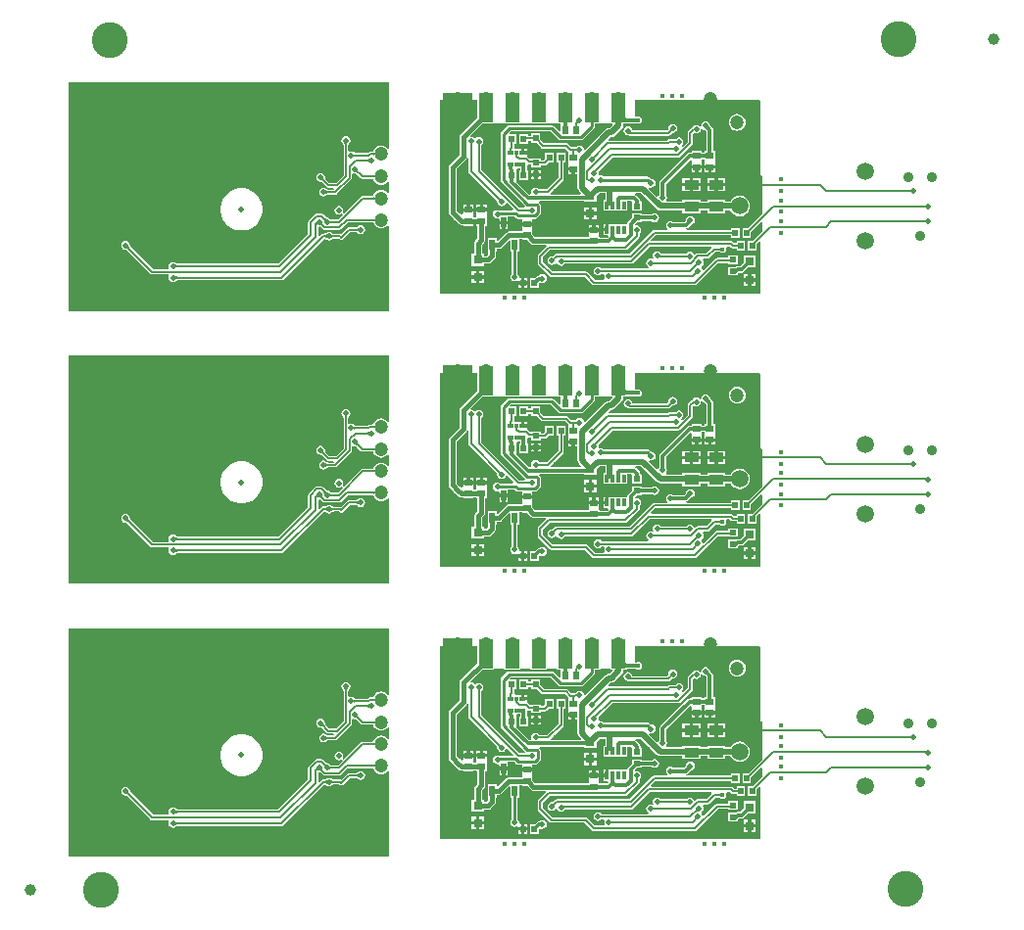
<source format=gtl>
G04*
G04 #@! TF.GenerationSoftware,Altium Limited,Altium Designer,19.1.7 (138)*
G04*
G04 Layer_Physical_Order=1*
G04 Layer_Color=255*
%FSAX25Y25*%
%MOIN*%
G70*
G01*
G75*
%ADD10C,0.03937*%
%ADD11R,0.02520X0.02362*%
%ADD12R,0.01890X0.03740*%
%ADD13R,0.09843X0.09843*%
%ADD14R,0.03150X0.03150*%
%ADD15R,0.02362X0.01968*%
%ADD16R,0.01968X0.01575*%
%ADD17R,0.01181X0.01575*%
%ADD18R,0.04724X0.09843*%
%ADD19R,0.01968X0.02362*%
%ADD20R,0.01181X0.02756*%
%ADD21R,0.01968X0.01968*%
%ADD22R,0.02362X0.02520*%
%ADD23R,0.05118X0.03543*%
%ADD24C,0.00787*%
%ADD25C,0.01181*%
%ADD26C,0.01575*%
%ADD27C,0.00984*%
%ADD28C,0.01968*%
%ADD29C,0.00600*%
%ADD30C,0.04724*%
%ADD31C,0.00591*%
%ADD32C,0.00598*%
%ADD33C,0.12205*%
%ADD34C,0.01575*%
%ADD35C,0.03543*%
%ADD36C,0.05906*%
%ADD37C,0.01968*%
G36*
X0324106Y0373909D02*
X0324738D01*
X0324929Y0373447D01*
X0323861Y0372379D01*
X0323464D01*
X0323464Y0372379D01*
X0322885Y0372264D01*
X0322394Y0371936D01*
X0315623Y0365165D01*
X0315085Y0365333D01*
X0315020Y0365657D01*
X0314692Y0366148D01*
X0314201Y0366476D01*
X0313622Y0366592D01*
X0313043Y0366476D01*
X0312552Y0366148D01*
X0312446Y0365989D01*
X0312047D01*
X0311699Y0365920D01*
X0311684Y0365911D01*
X0310850D01*
X0309778Y0366982D01*
X0309483Y0367180D01*
X0309134Y0367249D01*
X0301637D01*
X0300185Y0368702D01*
Y0370578D01*
X0297216D01*
Y0369808D01*
X0296012D01*
Y0370499D01*
X0293043D01*
Y0367137D01*
X0296012D01*
Y0367986D01*
X0297216D01*
Y0367216D01*
X0299093D01*
X0300615Y0365694D01*
X0300911Y0365496D01*
X0301260Y0365427D01*
X0308756D01*
X0309775Y0364408D01*
X0309815Y0363925D01*
X0309815Y0363925D01*
Y0360562D01*
X0309815D01*
Y0360145D01*
X0309815D01*
Y0359055D01*
X0311575D01*
Y0358464D01*
X0312165D01*
Y0356783D01*
X0312920D01*
Y0352141D01*
X0312920Y0352141D01*
X0313035Y0351562D01*
X0313363Y0351071D01*
X0313363Y0351071D01*
X0314183Y0350251D01*
X0313992Y0349789D01*
X0303911D01*
X0303704Y0350289D01*
X0308046Y0354631D01*
X0308243Y0354926D01*
X0308313Y0355275D01*
Y0360562D01*
X0308886D01*
Y0363925D01*
X0305917D01*
Y0360562D01*
X0306490D01*
Y0355652D01*
X0302501Y0351663D01*
X0299857D01*
X0299750Y0351821D01*
X0299259Y0352150D01*
X0298680Y0352265D01*
X0298101Y0352150D01*
X0297610Y0351821D01*
X0297282Y0351331D01*
X0297167Y0350751D01*
X0297259Y0350289D01*
X0297020Y0349855D01*
X0296521Y0349815D01*
X0292188Y0354148D01*
X0292114Y0354618D01*
X0292114D01*
Y0357980D01*
X0292114Y0357980D01*
X0292114Y0357980D01*
X0292071Y0358233D01*
X0292473Y0358712D01*
X0293455D01*
Y0357980D01*
X0293083D01*
Y0354618D01*
X0296051D01*
Y0357980D01*
X0295679D01*
Y0358712D01*
X0295776D01*
Y0359649D01*
X0295860Y0359745D01*
X0296275Y0359995D01*
X0296457Y0359958D01*
X0297138D01*
Y0359027D01*
X0300500D01*
Y0359600D01*
X0301732D01*
X0302081Y0359669D01*
X0302377Y0359867D01*
X0303072Y0360562D01*
X0304949D01*
Y0363925D01*
X0301980D01*
Y0362048D01*
X0301355Y0361422D01*
X0300500D01*
Y0361996D01*
X0297138D01*
Y0361996D01*
X0296638Y0361977D01*
X0296121Y0362494D01*
X0295825Y0362692D01*
X0295776Y0362702D01*
Y0363346D01*
X0294291D01*
Y0363936D01*
X0293701D01*
Y0365224D01*
X0291871D01*
X0291497Y0365724D01*
X0291502Y0365747D01*
Y0367137D01*
X0292075D01*
Y0370499D01*
X0289985D01*
X0289794Y0370961D01*
X0290143Y0371311D01*
X0303794D01*
X0306568Y0368536D01*
X0306896Y0368317D01*
X0307283Y0368240D01*
X0314173D01*
X0314560Y0368317D01*
X0314888Y0368536D01*
X0318629Y0372276D01*
X0318848Y0372604D01*
X0318925Y0372992D01*
Y0373909D01*
X0320776D01*
Y0374015D01*
X0324106D01*
Y0373909D01*
D02*
G37*
G36*
X0287886D02*
X0293610D01*
Y0374015D01*
X0296941D01*
Y0373909D01*
X0302665D01*
Y0374015D01*
X0305996D01*
Y0373909D01*
X0307033D01*
X0307138Y0373452D01*
X0307138D01*
Y0371481D01*
X0306676Y0371290D01*
X0304928Y0373038D01*
X0304600Y0373257D01*
X0304212Y0373334D01*
X0289724D01*
X0289337Y0373257D01*
X0289009Y0373038D01*
X0287001Y0371030D01*
X0286782Y0370702D01*
X0286705Y0370314D01*
Y0354724D01*
X0286782Y0354337D01*
X0287001Y0354009D01*
X0295103Y0345907D01*
X0294925Y0345408D01*
X0294923Y0345407D01*
X0293086D01*
X0280321Y0358172D01*
Y0366658D01*
X0280480Y0366764D01*
X0280807Y0367255D01*
X0280923Y0367834D01*
X0280807Y0368413D01*
X0280480Y0368904D01*
X0279989Y0369232D01*
X0279409Y0369348D01*
X0278830Y0369232D01*
X0278339Y0368904D01*
X0277842D01*
X0277763Y0369022D01*
X0277272Y0369350D01*
X0276744Y0369456D01*
X0276631Y0369638D01*
X0276523Y0369941D01*
X0280490Y0373909D01*
X0284555D01*
Y0374015D01*
X0287886D01*
Y0373909D01*
D02*
G37*
G36*
X0355465Y0372118D02*
X0355956Y0371790D01*
X0356462Y0371690D01*
X0356880Y0371271D01*
Y0364594D01*
X0356232D01*
Y0364025D01*
X0355224D01*
Y0364594D01*
X0351705D01*
Y0364025D01*
X0351102D01*
X0351102Y0364025D01*
X0350677Y0363940D01*
X0350316Y0363699D01*
X0341143Y0354526D01*
X0340902Y0354165D01*
X0340817Y0353740D01*
X0340817Y0353740D01*
Y0349786D01*
X0340531Y0349358D01*
X0340512Y0349264D01*
X0339970Y0349099D01*
X0337301Y0351767D01*
X0337548Y0352228D01*
X0337953Y0352148D01*
X0338532Y0352263D01*
X0339023Y0352591D01*
X0339351Y0353082D01*
X0339466Y0353661D01*
X0339351Y0354240D01*
X0339023Y0354731D01*
X0338532Y0355059D01*
X0337953Y0355174D01*
X0337884Y0355160D01*
X0337487Y0355557D01*
X0337159Y0355777D01*
X0336772Y0355854D01*
X0321818D01*
X0321779Y0355912D01*
X0321288Y0356240D01*
X0320709Y0356355D01*
X0320469Y0356308D01*
X0320074Y0356739D01*
X0320135Y0357047D01*
X0320040Y0357529D01*
X0324866Y0362356D01*
X0347283D01*
X0347632Y0362425D01*
X0347928Y0362623D01*
X0351943Y0366639D01*
X0352141Y0366934D01*
X0352210Y0367283D01*
Y0370409D01*
X0352600Y0370800D01*
X0352767Y0370688D01*
X0353346Y0370573D01*
X0353926Y0370688D01*
X0354417Y0371016D01*
X0354745Y0371507D01*
X0354860Y0372086D01*
X0354849Y0372141D01*
X0355320Y0372336D01*
X0355465Y0372118D01*
D02*
G37*
G36*
X0234778Y0367336D02*
X0234712Y0367258D01*
X0234653Y0367178D01*
X0234603Y0367097D01*
X0234560Y0367016D01*
X0234525Y0366932D01*
X0234497Y0366848D01*
X0234478Y0366762D01*
X0234466Y0366676D01*
X0234462Y0366587D01*
X0233864D01*
X0233860Y0366676D01*
X0233848Y0366762D01*
X0233829Y0366848D01*
X0233802Y0366932D01*
X0233767Y0367016D01*
X0233724Y0367097D01*
X0233673Y0367178D01*
X0233615Y0367258D01*
X0233548Y0367336D01*
X0233474Y0367413D01*
X0234852D01*
X0234778Y0367336D01*
D02*
G37*
G36*
X0248892Y0387868D02*
Y0365380D01*
X0248392Y0365210D01*
X0248104Y0365585D01*
X0247506Y0366043D01*
X0246810Y0366332D01*
X0246063Y0366430D01*
X0245316Y0366332D01*
X0244619Y0366043D01*
X0244022Y0365585D01*
X0243563Y0364987D01*
X0243344Y0364458D01*
X0243320Y0364452D01*
X0243272Y0364444D01*
X0243208Y0364439D01*
X0243114Y0364436D01*
X0243057Y0364411D01*
X0242421D01*
X0242109Y0364349D01*
X0241845Y0364172D01*
X0241583Y0363911D01*
X0237589D01*
X0237535Y0363936D01*
X0237472Y0363938D01*
X0237433Y0363944D01*
X0237395Y0363952D01*
X0237355Y0363965D01*
X0237315Y0363982D01*
X0237271Y0364005D01*
X0237226Y0364034D01*
X0237177Y0364069D01*
X0237126Y0364113D01*
X0237061Y0364175D01*
X0237010Y0364195D01*
X0236562Y0364494D01*
X0235983Y0364609D01*
X0235478Y0364509D01*
X0234992Y0364714D01*
X0234978Y0364722D01*
Y0366510D01*
X0235003Y0366564D01*
X0235006Y0366627D01*
X0235011Y0366666D01*
X0235020Y0366704D01*
X0235033Y0366743D01*
X0235050Y0366784D01*
X0235072Y0366828D01*
X0235101Y0366873D01*
X0235137Y0366922D01*
X0235180Y0366973D01*
X0235242Y0367038D01*
X0235263Y0367089D01*
X0235561Y0367537D01*
X0235677Y0368116D01*
X0235561Y0368695D01*
X0235233Y0369186D01*
X0234742Y0369514D01*
X0234163Y0369629D01*
X0233584Y0369514D01*
X0233093Y0369186D01*
X0232765Y0368695D01*
X0232650Y0368116D01*
X0232765Y0367537D01*
X0233064Y0367089D01*
X0233084Y0367038D01*
X0233146Y0366973D01*
X0233190Y0366922D01*
X0233225Y0366874D01*
X0233254Y0366828D01*
X0233277Y0366785D01*
X0233294Y0366743D01*
X0233307Y0366704D01*
X0233315Y0366666D01*
X0233320Y0366627D01*
X0233323Y0366564D01*
X0233348Y0366510D01*
Y0356213D01*
X0230846Y0353711D01*
X0228623D01*
X0227282Y0355051D01*
X0227262Y0355107D01*
X0227219Y0355154D01*
X0227195Y0355185D01*
X0227174Y0355218D01*
X0227155Y0355255D01*
X0227139Y0355296D01*
X0227124Y0355342D01*
X0227112Y0355395D01*
X0227103Y0355455D01*
X0227098Y0355521D01*
X0227096Y0355611D01*
X0227074Y0355662D01*
X0226969Y0356189D01*
X0226641Y0356680D01*
X0226150Y0357008D01*
X0225571Y0357124D01*
X0224991Y0357008D01*
X0224500Y0356680D01*
X0224172Y0356189D01*
X0224057Y0355610D01*
X0224172Y0355031D01*
X0224500Y0354540D01*
X0224991Y0354212D01*
X0225519Y0354107D01*
X0225570Y0354085D01*
X0225660Y0354083D01*
X0225726Y0354078D01*
X0225786Y0354069D01*
X0225838Y0354057D01*
X0225885Y0354042D01*
X0225926Y0354025D01*
X0225963Y0354007D01*
X0225996Y0353986D01*
X0226027Y0353962D01*
X0226074Y0353919D01*
X0226130Y0353899D01*
X0227709Y0352320D01*
X0227973Y0352143D01*
X0228285Y0352081D01*
X0229880D01*
X0230129Y0351581D01*
X0229994Y0351401D01*
X0228182D01*
X0228129Y0351427D01*
X0228065Y0351429D01*
X0228028Y0351434D01*
X0227990Y0351443D01*
X0227951Y0351456D01*
X0227910Y0351473D01*
X0227866Y0351497D01*
X0227820Y0351526D01*
X0227771Y0351562D01*
X0227718Y0351606D01*
X0227653Y0351670D01*
X0227602Y0351690D01*
X0227154Y0351989D01*
X0226575Y0352104D01*
X0225996Y0351989D01*
X0225505Y0351661D01*
X0225177Y0351170D01*
X0225061Y0350591D01*
X0225177Y0350011D01*
X0225505Y0349521D01*
X0225996Y0349193D01*
X0226575Y0349077D01*
X0227154Y0349193D01*
X0227602Y0349492D01*
X0227653Y0349512D01*
X0227718Y0349575D01*
X0227771Y0349619D01*
X0227820Y0349656D01*
X0227866Y0349685D01*
X0227910Y0349708D01*
X0227951Y0349725D01*
X0227990Y0349738D01*
X0228028Y0349747D01*
X0228065Y0349752D01*
X0228129Y0349755D01*
X0228182Y0349780D01*
X0230548D01*
X0230858Y0349841D01*
X0231121Y0350017D01*
X0235998Y0354894D01*
X0235998Y0354894D01*
X0236174Y0355157D01*
X0236236Y0355468D01*
Y0356771D01*
X0236736Y0357045D01*
X0237153Y0356961D01*
X0237204Y0356939D01*
X0237294Y0356938D01*
X0237360Y0356932D01*
X0237420Y0356923D01*
X0237473Y0356911D01*
X0237519Y0356896D01*
X0237560Y0356880D01*
X0237597Y0356861D01*
X0237630Y0356840D01*
X0237661Y0356816D01*
X0237708Y0356773D01*
X0237764Y0356753D01*
X0239148Y0355369D01*
X0239412Y0355192D01*
X0239724Y0355130D01*
X0243129D01*
X0243185Y0355105D01*
X0243279Y0355102D01*
X0243343Y0355097D01*
X0243390Y0355089D01*
X0243399Y0355086D01*
X0243642Y0354502D01*
X0244100Y0353904D01*
X0244698Y0353445D01*
X0245394Y0353156D01*
X0246142Y0353058D01*
X0246889Y0353156D01*
X0247585Y0353445D01*
X0248183Y0353904D01*
X0248392Y0354176D01*
X0248892Y0354006D01*
Y0350443D01*
X0248392Y0350273D01*
X0248183Y0350545D01*
X0247585Y0351004D01*
X0246889Y0351293D01*
X0246142Y0351391D01*
X0245394Y0351293D01*
X0244698Y0351004D01*
X0244100Y0350545D01*
X0243642Y0349948D01*
X0243399Y0349363D01*
X0243390Y0349360D01*
X0243343Y0349353D01*
X0243279Y0349347D01*
X0243185Y0349344D01*
X0243129Y0349319D01*
X0239843D01*
X0239531Y0349257D01*
X0239266Y0349080D01*
X0233396Y0343210D01*
X0233007Y0343528D01*
X0233027Y0343558D01*
X0233209Y0343830D01*
X0233324Y0344409D01*
X0233209Y0344989D01*
X0232881Y0345480D01*
X0232390Y0345808D01*
X0231811Y0345923D01*
X0231232Y0345808D01*
X0230741Y0345480D01*
X0230413Y0344989D01*
X0230298Y0344409D01*
X0230413Y0343830D01*
X0230741Y0343339D01*
X0231232Y0343011D01*
X0231811Y0342896D01*
X0232390Y0343011D01*
X0232663Y0343193D01*
X0232692Y0343213D01*
X0233011Y0342825D01*
X0231381Y0341195D01*
X0229336D01*
X0229282Y0341220D01*
X0229218Y0341223D01*
X0229180Y0341228D01*
X0229141Y0341237D01*
X0229102Y0341250D01*
X0229061Y0341267D01*
X0229018Y0341289D01*
X0228972Y0341318D01*
X0228924Y0341354D01*
X0228873Y0341397D01*
X0228808Y0341459D01*
X0228756Y0341480D01*
X0228309Y0341778D01*
X0228105Y0341819D01*
X0228021Y0341878D01*
X0227960Y0341891D01*
X0227918Y0341903D01*
X0227875Y0341919D01*
X0227831Y0341938D01*
X0227786Y0341962D01*
X0227740Y0341990D01*
X0227698Y0342019D01*
X0227588Y0342109D01*
X0227533Y0342162D01*
X0227478Y0342183D01*
X0226575Y0343086D01*
X0226279Y0343284D01*
X0225931Y0343353D01*
X0224332D01*
X0223983Y0343284D01*
X0223687Y0343086D01*
X0221600Y0340999D01*
X0221402Y0340703D01*
X0221333Y0340354D01*
Y0336401D01*
X0211237Y0326305D01*
X0176955D01*
X0176903Y0326328D01*
X0176822Y0326331D01*
X0176764Y0326336D01*
X0176713Y0326345D01*
X0176668Y0326356D01*
X0176629Y0326369D01*
X0176594Y0326383D01*
X0176563Y0326399D01*
X0176535Y0326418D01*
X0176509Y0326438D01*
X0176466Y0326478D01*
X0176412Y0326498D01*
X0175973Y0326792D01*
X0175394Y0326907D01*
X0174815Y0326792D01*
X0174324Y0326464D01*
X0173996Y0325973D01*
X0173880Y0325394D01*
X0173991Y0324836D01*
X0173998Y0324748D01*
X0173738Y0324337D01*
X0168684D01*
X0161000Y0332021D01*
X0160980Y0332074D01*
X0160924Y0332133D01*
X0160888Y0332178D01*
X0160857Y0332220D01*
X0160833Y0332259D01*
X0160815Y0332296D01*
X0160800Y0332331D01*
X0160790Y0332365D01*
X0160783Y0332397D01*
X0160779Y0332430D01*
X0160777Y0332489D01*
X0160753Y0332541D01*
X0160650Y0333060D01*
X0160322Y0333551D01*
X0159831Y0333878D01*
X0159252Y0333994D01*
X0158673Y0333878D01*
X0158182Y0333551D01*
X0157854Y0333060D01*
X0157739Y0332480D01*
X0157854Y0331901D01*
X0158182Y0331410D01*
X0158673Y0331082D01*
X0159191Y0330979D01*
X0159244Y0330955D01*
X0159302Y0330953D01*
X0159335Y0330949D01*
X0159368Y0330942D01*
X0159401Y0330932D01*
X0159436Y0330918D01*
X0159473Y0330899D01*
X0159512Y0330875D01*
X0159555Y0330845D01*
X0159599Y0330808D01*
X0159658Y0330752D01*
X0159712Y0330732D01*
X0167663Y0322781D01*
X0167958Y0322583D01*
X0168307Y0322514D01*
X0173738D01*
X0173998Y0322103D01*
X0173991Y0322014D01*
X0173880Y0321457D01*
X0173996Y0320878D01*
X0174324Y0320387D01*
X0174815Y0320059D01*
X0175394Y0319943D01*
X0175973Y0320059D01*
X0176412Y0320352D01*
X0176466Y0320373D01*
X0176509Y0320412D01*
X0176535Y0320433D01*
X0176563Y0320451D01*
X0176594Y0320467D01*
X0176629Y0320482D01*
X0176668Y0320495D01*
X0176713Y0320506D01*
X0176764Y0320514D01*
X0176822Y0320520D01*
X0176903Y0320522D01*
X0176955Y0320546D01*
X0212316D01*
X0212665Y0320615D01*
X0212960Y0320813D01*
X0226827Y0334679D01*
X0226864D01*
X0226916Y0334656D01*
X0226997Y0334653D01*
X0227055Y0334648D01*
X0227106Y0334640D01*
X0227151Y0334629D01*
X0227190Y0334616D01*
X0227225Y0334601D01*
X0227256Y0334585D01*
X0227284Y0334567D01*
X0227310Y0334546D01*
X0227352Y0334506D01*
X0227407Y0334486D01*
X0227846Y0334192D01*
X0228425Y0334077D01*
X0229004Y0334192D01*
X0229451Y0334491D01*
X0229503Y0334511D01*
X0229568Y0334574D01*
X0229619Y0334617D01*
X0229667Y0334653D01*
X0229713Y0334681D01*
X0229756Y0334704D01*
X0229797Y0334721D01*
X0229836Y0334734D01*
X0229875Y0334743D01*
X0229913Y0334748D01*
X0229977Y0334751D01*
X0230031Y0334776D01*
X0231867D01*
X0232062Y0334581D01*
X0232326Y0334405D01*
X0232638Y0334343D01*
X0232950Y0334405D01*
X0233214Y0334581D01*
X0235613Y0336981D01*
X0237567D01*
X0237621Y0336955D01*
X0237685Y0336953D01*
X0237723Y0336947D01*
X0237762Y0336939D01*
X0237801Y0336926D01*
X0237842Y0336909D01*
X0237885Y0336886D01*
X0237931Y0336858D01*
X0237980Y0336822D01*
X0238031Y0336778D01*
X0238095Y0336716D01*
X0238147Y0336696D01*
X0238594Y0336397D01*
X0239173Y0336282D01*
X0239752Y0336397D01*
X0240243Y0336725D01*
X0240571Y0337216D01*
X0240687Y0337795D01*
X0240571Y0338374D01*
X0240243Y0338865D01*
X0239752Y0339194D01*
X0239173Y0339309D01*
X0238594Y0339194D01*
X0238147Y0338895D01*
X0238095Y0338875D01*
X0238031Y0338812D01*
X0237979Y0338769D01*
X0237931Y0338733D01*
X0237885Y0338705D01*
X0237842Y0338682D01*
X0237801Y0338665D01*
X0237762Y0338652D01*
X0237723Y0338643D01*
X0237685Y0338638D01*
X0237621Y0338635D01*
X0237567Y0338610D01*
X0235276D01*
X0234964Y0338548D01*
X0234699Y0338372D01*
X0232609Y0336281D01*
X0232517Y0336343D01*
X0232205Y0336405D01*
X0230031D01*
X0229977Y0336431D01*
X0229913Y0336433D01*
X0229875Y0336438D01*
X0229836Y0336447D01*
X0229797Y0336460D01*
X0229756Y0336477D01*
X0229713Y0336500D01*
X0229667Y0336528D01*
X0229619Y0336564D01*
X0229568Y0336608D01*
X0229503Y0336670D01*
X0229451Y0336690D01*
X0229004Y0336989D01*
X0228425Y0337104D01*
X0227846Y0336989D01*
X0227407Y0336695D01*
X0227352Y0336675D01*
X0227310Y0336635D01*
X0227284Y0336614D01*
X0227256Y0336596D01*
X0227225Y0336580D01*
X0227190Y0336565D01*
X0227151Y0336553D01*
X0227106Y0336542D01*
X0227055Y0336533D01*
X0226997Y0336528D01*
X0226916Y0336525D01*
X0226864Y0336502D01*
X0226450D01*
X0226101Y0336432D01*
X0225805Y0336235D01*
X0225230Y0335660D01*
X0224730Y0335867D01*
Y0338546D01*
X0224760Y0338604D01*
X0224846Y0338701D01*
X0225076Y0338873D01*
X0225230Y0338926D01*
X0225239Y0338924D01*
X0225307Y0338908D01*
X0225369Y0338888D01*
X0225424Y0338867D01*
X0225473Y0338844D01*
X0225516Y0338820D01*
X0225554Y0338795D01*
X0225589Y0338768D01*
X0225636Y0338725D01*
X0225692Y0338704D01*
X0226375Y0338021D01*
X0226640Y0337844D01*
X0226951Y0337782D01*
X0231904D01*
X0232216Y0337844D01*
X0232480Y0338021D01*
X0234747Y0340288D01*
X0243168D01*
X0243225Y0340262D01*
X0243319Y0340260D01*
X0243383Y0340254D01*
X0243429Y0340246D01*
X0243439Y0340244D01*
X0243681Y0339659D01*
X0244140Y0339061D01*
X0244738Y0338602D01*
X0245434Y0338314D01*
X0246181Y0338215D01*
X0246928Y0338314D01*
X0247624Y0338602D01*
X0248222Y0339061D01*
X0248392Y0339282D01*
X0248892Y0339112D01*
Y0310163D01*
X0139691Y0310163D01*
Y0387868D01*
X0248892Y0387868D01*
D02*
G37*
G36*
X0243765Y0362996D02*
X0243746Y0363053D01*
X0243716Y0363104D01*
X0243676Y0363149D01*
X0243627Y0363188D01*
X0243567Y0363221D01*
X0243497Y0363248D01*
X0243417Y0363269D01*
X0243326Y0363284D01*
X0243226Y0363294D01*
X0243115Y0363297D01*
X0243129Y0363895D01*
X0243239Y0363898D01*
X0243340Y0363907D01*
X0243431Y0363922D01*
X0243512Y0363943D01*
X0243583Y0363969D01*
X0243645Y0364002D01*
X0243696Y0364041D01*
X0243738Y0364085D01*
X0243770Y0364136D01*
X0243792Y0364192D01*
X0243765Y0362996D01*
D02*
G37*
G36*
X0236763Y0363711D02*
X0236841Y0363644D01*
X0236921Y0363586D01*
X0237002Y0363535D01*
X0237084Y0363492D01*
X0237167Y0363457D01*
X0237251Y0363430D01*
X0237337Y0363411D01*
X0237423Y0363399D01*
X0237511Y0363395D01*
Y0362796D01*
X0237423Y0362793D01*
X0237337Y0362781D01*
X0237251Y0362761D01*
X0237167Y0362734D01*
X0237084Y0362699D01*
X0237002Y0362656D01*
X0236921Y0362606D01*
X0236841Y0362547D01*
X0236763Y0362481D01*
X0236686Y0362407D01*
Y0363785D01*
X0236763Y0363711D01*
D02*
G37*
G36*
X0242050Y0360717D02*
X0241973Y0360792D01*
X0241894Y0360858D01*
X0241814Y0360918D01*
X0241733Y0360969D01*
X0241651Y0361012D01*
X0241567Y0361048D01*
X0241483Y0361075D01*
X0241398Y0361095D01*
X0241311Y0361107D01*
X0241224Y0361110D01*
Y0361701D01*
X0241311Y0361705D01*
X0241398Y0361717D01*
X0241483Y0361736D01*
X0241567Y0361764D01*
X0241651Y0361800D01*
X0241733Y0361843D01*
X0241814Y0361894D01*
X0241894Y0361953D01*
X0241973Y0362020D01*
X0242050Y0362095D01*
Y0360717D01*
D02*
G37*
G36*
X0238191Y0358348D02*
X0238199Y0358246D01*
X0238214Y0358148D01*
X0238235Y0358055D01*
X0238263Y0357967D01*
X0238297Y0357883D01*
X0238337Y0357804D01*
X0238384Y0357730D01*
X0238437Y0357661D01*
X0238497Y0357595D01*
X0238074Y0357172D01*
X0238009Y0357232D01*
X0237939Y0357285D01*
X0237865Y0357332D01*
X0237786Y0357372D01*
X0237702Y0357406D01*
X0237614Y0357434D01*
X0237521Y0357455D01*
X0237423Y0357470D01*
X0237321Y0357478D01*
X0237214Y0357480D01*
X0238189Y0358455D01*
X0238191Y0358348D01*
D02*
G37*
G36*
X0243857Y0355346D02*
X0243836Y0355403D01*
X0243805Y0355454D01*
X0243765Y0355499D01*
X0243714Y0355538D01*
X0243653Y0355571D01*
X0243583Y0355598D01*
X0243502Y0355619D01*
X0243411Y0355634D01*
X0243311Y0355643D01*
X0243200Y0355646D01*
Y0356244D01*
X0243311Y0356247D01*
X0243411Y0356256D01*
X0243502Y0356271D01*
X0243583Y0356292D01*
X0243653Y0356319D01*
X0243714Y0356352D01*
X0243765Y0356391D01*
X0243805Y0356436D01*
X0243836Y0356487D01*
X0243857Y0356543D01*
Y0355346D01*
D02*
G37*
G36*
X0226557Y0355494D02*
X0226565Y0355392D01*
X0226580Y0355294D01*
X0226601Y0355201D01*
X0226629Y0355113D01*
X0226663Y0355029D01*
X0226703Y0354950D01*
X0226750Y0354876D01*
X0226803Y0354806D01*
X0226863Y0354741D01*
X0226440Y0354318D01*
X0226375Y0354378D01*
X0226305Y0354431D01*
X0226231Y0354478D01*
X0226152Y0354518D01*
X0226068Y0354552D01*
X0225980Y0354579D01*
X0225887Y0354601D01*
X0225789Y0354615D01*
X0225687Y0354624D01*
X0225580Y0354626D01*
X0226555Y0355601D01*
X0226557Y0355494D01*
D02*
G37*
G36*
X0227355Y0351205D02*
X0227434Y0351138D01*
X0227514Y0351079D01*
X0227595Y0351028D01*
X0227677Y0350984D01*
X0227761Y0350949D01*
X0227845Y0350921D01*
X0227930Y0350902D01*
X0228017Y0350890D01*
X0228104Y0350886D01*
Y0350295D01*
X0228017Y0350291D01*
X0227930Y0350280D01*
X0227845Y0350260D01*
X0227761Y0350232D01*
X0227677Y0350197D01*
X0227595Y0350154D01*
X0227514Y0350102D01*
X0227434Y0350043D01*
X0227355Y0349976D01*
X0227278Y0349902D01*
Y0351280D01*
X0227355Y0351205D01*
D02*
G37*
G36*
X0243857Y0347906D02*
X0243836Y0347962D01*
X0243805Y0348013D01*
X0243765Y0348058D01*
X0243714Y0348097D01*
X0243653Y0348130D01*
X0243583Y0348157D01*
X0243502Y0348178D01*
X0243411Y0348193D01*
X0243311Y0348202D01*
X0243200Y0348205D01*
Y0348803D01*
X0243311Y0348806D01*
X0243411Y0348815D01*
X0243502Y0348830D01*
X0243583Y0348851D01*
X0243653Y0348878D01*
X0243714Y0348911D01*
X0243765Y0348950D01*
X0243805Y0348995D01*
X0243836Y0349046D01*
X0243857Y0349102D01*
Y0347906D01*
D02*
G37*
G36*
X0324961Y0346062D02*
X0322992D01*
Y0351850D01*
X0324961D01*
Y0346062D01*
D02*
G37*
G36*
X0227229Y0341703D02*
X0227373Y0341585D01*
X0227446Y0341535D01*
X0227520Y0341490D01*
X0227595Y0341451D01*
X0227672Y0341417D01*
X0227749Y0341389D01*
X0227827Y0341366D01*
X0227906Y0341349D01*
X0226765Y0340575D01*
X0226777Y0340654D01*
X0226780Y0340732D01*
X0226774Y0340809D01*
X0226759Y0340886D01*
X0226735Y0340962D01*
X0226703Y0341037D01*
X0226661Y0341111D01*
X0226611Y0341185D01*
X0226553Y0341258D01*
X0226485Y0341331D01*
X0227159Y0341770D01*
X0227229Y0341703D01*
D02*
G37*
G36*
X0243896Y0340504D02*
X0243875Y0340561D01*
X0243845Y0340612D01*
X0243804Y0340657D01*
X0243753Y0340696D01*
X0243693Y0340728D01*
X0243622Y0340755D01*
X0243541Y0340776D01*
X0243451Y0340791D01*
X0243350Y0340800D01*
X0243239Y0340803D01*
Y0341402D01*
X0243350Y0341405D01*
X0243451Y0341414D01*
X0243541Y0341429D01*
X0243622Y0341449D01*
X0243693Y0341476D01*
X0243753Y0341509D01*
X0243804Y0341548D01*
X0243845Y0341593D01*
X0243875Y0341644D01*
X0243896Y0341701D01*
Y0340504D01*
D02*
G37*
G36*
X0228510Y0340995D02*
X0228588Y0340929D01*
X0228668Y0340870D01*
X0228748Y0340820D01*
X0228830Y0340777D01*
X0228913Y0340742D01*
X0228998Y0340715D01*
X0229083Y0340695D01*
X0229170Y0340683D01*
X0229258Y0340680D01*
Y0340081D01*
X0229170Y0340077D01*
X0229083Y0340066D01*
X0228998Y0340046D01*
X0228913Y0340019D01*
X0228830Y0339984D01*
X0228748Y0339941D01*
X0228668Y0339890D01*
X0228588Y0339832D01*
X0228510Y0339765D01*
X0228433Y0339691D01*
Y0341069D01*
X0228510Y0340995D01*
D02*
G37*
G36*
X0224865Y0339561D02*
X0224795Y0339585D01*
X0224725Y0339599D01*
X0224654Y0339603D01*
X0224583Y0339597D01*
X0224512Y0339580D01*
X0224440Y0339552D01*
X0224368Y0339515D01*
X0224296Y0339467D01*
X0224223Y0339409D01*
X0224149Y0339341D01*
X0223855Y0340160D01*
X0223924Y0340230D01*
X0224102Y0340438D01*
X0224152Y0340505D01*
X0224240Y0340639D01*
X0224277Y0340704D01*
X0224338Y0340834D01*
X0224865Y0339561D01*
D02*
G37*
G36*
X0226216Y0340235D02*
X0226214Y0340136D01*
X0226220Y0340041D01*
X0226234Y0339951D01*
X0226255Y0339864D01*
X0226284Y0339782D01*
X0226322Y0339703D01*
X0226366Y0339629D01*
X0226419Y0339558D01*
X0226480Y0339492D01*
X0226002Y0339123D01*
X0225939Y0339181D01*
X0225871Y0339234D01*
X0225798Y0339283D01*
X0225719Y0339327D01*
X0225636Y0339365D01*
X0225547Y0339400D01*
X0225453Y0339429D01*
X0225354Y0339453D01*
X0225250Y0339473D01*
X0225141Y0339488D01*
X0226226Y0340337D01*
X0226216Y0340235D01*
D02*
G37*
G36*
X0238470Y0337106D02*
X0238393Y0337180D01*
X0238315Y0337247D01*
X0238236Y0337305D01*
X0238155Y0337356D01*
X0238073Y0337399D01*
X0237990Y0337434D01*
X0237906Y0337461D01*
X0237820Y0337481D01*
X0237733Y0337492D01*
X0237645Y0337496D01*
Y0338095D01*
X0237733Y0338099D01*
X0237820Y0338110D01*
X0237906Y0338130D01*
X0237990Y0338157D01*
X0238073Y0338192D01*
X0238155Y0338235D01*
X0238236Y0338286D01*
X0238315Y0338344D01*
X0238393Y0338410D01*
X0238470Y0338484D01*
Y0337106D01*
D02*
G37*
G36*
X0229205Y0336206D02*
X0229283Y0336139D01*
X0229363Y0336081D01*
X0229443Y0336030D01*
X0229525Y0335987D01*
X0229608Y0335952D01*
X0229693Y0335925D01*
X0229778Y0335905D01*
X0229865Y0335894D01*
X0229953Y0335890D01*
Y0335291D01*
X0229865Y0335287D01*
X0229778Y0335276D01*
X0229693Y0335256D01*
X0229608Y0335229D01*
X0229525Y0335194D01*
X0229443Y0335151D01*
X0229363Y0335100D01*
X0229283Y0335042D01*
X0229205Y0334976D01*
X0229128Y0334902D01*
Y0336280D01*
X0229205Y0336206D01*
D02*
G37*
G36*
X0227722Y0334902D02*
X0227662Y0334958D01*
X0227598Y0335008D01*
X0227530Y0335052D01*
X0227457Y0335091D01*
X0227380Y0335123D01*
X0227299Y0335150D01*
X0227214Y0335170D01*
X0227124Y0335185D01*
X0227030Y0335194D01*
X0226932Y0335197D01*
Y0335984D01*
X0227030Y0335987D01*
X0227124Y0335996D01*
X0227214Y0336011D01*
X0227299Y0336032D01*
X0227380Y0336058D01*
X0227457Y0336091D01*
X0227530Y0336129D01*
X0227598Y0336173D01*
X0227662Y0336224D01*
X0227722Y0336280D01*
Y0334902D01*
D02*
G37*
G36*
X0160239Y0332388D02*
X0160249Y0332308D01*
X0160266Y0332228D01*
X0160290Y0332149D01*
X0160321Y0332072D01*
X0160360Y0331996D01*
X0160406Y0331921D01*
X0160459Y0331847D01*
X0160519Y0331775D01*
X0160586Y0331703D01*
X0160029Y0331147D01*
X0159958Y0331214D01*
X0159885Y0331274D01*
X0159811Y0331327D01*
X0159737Y0331372D01*
X0159660Y0331411D01*
X0159583Y0331442D01*
X0159504Y0331467D01*
X0159425Y0331484D01*
X0159344Y0331493D01*
X0159262Y0331496D01*
X0160236Y0332471D01*
X0160239Y0332388D01*
D02*
G37*
G36*
X0176157Y0326027D02*
X0176221Y0325976D01*
X0176289Y0325932D01*
X0176362Y0325894D01*
X0176439Y0325861D01*
X0176520Y0325835D01*
X0176605Y0325814D01*
X0176695Y0325799D01*
X0176788Y0325790D01*
X0176886Y0325787D01*
Y0325000D01*
X0176788Y0324997D01*
X0176695Y0324988D01*
X0176605Y0324974D01*
X0176520Y0324953D01*
X0176439Y0324926D01*
X0176362Y0324894D01*
X0176289Y0324855D01*
X0176221Y0324811D01*
X0176157Y0324761D01*
X0176097Y0324705D01*
Y0326083D01*
X0176157Y0326027D01*
D02*
G37*
G36*
Y0322090D02*
X0176221Y0322040D01*
X0176289Y0321995D01*
X0176362Y0321957D01*
X0176439Y0321924D01*
X0176520Y0321898D01*
X0176605Y0321877D01*
X0176695Y0321862D01*
X0176788Y0321853D01*
X0176886Y0321850D01*
Y0321063D01*
X0176788Y0321060D01*
X0176695Y0321051D01*
X0176605Y0321037D01*
X0176520Y0321016D01*
X0176439Y0320989D01*
X0176362Y0320957D01*
X0176289Y0320918D01*
X0176221Y0320874D01*
X0176157Y0320824D01*
X0176097Y0320768D01*
Y0322146D01*
X0176157Y0322090D01*
D02*
G37*
G36*
X0278831Y0375962D02*
X0273206Y0370337D01*
X0272921Y0369911D01*
X0272821Y0369409D01*
Y0363338D01*
X0269505Y0360022D01*
X0269220Y0359596D01*
X0269120Y0359094D01*
Y0343818D01*
X0269220Y0343316D01*
X0269505Y0342890D01*
X0270855Y0341540D01*
X0270885Y0341389D01*
X0271213Y0340898D01*
X0271704Y0340570D01*
X0271855Y0340540D01*
X0272536Y0339859D01*
X0272962Y0339574D01*
X0273464Y0339474D01*
X0274027D01*
Y0339106D01*
X0277547D01*
Y0339514D01*
X0278516D01*
Y0339145D01*
X0278963D01*
Y0334913D01*
X0278127Y0334077D01*
X0277842Y0333651D01*
X0277742Y0333149D01*
Y0329594D01*
X0276980D01*
Y0325444D01*
X0281130D01*
Y0326207D01*
X0282559D01*
X0283061Y0326307D01*
X0283487Y0326591D01*
X0284904Y0328008D01*
X0285189Y0328434D01*
X0285289Y0328937D01*
Y0330228D01*
X0285421D01*
Y0331285D01*
X0286299D01*
X0286802Y0331385D01*
X0287227Y0331670D01*
X0289669Y0334112D01*
X0290169Y0333905D01*
Y0330228D01*
X0290602D01*
Y0322907D01*
X0290505Y0322841D01*
X0290177Y0322350D01*
X0290061Y0321771D01*
X0290177Y0321192D01*
X0290505Y0320701D01*
X0290996Y0320373D01*
X0291575Y0320258D01*
X0292154Y0320373D01*
X0292386Y0320528D01*
X0292886Y0320261D01*
Y0320196D01*
X0293779D01*
Y0321287D01*
X0293386D01*
X0293069Y0321673D01*
X0293088Y0321771D01*
X0292973Y0322350D01*
X0292645Y0322841D01*
X0292626Y0322854D01*
Y0330228D01*
X0293059D01*
Y0334592D01*
X0294027D01*
Y0334303D01*
X0295770D01*
X0297024Y0333048D01*
X0297450Y0332763D01*
X0297953Y0332663D01*
X0302164D01*
X0302371Y0332163D01*
X0299671Y0329463D01*
X0299473Y0329167D01*
X0299404Y0328818D01*
Y0326496D01*
X0299473Y0326147D01*
X0299671Y0325851D01*
X0303529Y0321993D01*
X0303824Y0321795D01*
X0304173Y0321726D01*
X0315331D01*
X0317860Y0319198D01*
X0318155Y0319000D01*
X0318504Y0318931D01*
X0352992D01*
X0353341Y0319000D01*
X0353636Y0319198D01*
X0360810Y0326372D01*
X0364185D01*
Y0326114D01*
X0367547D01*
Y0329082D01*
X0364185D01*
Y0328194D01*
X0360433D01*
X0360084Y0328125D01*
X0359789Y0327927D01*
X0355907Y0324046D01*
X0355364Y0324210D01*
X0355335Y0324358D01*
X0355034Y0324809D01*
X0355010Y0324873D01*
X0355085Y0325398D01*
X0355362Y0325583D01*
X0355690Y0326074D01*
X0355805Y0326653D01*
X0355690Y0327232D01*
X0355520Y0327486D01*
X0355787Y0327986D01*
X0357165D01*
X0357514Y0328055D01*
X0357810Y0328253D01*
X0359816Y0330259D01*
X0361383D01*
X0361395Y0330243D01*
X0361820Y0329958D01*
X0362323Y0329858D01*
X0362825Y0329958D01*
X0363251Y0330243D01*
X0363535Y0330668D01*
X0363635Y0331171D01*
X0363538Y0331659D01*
X0363536Y0331674D01*
X0363812Y0332159D01*
X0364662D01*
X0365104Y0331717D01*
X0365399Y0331520D01*
X0365748Y0331451D01*
X0367020D01*
Y0330681D01*
X0369988D01*
Y0334043D01*
X0367020D01*
Y0333273D01*
X0366125D01*
X0365684Y0333715D01*
X0365388Y0333912D01*
X0365039Y0333982D01*
X0338129D01*
X0337937Y0334443D01*
X0339393Y0335899D01*
X0365090D01*
Y0335129D01*
X0368059D01*
Y0338492D01*
X0365090D01*
Y0337722D01*
X0350028D01*
X0349979Y0338222D01*
X0350189Y0338264D01*
X0350550Y0338505D01*
X0351520Y0339475D01*
X0351878Y0339546D01*
X0352369Y0339874D01*
X0352697Y0340365D01*
X0352813Y0340944D01*
X0352697Y0341524D01*
X0352369Y0342015D01*
X0351878Y0342342D01*
X0351299Y0342458D01*
X0350720Y0342342D01*
X0350229Y0342015D01*
X0349901Y0341524D01*
X0349786Y0340944D01*
X0349796Y0340895D01*
X0349303Y0340403D01*
X0345653D01*
X0345225Y0340689D01*
X0344646Y0340804D01*
X0344067Y0340689D01*
X0343576Y0340361D01*
X0343248Y0339870D01*
X0343132Y0339291D01*
X0343248Y0338712D01*
X0343576Y0338221D01*
X0343422Y0337722D01*
X0339016D01*
X0338667Y0337652D01*
X0338371Y0337455D01*
X0330646Y0329730D01*
X0305787D01*
X0305439Y0329660D01*
X0305143Y0329463D01*
X0304400Y0328720D01*
X0304212Y0328757D01*
X0303633Y0328642D01*
X0303142Y0328314D01*
X0302814Y0327823D01*
X0302699Y0327244D01*
X0302814Y0326664D01*
X0303142Y0326173D01*
X0303633Y0325845D01*
X0304212Y0325730D01*
X0304792Y0325845D01*
X0305283Y0326173D01*
X0305442Y0326412D01*
X0305964Y0326349D01*
X0306292Y0325858D01*
X0306783Y0325531D01*
X0307362Y0325415D01*
X0307941Y0325531D01*
X0308432Y0325858D01*
X0308670Y0326214D01*
X0331260D01*
X0331609Y0326284D01*
X0331904Y0326481D01*
X0337582Y0332159D01*
X0358432D01*
X0358639Y0331659D01*
X0356788Y0329808D01*
X0353880D01*
X0353531Y0329739D01*
X0353235Y0329541D01*
X0352985Y0329291D01*
X0352454Y0329467D01*
X0352172Y0329889D01*
X0351681Y0330217D01*
X0351102Y0330332D01*
X0350523Y0330217D01*
X0350032Y0329889D01*
X0349926Y0329730D01*
X0341268D01*
X0341109Y0329967D01*
X0340618Y0330295D01*
X0340039Y0330410D01*
X0339460Y0330295D01*
X0338969Y0329967D01*
X0338641Y0329476D01*
X0338526Y0328897D01*
X0338641Y0328318D01*
X0338690Y0328245D01*
X0338431Y0327924D01*
X0338346Y0327860D01*
X0337795Y0327970D01*
X0337216Y0327854D01*
X0336725Y0327526D01*
X0336397Y0327035D01*
X0336282Y0326456D01*
X0336397Y0325877D01*
X0336725Y0325386D01*
X0337077Y0325151D01*
X0336926Y0324651D01*
X0321137D01*
X0321031Y0324810D01*
X0320540Y0325138D01*
X0319961Y0325253D01*
X0319381Y0325138D01*
X0318891Y0324810D01*
X0318562Y0324319D01*
X0318447Y0323740D01*
X0318562Y0323161D01*
X0318891Y0322670D01*
X0319381Y0322341D01*
X0319961Y0322226D01*
X0320540Y0322341D01*
X0321031Y0322670D01*
X0321137Y0322828D01*
X0321856D01*
X0322125Y0322328D01*
X0322030Y0321850D01*
X0322145Y0321271D01*
X0322157Y0321253D01*
X0321890Y0320753D01*
X0318881D01*
X0316353Y0323282D01*
X0316057Y0323479D01*
X0315709Y0323549D01*
X0304551D01*
X0301226Y0326873D01*
Y0328441D01*
X0303645Y0330860D01*
X0329291D01*
X0329640Y0330929D01*
X0329936Y0331127D01*
X0333754Y0334946D01*
X0333952Y0335241D01*
X0334021Y0335590D01*
Y0336579D01*
X0334180Y0336685D01*
X0334508Y0337176D01*
X0334624Y0337755D01*
X0334508Y0338334D01*
X0334180Y0338825D01*
X0333689Y0339154D01*
X0333110Y0339269D01*
X0332685Y0339184D01*
X0332438Y0339645D01*
X0333159Y0340366D01*
X0334949D01*
Y0340738D01*
X0336299D01*
X0336299Y0340738D01*
X0338205D01*
X0338633Y0340452D01*
X0339212Y0340336D01*
X0339792Y0340452D01*
X0340283Y0340780D01*
X0340611Y0341271D01*
X0340726Y0341850D01*
X0340611Y0342429D01*
X0340283Y0342920D01*
X0339792Y0343248D01*
X0339212Y0343363D01*
X0338633Y0343248D01*
X0338205Y0342962D01*
X0336299D01*
X0336299Y0342962D01*
X0336299Y0342962D01*
X0334949D01*
Y0343334D01*
X0331587D01*
Y0341938D01*
X0330249Y0340601D01*
X0330249Y0340601D01*
X0330008Y0340240D01*
X0329923Y0339814D01*
X0329463Y0339673D01*
X0323583D01*
Y0337795D01*
X0322992D01*
Y0337204D01*
X0321901D01*
Y0335917D01*
X0323283D01*
X0323490Y0335417D01*
X0323161Y0335088D01*
X0320375D01*
X0320342Y0335588D01*
X0320342Y0335657D01*
Y0336074D01*
X0320342Y0336157D01*
Y0337165D01*
X0316823D01*
Y0336157D01*
X0316823Y0336074D01*
Y0335657D01*
X0316441Y0335289D01*
X0298496D01*
X0297547Y0336238D01*
Y0337582D01*
X0297547Y0337665D01*
Y0338082D01*
X0297547Y0338165D01*
Y0339173D01*
X0294027D01*
Y0338165D01*
X0294027Y0338082D01*
Y0337665D01*
X0293700Y0337218D01*
X0289606D01*
X0289104Y0337118D01*
X0288678Y0336833D01*
X0285921Y0334076D01*
X0285421Y0334283D01*
Y0334968D01*
X0282531D01*
Y0330228D01*
X0282664D01*
Y0329480D01*
X0282015Y0328832D01*
X0281130D01*
Y0329594D01*
X0280368D01*
Y0332605D01*
X0281204Y0333441D01*
X0281488Y0333867D01*
X0281588Y0334370D01*
Y0339145D01*
X0282035D01*
Y0342425D01*
X0282035Y0342507D01*
Y0342925D01*
X0282035Y0343007D01*
Y0344015D01*
X0278516D01*
Y0343007D01*
X0278516Y0342925D01*
Y0342507D01*
X0278134Y0342139D01*
X0277945D01*
X0277547Y0342468D01*
Y0342885D01*
X0277547Y0342968D01*
Y0343976D01*
X0274027D01*
Y0343431D01*
X0273528Y0342998D01*
X0273365Y0343021D01*
X0273354Y0343038D01*
X0272863Y0343366D01*
X0272711Y0343396D01*
X0271746Y0344362D01*
Y0358550D01*
X0275062Y0361867D01*
X0275282Y0362195D01*
X0275782Y0362112D01*
X0275782Y0362112D01*
Y0357795D01*
X0275851Y0357446D01*
X0276048Y0357150D01*
X0285656Y0347543D01*
X0285613Y0347322D01*
X0285728Y0346743D01*
X0286056Y0346252D01*
X0286547Y0345924D01*
X0287126Y0345809D01*
X0287705Y0345924D01*
X0288196Y0346252D01*
X0288500Y0346708D01*
X0288596Y0346784D01*
X0289007Y0346909D01*
X0291057Y0344859D01*
X0290865Y0344397D01*
X0287795D01*
X0287755Y0344389D01*
X0286466D01*
X0286288Y0344508D01*
X0285709Y0344623D01*
X0285130Y0344508D01*
X0284639Y0344180D01*
X0284311Y0343689D01*
X0284196Y0343110D01*
X0284311Y0342531D01*
X0284639Y0342040D01*
X0285130Y0341712D01*
X0285709Y0341597D01*
X0285850Y0341625D01*
X0286350Y0341214D01*
Y0340826D01*
X0289240D01*
Y0342374D01*
X0291404D01*
X0291974Y0341804D01*
X0292302Y0341585D01*
X0292689Y0341508D01*
X0293554D01*
X0294027Y0341444D01*
X0294027Y0341008D01*
Y0340354D01*
X0297547D01*
Y0341444D01*
X0298021Y0341508D01*
X0298425D01*
X0298812Y0341585D01*
X0299140Y0341804D01*
X0300203Y0342867D01*
X0300423Y0343195D01*
X0300500Y0343582D01*
Y0346062D01*
X0300423Y0346450D01*
X0300203Y0346778D01*
X0299916Y0347065D01*
X0300123Y0347565D01*
X0315209D01*
Y0347216D01*
X0319358D01*
Y0349225D01*
X0320351Y0350218D01*
X0322451D01*
Y0347940D01*
X0321901D01*
Y0344184D01*
X0329988D01*
Y0347588D01*
X0331218D01*
X0331587Y0347271D01*
Y0344303D01*
X0334949D01*
Y0347271D01*
X0334690D01*
X0334380Y0347637D01*
X0334295Y0348063D01*
X0334054Y0348424D01*
X0332991Y0349486D01*
X0332630Y0349728D01*
X0332725Y0350218D01*
X0334570D01*
X0339993Y0344795D01*
X0340484Y0344467D01*
X0341063Y0344352D01*
X0341063Y0344352D01*
X0348634D01*
Y0343397D01*
X0354752D01*
Y0344352D01*
X0357177D01*
Y0343397D01*
X0363295D01*
Y0344352D01*
X0365000D01*
X0365094Y0344124D01*
X0365648Y0343403D01*
X0366369Y0342850D01*
X0367209Y0342502D01*
X0368110Y0342383D01*
X0369011Y0342502D01*
X0369851Y0342850D01*
X0370573Y0343403D01*
X0371126Y0344124D01*
X0371474Y0344964D01*
X0371593Y0345866D01*
X0371474Y0346767D01*
X0371126Y0347607D01*
X0370573Y0348328D01*
X0369851Y0348882D01*
X0369011Y0349230D01*
X0368110Y0349348D01*
X0367209Y0349230D01*
X0366369Y0348882D01*
X0365648Y0348328D01*
X0365094Y0347607D01*
X0365000Y0347379D01*
X0363295D01*
Y0347940D01*
X0357177D01*
Y0347379D01*
X0354752D01*
Y0347940D01*
X0348634D01*
Y0347379D01*
X0343337D01*
X0343113Y0347879D01*
X0343327Y0348200D01*
X0343442Y0348779D01*
X0343327Y0349358D01*
X0343041Y0349786D01*
Y0353279D01*
X0351205Y0361443D01*
X0351705Y0361236D01*
Y0360814D01*
X0351705Y0360732D01*
Y0359724D01*
X0355224D01*
Y0360732D01*
X0355224Y0360814D01*
Y0361232D01*
X0355224Y0361301D01*
X0355257Y0361801D01*
X0356200D01*
X0356232Y0361301D01*
X0356232Y0361232D01*
Y0360814D01*
X0356232Y0360732D01*
Y0359724D01*
X0359752D01*
Y0360732D01*
X0359752Y0360814D01*
Y0361232D01*
X0359752Y0361315D01*
Y0364594D01*
X0359104D01*
Y0371732D01*
X0359104Y0371732D01*
X0359019Y0372157D01*
X0358778Y0372518D01*
X0358034Y0373262D01*
X0357933Y0373768D01*
X0357605Y0374259D01*
X0357115Y0374587D01*
X0356535Y0374702D01*
X0355956Y0374587D01*
X0355465Y0374259D01*
X0355137Y0373768D01*
X0355022Y0373188D01*
X0355033Y0373134D01*
X0354562Y0372939D01*
X0354417Y0373156D01*
X0353926Y0373484D01*
X0353346Y0373599D01*
X0352767Y0373484D01*
X0352276Y0373156D01*
X0352023Y0372776D01*
X0351954Y0372730D01*
X0351875Y0372652D01*
X0351875Y0372652D01*
X0350655Y0371431D01*
X0350457Y0371136D01*
X0350388Y0370787D01*
Y0367660D01*
X0348802Y0366074D01*
X0348337Y0366090D01*
X0348401Y0366506D01*
X0348552Y0366607D01*
X0348881Y0367098D01*
X0348996Y0367677D01*
X0348881Y0368256D01*
X0348552Y0368747D01*
X0348061Y0369075D01*
X0347482Y0369190D01*
X0346903Y0369075D01*
X0346412Y0368747D01*
X0346306Y0368588D01*
X0344252D01*
X0343903Y0368518D01*
X0343608Y0368321D01*
X0343414Y0368127D01*
X0323573D01*
X0323366Y0368627D01*
X0324091Y0369352D01*
X0324488D01*
X0325067Y0369467D01*
X0325558Y0369795D01*
X0325558Y0369796D01*
X0328039Y0372276D01*
X0328366Y0372767D01*
X0328482Y0373346D01*
X0328482Y0373346D01*
Y0373909D01*
X0329831D01*
Y0374015D01*
X0332480D01*
Y0374045D01*
X0333008D01*
X0333159Y0373944D01*
X0333661Y0373844D01*
X0334164Y0373944D01*
X0334590Y0374229D01*
X0334874Y0374655D01*
X0334974Y0375157D01*
X0334874Y0375659D01*
X0334590Y0376085D01*
X0334164Y0376370D01*
X0333661Y0376470D01*
X0333159Y0376370D01*
X0333008Y0376269D01*
X0332480D01*
X0332480Y0381962D01*
X0341831D01*
X0341890Y0381951D01*
X0341948Y0381962D01*
X0345178D01*
X0345236Y0381951D01*
X0345295Y0381962D01*
X0348524Y0381962D01*
X0348583Y0381951D01*
X0348641Y0381962D01*
X0374916D01*
X0375270Y0381609D01*
X0375270Y0367126D01*
Y0360826D01*
X0375270Y0360826D01*
X0375270Y0360826D01*
X0375270Y0360039D01*
Y0356889D01*
X0375339Y0356541D01*
X0375537Y0356245D01*
X0375787Y0356078D01*
X0375787Y0343240D01*
X0371039Y0338492D01*
X0369027D01*
Y0335129D01*
X0371996D01*
Y0337141D01*
X0375325Y0340471D01*
X0375787Y0340279D01*
Y0337290D01*
X0372540Y0334043D01*
X0370957D01*
Y0330681D01*
X0373925D01*
Y0333120D01*
X0374808Y0334003D01*
X0375270Y0333812D01*
X0375270Y0332480D01*
X0375270Y0316068D01*
X0362854D01*
X0362795Y0316080D01*
X0362737Y0316068D01*
X0359507D01*
X0359449Y0316080D01*
X0359390Y0316068D01*
X0356161D01*
X0356102Y0316080D01*
X0356044Y0316068D01*
X0294940Y0316068D01*
X0294882Y0316080D01*
X0294823Y0316068D01*
X0291594Y0316068D01*
X0291535Y0316080D01*
X0291477Y0316068D01*
X0288247D01*
X0288189Y0316080D01*
X0288130Y0316068D01*
X0266069D01*
X0266069Y0381962D01*
X0278831D01*
Y0375962D01*
D02*
G37*
G36*
X0324106Y0280995D02*
X0324738D01*
X0324929Y0280534D01*
X0323861Y0279466D01*
X0323464D01*
X0323464Y0279466D01*
X0322885Y0279350D01*
X0322394Y0279022D01*
X0315623Y0272251D01*
X0315085Y0272420D01*
X0315020Y0272744D01*
X0314692Y0273235D01*
X0314201Y0273563D01*
X0313622Y0273678D01*
X0313043Y0273563D01*
X0312552Y0273235D01*
X0312446Y0273076D01*
X0312047D01*
X0311699Y0273007D01*
X0311684Y0272997D01*
X0310850D01*
X0309778Y0274069D01*
X0309483Y0274267D01*
X0309134Y0274336D01*
X0301637D01*
X0300185Y0275788D01*
Y0277665D01*
X0297216D01*
Y0276895D01*
X0296012D01*
Y0277586D01*
X0293043D01*
Y0274224D01*
X0296012D01*
Y0275073D01*
X0297216D01*
Y0274303D01*
X0299093D01*
X0300615Y0272780D01*
X0300911Y0272583D01*
X0301260Y0272514D01*
X0308756D01*
X0309775Y0271495D01*
X0309815Y0271011D01*
X0309815Y0271011D01*
Y0267649D01*
X0309815D01*
Y0267232D01*
X0309815D01*
Y0266141D01*
X0311575D01*
Y0265551D01*
X0312165D01*
Y0263870D01*
X0312920D01*
Y0259228D01*
X0312920Y0259228D01*
X0313035Y0258648D01*
X0313363Y0258157D01*
X0313363Y0258157D01*
X0314183Y0257337D01*
X0313992Y0256875D01*
X0303911D01*
X0303704Y0257375D01*
X0308046Y0261717D01*
X0308243Y0262013D01*
X0308313Y0262362D01*
Y0267649D01*
X0308886D01*
Y0271011D01*
X0305917D01*
Y0267649D01*
X0306490D01*
Y0262739D01*
X0302501Y0258749D01*
X0299857D01*
X0299750Y0258908D01*
X0299259Y0259236D01*
X0298680Y0259351D01*
X0298101Y0259236D01*
X0297610Y0258908D01*
X0297282Y0258417D01*
X0297167Y0257838D01*
X0297259Y0257375D01*
X0297020Y0256941D01*
X0296521Y0256901D01*
X0292188Y0261235D01*
X0292114Y0261704D01*
X0292114D01*
Y0265066D01*
X0292114Y0265066D01*
X0292114Y0265066D01*
X0292071Y0265319D01*
X0292473Y0265799D01*
X0293455D01*
Y0265066D01*
X0293083D01*
Y0261704D01*
X0296051D01*
Y0265066D01*
X0295679D01*
Y0265799D01*
X0295776D01*
Y0266735D01*
X0295860Y0266832D01*
X0296275Y0267081D01*
X0296457Y0267045D01*
X0297138D01*
Y0266114D01*
X0300500D01*
Y0266687D01*
X0301732D01*
X0302081Y0266756D01*
X0302377Y0266954D01*
X0303072Y0267649D01*
X0304949D01*
Y0271011D01*
X0301980D01*
Y0269135D01*
X0301355Y0268509D01*
X0300500D01*
Y0269082D01*
X0297138D01*
Y0269082D01*
X0296638Y0269064D01*
X0296121Y0269581D01*
X0295825Y0269778D01*
X0295776Y0269788D01*
Y0270432D01*
X0294291D01*
Y0271023D01*
X0293701D01*
Y0272310D01*
X0291871D01*
X0291497Y0272811D01*
X0291502Y0272834D01*
Y0274224D01*
X0292075D01*
Y0277586D01*
X0289985D01*
X0289794Y0278048D01*
X0290143Y0278397D01*
X0303794D01*
X0306568Y0275623D01*
X0306896Y0275403D01*
X0307283Y0275326D01*
X0314173D01*
X0314560Y0275403D01*
X0314888Y0275623D01*
X0318629Y0279363D01*
X0318848Y0279691D01*
X0318925Y0280078D01*
Y0280995D01*
X0320776D01*
Y0281102D01*
X0324106D01*
Y0280995D01*
D02*
G37*
G36*
X0287886D02*
X0293610D01*
Y0281102D01*
X0296941D01*
Y0280995D01*
X0302665D01*
Y0281102D01*
X0305996D01*
Y0280995D01*
X0307033D01*
X0307138Y0280539D01*
X0307138D01*
Y0278568D01*
X0306676Y0278376D01*
X0304928Y0280124D01*
X0304600Y0280344D01*
X0304212Y0280420D01*
X0289724D01*
X0289337Y0280344D01*
X0289009Y0280124D01*
X0287001Y0278116D01*
X0286782Y0277788D01*
X0286705Y0277401D01*
Y0261810D01*
X0286782Y0261423D01*
X0287001Y0261095D01*
X0295103Y0252993D01*
X0294925Y0252495D01*
X0294923Y0252493D01*
X0293086D01*
X0280321Y0265259D01*
Y0273745D01*
X0280480Y0273851D01*
X0280807Y0274342D01*
X0280923Y0274921D01*
X0280807Y0275500D01*
X0280480Y0275991D01*
X0279989Y0276319D01*
X0279409Y0276434D01*
X0278830Y0276319D01*
X0278339Y0275991D01*
X0277842D01*
X0277763Y0276109D01*
X0277272Y0276437D01*
X0276744Y0276542D01*
X0276631Y0276725D01*
X0276523Y0277028D01*
X0280490Y0280995D01*
X0284555D01*
Y0281102D01*
X0287886D01*
Y0280995D01*
D02*
G37*
G36*
X0355465Y0279205D02*
X0355956Y0278877D01*
X0356462Y0278776D01*
X0356880Y0278358D01*
Y0271681D01*
X0356232D01*
Y0271111D01*
X0355224D01*
Y0271681D01*
X0351705D01*
Y0271111D01*
X0351102D01*
X0351102Y0271111D01*
X0350677Y0271027D01*
X0350316Y0270786D01*
X0341143Y0261613D01*
X0340902Y0261252D01*
X0340817Y0260826D01*
X0340817Y0260826D01*
Y0256873D01*
X0340531Y0256445D01*
X0340512Y0256350D01*
X0339970Y0256186D01*
X0337301Y0258854D01*
X0337548Y0259315D01*
X0337953Y0259234D01*
X0338532Y0259349D01*
X0339023Y0259677D01*
X0339351Y0260168D01*
X0339466Y0260748D01*
X0339351Y0261327D01*
X0339023Y0261818D01*
X0338532Y0262146D01*
X0337953Y0262261D01*
X0337884Y0262247D01*
X0337487Y0262644D01*
X0337159Y0262863D01*
X0336772Y0262940D01*
X0321818D01*
X0321779Y0262999D01*
X0321288Y0263327D01*
X0320709Y0263442D01*
X0320469Y0263394D01*
X0320074Y0263826D01*
X0320135Y0264133D01*
X0320040Y0264616D01*
X0324866Y0269443D01*
X0347283D01*
X0347632Y0269512D01*
X0347928Y0269709D01*
X0351943Y0273725D01*
X0352141Y0274021D01*
X0352210Y0274370D01*
Y0277496D01*
X0352600Y0277886D01*
X0352767Y0277775D01*
X0353346Y0277659D01*
X0353926Y0277775D01*
X0354417Y0278103D01*
X0354745Y0278594D01*
X0354860Y0279173D01*
X0354849Y0279227D01*
X0355320Y0279422D01*
X0355465Y0279205D01*
D02*
G37*
G36*
X0234778Y0274422D02*
X0234712Y0274344D01*
X0234653Y0274265D01*
X0234603Y0274184D01*
X0234560Y0274102D01*
X0234525Y0274019D01*
X0234497Y0273935D01*
X0234478Y0273849D01*
X0234466Y0273762D01*
X0234462Y0273674D01*
X0233864D01*
X0233860Y0273762D01*
X0233848Y0273849D01*
X0233829Y0273935D01*
X0233802Y0274019D01*
X0233767Y0274102D01*
X0233724Y0274184D01*
X0233673Y0274265D01*
X0233615Y0274344D01*
X0233548Y0274422D01*
X0233474Y0274499D01*
X0234852D01*
X0234778Y0274422D01*
D02*
G37*
G36*
X0248892Y0294955D02*
Y0272466D01*
X0248392Y0272296D01*
X0248104Y0272671D01*
X0247506Y0273130D01*
X0246810Y0273418D01*
X0246063Y0273517D01*
X0245316Y0273418D01*
X0244619Y0273130D01*
X0244022Y0272671D01*
X0243563Y0272073D01*
X0243344Y0271545D01*
X0243320Y0271538D01*
X0243272Y0271531D01*
X0243208Y0271525D01*
X0243114Y0271523D01*
X0243057Y0271497D01*
X0242421D01*
X0242109Y0271435D01*
X0241845Y0271259D01*
X0241583Y0270997D01*
X0237589D01*
X0237535Y0271022D01*
X0237472Y0271025D01*
X0237433Y0271030D01*
X0237395Y0271039D01*
X0237355Y0271052D01*
X0237315Y0271069D01*
X0237271Y0271092D01*
X0237226Y0271120D01*
X0237177Y0271156D01*
X0237126Y0271199D01*
X0237061Y0271262D01*
X0237010Y0271282D01*
X0236562Y0271581D01*
X0235983Y0271696D01*
X0235478Y0271595D01*
X0234992Y0271801D01*
X0234978Y0271808D01*
Y0273597D01*
X0235003Y0273650D01*
X0235006Y0273714D01*
X0235011Y0273753D01*
X0235020Y0273791D01*
X0235033Y0273830D01*
X0235050Y0273871D01*
X0235072Y0273914D01*
X0235101Y0273960D01*
X0235137Y0274009D01*
X0235180Y0274060D01*
X0235242Y0274124D01*
X0235263Y0274176D01*
X0235561Y0274623D01*
X0235677Y0275202D01*
X0235561Y0275781D01*
X0235233Y0276272D01*
X0234742Y0276601D01*
X0234163Y0276716D01*
X0233584Y0276601D01*
X0233093Y0276272D01*
X0232765Y0275781D01*
X0232650Y0275202D01*
X0232765Y0274623D01*
X0233064Y0274176D01*
X0233084Y0274124D01*
X0233146Y0274060D01*
X0233190Y0274008D01*
X0233225Y0273960D01*
X0233254Y0273914D01*
X0233277Y0273871D01*
X0233294Y0273830D01*
X0233307Y0273791D01*
X0233315Y0273753D01*
X0233320Y0273714D01*
X0233323Y0273650D01*
X0233348Y0273597D01*
Y0263300D01*
X0230846Y0260797D01*
X0228623D01*
X0227282Y0262138D01*
X0227262Y0262193D01*
X0227219Y0262240D01*
X0227195Y0262271D01*
X0227174Y0262305D01*
X0227155Y0262341D01*
X0227139Y0262382D01*
X0227124Y0262429D01*
X0227112Y0262482D01*
X0227103Y0262541D01*
X0227098Y0262608D01*
X0227096Y0262698D01*
X0227074Y0262749D01*
X0226969Y0263276D01*
X0226641Y0263767D01*
X0226150Y0264095D01*
X0225571Y0264210D01*
X0224991Y0264095D01*
X0224500Y0263767D01*
X0224172Y0263276D01*
X0224057Y0262697D01*
X0224172Y0262118D01*
X0224500Y0261627D01*
X0224991Y0261299D01*
X0225519Y0261194D01*
X0225570Y0261172D01*
X0225660Y0261170D01*
X0225726Y0261164D01*
X0225786Y0261155D01*
X0225838Y0261143D01*
X0225885Y0261129D01*
X0225926Y0261112D01*
X0225963Y0261093D01*
X0225996Y0261072D01*
X0226027Y0261049D01*
X0226074Y0261005D01*
X0226130Y0260985D01*
X0227709Y0259406D01*
X0227973Y0259229D01*
X0228285Y0259168D01*
X0229880D01*
X0230129Y0258667D01*
X0229994Y0258488D01*
X0228182D01*
X0228129Y0258513D01*
X0228065Y0258516D01*
X0228028Y0258521D01*
X0227990Y0258530D01*
X0227951Y0258543D01*
X0227910Y0258560D01*
X0227866Y0258583D01*
X0227820Y0258612D01*
X0227771Y0258649D01*
X0227718Y0258693D01*
X0227653Y0258756D01*
X0227602Y0258776D01*
X0227154Y0259075D01*
X0226575Y0259191D01*
X0225996Y0259075D01*
X0225505Y0258747D01*
X0225177Y0258256D01*
X0225061Y0257677D01*
X0225177Y0257098D01*
X0225505Y0256607D01*
X0225996Y0256279D01*
X0226575Y0256164D01*
X0227154Y0256279D01*
X0227602Y0256578D01*
X0227653Y0256598D01*
X0227718Y0256661D01*
X0227771Y0256706D01*
X0227820Y0256742D01*
X0227866Y0256771D01*
X0227910Y0256794D01*
X0227951Y0256812D01*
X0227990Y0256825D01*
X0228028Y0256833D01*
X0228065Y0256838D01*
X0228129Y0256841D01*
X0228182Y0256866D01*
X0230548D01*
X0230858Y0256928D01*
X0231121Y0257104D01*
X0235998Y0261981D01*
X0235998Y0261981D01*
X0236174Y0262244D01*
X0236236Y0262554D01*
Y0263858D01*
X0236736Y0264131D01*
X0237153Y0264048D01*
X0237204Y0264026D01*
X0237294Y0264024D01*
X0237360Y0264019D01*
X0237420Y0264009D01*
X0237473Y0263997D01*
X0237519Y0263983D01*
X0237560Y0263966D01*
X0237597Y0263947D01*
X0237630Y0263927D01*
X0237661Y0263903D01*
X0237708Y0263860D01*
X0237764Y0263840D01*
X0239148Y0262455D01*
X0239412Y0262279D01*
X0239724Y0262217D01*
X0243129D01*
X0243185Y0262191D01*
X0243279Y0262189D01*
X0243343Y0262183D01*
X0243390Y0262175D01*
X0243399Y0262173D01*
X0243642Y0261588D01*
X0244100Y0260990D01*
X0244698Y0260531D01*
X0245394Y0260243D01*
X0246142Y0260145D01*
X0246889Y0260243D01*
X0247585Y0260531D01*
X0248183Y0260990D01*
X0248392Y0261262D01*
X0248892Y0261093D01*
Y0257529D01*
X0248392Y0257360D01*
X0248183Y0257632D01*
X0247585Y0258091D01*
X0246889Y0258379D01*
X0246142Y0258477D01*
X0245394Y0258379D01*
X0244698Y0258091D01*
X0244100Y0257632D01*
X0243642Y0257034D01*
X0243399Y0256449D01*
X0243390Y0256447D01*
X0243343Y0256439D01*
X0243279Y0256433D01*
X0243185Y0256431D01*
X0243129Y0256405D01*
X0239843D01*
X0239531Y0256344D01*
X0239266Y0256167D01*
X0233396Y0250296D01*
X0233007Y0250615D01*
X0233027Y0250644D01*
X0233209Y0250917D01*
X0233324Y0251496D01*
X0233209Y0252075D01*
X0232881Y0252566D01*
X0232390Y0252894D01*
X0231811Y0253010D01*
X0231232Y0252894D01*
X0230741Y0252566D01*
X0230413Y0252075D01*
X0230298Y0251496D01*
X0230413Y0250917D01*
X0230741Y0250426D01*
X0231232Y0250098D01*
X0231811Y0249983D01*
X0232390Y0250098D01*
X0232663Y0250280D01*
X0232692Y0250300D01*
X0233011Y0249911D01*
X0231381Y0248282D01*
X0229336D01*
X0229282Y0248307D01*
X0229218Y0248310D01*
X0229180Y0248315D01*
X0229141Y0248323D01*
X0229102Y0248336D01*
X0229061Y0248353D01*
X0229018Y0248376D01*
X0228972Y0248405D01*
X0228924Y0248441D01*
X0228873Y0248484D01*
X0228808Y0248546D01*
X0228756Y0248566D01*
X0228309Y0248865D01*
X0228105Y0248906D01*
X0228021Y0248964D01*
X0227960Y0248977D01*
X0227918Y0248990D01*
X0227875Y0249005D01*
X0227831Y0249025D01*
X0227786Y0249048D01*
X0227740Y0249076D01*
X0227698Y0249105D01*
X0227588Y0249195D01*
X0227533Y0249248D01*
X0227478Y0249269D01*
X0226575Y0250173D01*
X0226279Y0250370D01*
X0225931Y0250440D01*
X0224332D01*
X0223983Y0250370D01*
X0223687Y0250173D01*
X0221600Y0248085D01*
X0221402Y0247790D01*
X0221333Y0247441D01*
Y0243488D01*
X0211237Y0233392D01*
X0176955D01*
X0176903Y0233415D01*
X0176822Y0233418D01*
X0176764Y0233423D01*
X0176713Y0233431D01*
X0176668Y0233442D01*
X0176629Y0233455D01*
X0176594Y0233470D01*
X0176563Y0233486D01*
X0176535Y0233504D01*
X0176509Y0233525D01*
X0176466Y0233565D01*
X0176412Y0233585D01*
X0175973Y0233878D01*
X0175394Y0233994D01*
X0174815Y0233878D01*
X0174324Y0233551D01*
X0173996Y0233060D01*
X0173880Y0232480D01*
X0173991Y0231923D01*
X0173998Y0231835D01*
X0173738Y0231423D01*
X0168684D01*
X0161000Y0239107D01*
X0160980Y0239161D01*
X0160924Y0239220D01*
X0160888Y0239264D01*
X0160857Y0239306D01*
X0160833Y0239346D01*
X0160815Y0239383D01*
X0160800Y0239418D01*
X0160790Y0239451D01*
X0160783Y0239484D01*
X0160779Y0239517D01*
X0160777Y0239575D01*
X0160753Y0239628D01*
X0160650Y0240146D01*
X0160322Y0240637D01*
X0159831Y0240965D01*
X0159252Y0241080D01*
X0158673Y0240965D01*
X0158182Y0240637D01*
X0157854Y0240146D01*
X0157739Y0239567D01*
X0157854Y0238988D01*
X0158182Y0238497D01*
X0158673Y0238169D01*
X0159191Y0238066D01*
X0159244Y0238042D01*
X0159302Y0238040D01*
X0159335Y0238036D01*
X0159368Y0238029D01*
X0159401Y0238019D01*
X0159436Y0238004D01*
X0159473Y0237986D01*
X0159512Y0237962D01*
X0159555Y0237931D01*
X0159599Y0237895D01*
X0159658Y0237839D01*
X0159712Y0237819D01*
X0167663Y0229868D01*
X0167958Y0229670D01*
X0168307Y0229601D01*
X0173738D01*
X0173998Y0229189D01*
X0173991Y0229101D01*
X0173880Y0228543D01*
X0173996Y0227964D01*
X0174324Y0227473D01*
X0174815Y0227145D01*
X0175394Y0227030D01*
X0175973Y0227145D01*
X0176412Y0227439D01*
X0176466Y0227459D01*
X0176509Y0227499D01*
X0176535Y0227519D01*
X0176563Y0227538D01*
X0176594Y0227554D01*
X0176629Y0227569D01*
X0176668Y0227582D01*
X0176713Y0227592D01*
X0176764Y0227601D01*
X0176822Y0227606D01*
X0176903Y0227609D01*
X0176955Y0227632D01*
X0212316D01*
X0212665Y0227701D01*
X0212960Y0227899D01*
X0226827Y0241766D01*
X0226864D01*
X0226916Y0241742D01*
X0226997Y0241740D01*
X0227055Y0241735D01*
X0227106Y0241726D01*
X0227151Y0241715D01*
X0227190Y0241702D01*
X0227225Y0241688D01*
X0227256Y0241671D01*
X0227284Y0241653D01*
X0227310Y0241633D01*
X0227352Y0241593D01*
X0227407Y0241573D01*
X0227846Y0241279D01*
X0228425Y0241164D01*
X0229004Y0241279D01*
X0229451Y0241578D01*
X0229503Y0241598D01*
X0229568Y0241660D01*
X0229619Y0241704D01*
X0229667Y0241739D01*
X0229713Y0241768D01*
X0229756Y0241791D01*
X0229797Y0241808D01*
X0229836Y0241821D01*
X0229875Y0241829D01*
X0229913Y0241834D01*
X0229977Y0241837D01*
X0230031Y0241862D01*
X0231867D01*
X0232062Y0241668D01*
X0232326Y0241491D01*
X0232638Y0241429D01*
X0232950Y0241491D01*
X0233214Y0241668D01*
X0235613Y0244067D01*
X0237567D01*
X0237621Y0244042D01*
X0237685Y0244039D01*
X0237723Y0244034D01*
X0237762Y0244025D01*
X0237801Y0244013D01*
X0237842Y0243995D01*
X0237885Y0243973D01*
X0237931Y0243944D01*
X0237980Y0243908D01*
X0238031Y0243865D01*
X0238095Y0243803D01*
X0238147Y0243783D01*
X0238594Y0243484D01*
X0239173Y0243369D01*
X0239752Y0243484D01*
X0240243Y0243812D01*
X0240571Y0244303D01*
X0240687Y0244882D01*
X0240571Y0245461D01*
X0240243Y0245952D01*
X0239752Y0246280D01*
X0239173Y0246395D01*
X0238594Y0246280D01*
X0238147Y0245981D01*
X0238095Y0245961D01*
X0238031Y0245899D01*
X0237979Y0245855D01*
X0237931Y0245820D01*
X0237885Y0245791D01*
X0237842Y0245768D01*
X0237801Y0245751D01*
X0237762Y0245739D01*
X0237723Y0245730D01*
X0237685Y0245725D01*
X0237621Y0245722D01*
X0237567Y0245697D01*
X0235276D01*
X0234964Y0245635D01*
X0234699Y0245458D01*
X0232609Y0243368D01*
X0232517Y0243430D01*
X0232205Y0243492D01*
X0230031D01*
X0229977Y0243517D01*
X0229913Y0243520D01*
X0229875Y0243525D01*
X0229836Y0243534D01*
X0229797Y0243547D01*
X0229756Y0243564D01*
X0229713Y0243586D01*
X0229667Y0243615D01*
X0229619Y0243651D01*
X0229568Y0243694D01*
X0229503Y0243756D01*
X0229451Y0243776D01*
X0229004Y0244075D01*
X0228425Y0244191D01*
X0227846Y0244075D01*
X0227407Y0243782D01*
X0227352Y0243761D01*
X0227310Y0243722D01*
X0227284Y0243701D01*
X0227256Y0243683D01*
X0227225Y0243667D01*
X0227190Y0243652D01*
X0227151Y0243639D01*
X0227106Y0243628D01*
X0227055Y0243620D01*
X0226997Y0243614D01*
X0226916Y0243612D01*
X0226864Y0243588D01*
X0226450D01*
X0226101Y0243519D01*
X0225805Y0243321D01*
X0225230Y0242746D01*
X0224730Y0242953D01*
Y0245633D01*
X0224760Y0245690D01*
X0224846Y0245787D01*
X0225076Y0245959D01*
X0225230Y0246013D01*
X0225239Y0246011D01*
X0225307Y0245994D01*
X0225369Y0245975D01*
X0225424Y0245953D01*
X0225473Y0245931D01*
X0225516Y0245907D01*
X0225554Y0245881D01*
X0225589Y0245855D01*
X0225636Y0245811D01*
X0225692Y0245791D01*
X0226375Y0245107D01*
X0226640Y0244931D01*
X0226951Y0244869D01*
X0231904D01*
X0232216Y0244931D01*
X0232480Y0245107D01*
X0234747Y0247374D01*
X0243168D01*
X0243225Y0247349D01*
X0243319Y0247346D01*
X0243383Y0247341D01*
X0243429Y0247333D01*
X0243439Y0247330D01*
X0243681Y0246746D01*
X0244140Y0246148D01*
X0244738Y0245689D01*
X0245434Y0245401D01*
X0246181Y0245302D01*
X0246928Y0245401D01*
X0247624Y0245689D01*
X0248222Y0246148D01*
X0248392Y0246369D01*
X0248892Y0246199D01*
Y0217250D01*
X0139691Y0217250D01*
Y0294955D01*
X0248892Y0294955D01*
D02*
G37*
G36*
X0243765Y0270082D02*
X0243746Y0270140D01*
X0243716Y0270191D01*
X0243676Y0270236D01*
X0243627Y0270275D01*
X0243567Y0270308D01*
X0243497Y0270335D01*
X0243417Y0270356D01*
X0243326Y0270371D01*
X0243226Y0270380D01*
X0243115Y0270383D01*
X0243129Y0270982D01*
X0243239Y0270985D01*
X0243340Y0270993D01*
X0243431Y0271008D01*
X0243512Y0271029D01*
X0243583Y0271056D01*
X0243645Y0271089D01*
X0243696Y0271127D01*
X0243738Y0271172D01*
X0243770Y0271222D01*
X0243792Y0271279D01*
X0243765Y0270082D01*
D02*
G37*
G36*
X0236763Y0270797D02*
X0236841Y0270731D01*
X0236921Y0270673D01*
X0237002Y0270622D01*
X0237084Y0270579D01*
X0237167Y0270544D01*
X0237251Y0270517D01*
X0237337Y0270497D01*
X0237423Y0270485D01*
X0237511Y0270482D01*
Y0269883D01*
X0237423Y0269879D01*
X0237337Y0269867D01*
X0237251Y0269848D01*
X0237167Y0269821D01*
X0237084Y0269786D01*
X0237002Y0269743D01*
X0236921Y0269692D01*
X0236841Y0269634D01*
X0236763Y0269567D01*
X0236686Y0269493D01*
Y0270871D01*
X0236763Y0270797D01*
D02*
G37*
G36*
X0242050Y0267803D02*
X0241973Y0267878D01*
X0241894Y0267945D01*
X0241814Y0268004D01*
X0241733Y0268055D01*
X0241651Y0268099D01*
X0241567Y0268134D01*
X0241483Y0268162D01*
X0241398Y0268181D01*
X0241311Y0268193D01*
X0241224Y0268197D01*
Y0268788D01*
X0241311Y0268792D01*
X0241398Y0268803D01*
X0241483Y0268823D01*
X0241567Y0268851D01*
X0241651Y0268886D01*
X0241733Y0268929D01*
X0241814Y0268981D01*
X0241894Y0269040D01*
X0241973Y0269107D01*
X0242050Y0269181D01*
Y0267803D01*
D02*
G37*
G36*
X0238191Y0265435D02*
X0238199Y0265332D01*
X0238214Y0265235D01*
X0238235Y0265142D01*
X0238263Y0265054D01*
X0238297Y0264970D01*
X0238337Y0264891D01*
X0238384Y0264817D01*
X0238437Y0264747D01*
X0238497Y0264682D01*
X0238074Y0264259D01*
X0238009Y0264318D01*
X0237939Y0264372D01*
X0237865Y0264418D01*
X0237786Y0264459D01*
X0237702Y0264493D01*
X0237614Y0264520D01*
X0237521Y0264542D01*
X0237423Y0264556D01*
X0237321Y0264565D01*
X0237214Y0264567D01*
X0238189Y0265541D01*
X0238191Y0265435D01*
D02*
G37*
G36*
X0243857Y0262433D02*
X0243836Y0262490D01*
X0243805Y0262541D01*
X0243765Y0262586D01*
X0243714Y0262625D01*
X0243653Y0262657D01*
X0243583Y0262684D01*
X0243502Y0262705D01*
X0243411Y0262720D01*
X0243311Y0262729D01*
X0243200Y0262732D01*
Y0263331D01*
X0243311Y0263334D01*
X0243411Y0263343D01*
X0243502Y0263358D01*
X0243583Y0263379D01*
X0243653Y0263406D01*
X0243714Y0263439D01*
X0243765Y0263477D01*
X0243805Y0263522D01*
X0243836Y0263573D01*
X0243857Y0263630D01*
Y0262433D01*
D02*
G37*
G36*
X0226557Y0262580D02*
X0226565Y0262478D01*
X0226580Y0262381D01*
X0226601Y0262288D01*
X0226629Y0262199D01*
X0226663Y0262116D01*
X0226703Y0262037D01*
X0226750Y0261963D01*
X0226803Y0261893D01*
X0226863Y0261828D01*
X0226440Y0261405D01*
X0226375Y0261464D01*
X0226305Y0261517D01*
X0226231Y0261564D01*
X0226152Y0261604D01*
X0226068Y0261638D01*
X0225980Y0261666D01*
X0225887Y0261687D01*
X0225789Y0261702D01*
X0225687Y0261711D01*
X0225580Y0261713D01*
X0226555Y0262687D01*
X0226557Y0262580D01*
D02*
G37*
G36*
X0227355Y0258291D02*
X0227434Y0258225D01*
X0227514Y0258165D01*
X0227595Y0258114D01*
X0227677Y0258071D01*
X0227761Y0258035D01*
X0227845Y0258008D01*
X0227930Y0257988D01*
X0228017Y0257976D01*
X0228104Y0257973D01*
Y0257382D01*
X0228017Y0257378D01*
X0227930Y0257366D01*
X0227845Y0257347D01*
X0227761Y0257319D01*
X0227677Y0257283D01*
X0227595Y0257240D01*
X0227514Y0257189D01*
X0227434Y0257130D01*
X0227355Y0257063D01*
X0227278Y0256988D01*
Y0258366D01*
X0227355Y0258291D01*
D02*
G37*
G36*
X0243857Y0254992D02*
X0243836Y0255049D01*
X0243805Y0255100D01*
X0243765Y0255145D01*
X0243714Y0255184D01*
X0243653Y0255217D01*
X0243583Y0255243D01*
X0243502Y0255264D01*
X0243411Y0255279D01*
X0243311Y0255288D01*
X0243200Y0255291D01*
Y0255890D01*
X0243311Y0255893D01*
X0243411Y0255902D01*
X0243502Y0255917D01*
X0243583Y0255938D01*
X0243653Y0255965D01*
X0243714Y0255998D01*
X0243765Y0256036D01*
X0243805Y0256081D01*
X0243836Y0256132D01*
X0243857Y0256189D01*
Y0254992D01*
D02*
G37*
G36*
X0324961Y0253149D02*
X0322992D01*
Y0258937D01*
X0324961D01*
Y0253149D01*
D02*
G37*
G36*
X0227229Y0248790D02*
X0227373Y0248672D01*
X0227446Y0248622D01*
X0227520Y0248577D01*
X0227595Y0248537D01*
X0227672Y0248503D01*
X0227749Y0248475D01*
X0227827Y0248452D01*
X0227906Y0248435D01*
X0226765Y0247662D01*
X0226777Y0247741D01*
X0226780Y0247819D01*
X0226774Y0247896D01*
X0226759Y0247972D01*
X0226735Y0248048D01*
X0226703Y0248124D01*
X0226661Y0248198D01*
X0226611Y0248272D01*
X0226553Y0248345D01*
X0226485Y0248417D01*
X0227159Y0248857D01*
X0227229Y0248790D01*
D02*
G37*
G36*
X0243896Y0247591D02*
X0243875Y0247648D01*
X0243845Y0247698D01*
X0243804Y0247743D01*
X0243753Y0247782D01*
X0243693Y0247815D01*
X0243622Y0247842D01*
X0243541Y0247863D01*
X0243451Y0247878D01*
X0243350Y0247887D01*
X0243239Y0247890D01*
Y0248488D01*
X0243350Y0248491D01*
X0243451Y0248500D01*
X0243541Y0248515D01*
X0243622Y0248536D01*
X0243693Y0248563D01*
X0243753Y0248596D01*
X0243804Y0248635D01*
X0243845Y0248680D01*
X0243875Y0248731D01*
X0243896Y0248787D01*
Y0247591D01*
D02*
G37*
G36*
X0228510Y0248082D02*
X0228588Y0248016D01*
X0228668Y0247957D01*
X0228748Y0247906D01*
X0228830Y0247864D01*
X0228913Y0247829D01*
X0228998Y0247801D01*
X0229083Y0247782D01*
X0229170Y0247770D01*
X0229258Y0247766D01*
Y0247168D01*
X0229170Y0247164D01*
X0229083Y0247152D01*
X0228998Y0247133D01*
X0228913Y0247105D01*
X0228830Y0247070D01*
X0228748Y0247027D01*
X0228668Y0246977D01*
X0228588Y0246918D01*
X0228510Y0246852D01*
X0228433Y0246778D01*
Y0248156D01*
X0228510Y0248082D01*
D02*
G37*
G36*
X0224865Y0246647D02*
X0224795Y0246672D01*
X0224725Y0246686D01*
X0224654Y0246690D01*
X0224583Y0246683D01*
X0224512Y0246666D01*
X0224440Y0246639D01*
X0224368Y0246602D01*
X0224296Y0246554D01*
X0224223Y0246496D01*
X0224149Y0246427D01*
X0223855Y0247247D01*
X0223924Y0247317D01*
X0224102Y0247524D01*
X0224152Y0247592D01*
X0224240Y0247725D01*
X0224277Y0247791D01*
X0224338Y0247920D01*
X0224865Y0246647D01*
D02*
G37*
G36*
X0226216Y0247321D02*
X0226214Y0247223D01*
X0226220Y0247128D01*
X0226234Y0247037D01*
X0226255Y0246951D01*
X0226284Y0246868D01*
X0226322Y0246790D01*
X0226366Y0246715D01*
X0226419Y0246645D01*
X0226480Y0246578D01*
X0226002Y0246209D01*
X0225939Y0246268D01*
X0225871Y0246321D01*
X0225798Y0246369D01*
X0225719Y0246413D01*
X0225636Y0246452D01*
X0225547Y0246486D01*
X0225453Y0246515D01*
X0225354Y0246540D01*
X0225250Y0246560D01*
X0225141Y0246574D01*
X0226226Y0247424D01*
X0226216Y0247321D01*
D02*
G37*
G36*
X0238470Y0244193D02*
X0238393Y0244267D01*
X0238315Y0244333D01*
X0238236Y0244392D01*
X0238155Y0244442D01*
X0238073Y0244485D01*
X0237990Y0244520D01*
X0237906Y0244548D01*
X0237820Y0244567D01*
X0237733Y0244579D01*
X0237645Y0244583D01*
Y0245181D01*
X0237733Y0245185D01*
X0237820Y0245197D01*
X0237906Y0245216D01*
X0237990Y0245244D01*
X0238073Y0245279D01*
X0238155Y0245321D01*
X0238236Y0245372D01*
X0238315Y0245431D01*
X0238393Y0245497D01*
X0238470Y0245571D01*
Y0244193D01*
D02*
G37*
G36*
X0229205Y0243292D02*
X0229283Y0243226D01*
X0229363Y0243167D01*
X0229443Y0243117D01*
X0229525Y0243074D01*
X0229608Y0243039D01*
X0229693Y0243011D01*
X0229778Y0242992D01*
X0229865Y0242980D01*
X0229953Y0242976D01*
Y0242378D01*
X0229865Y0242374D01*
X0229778Y0242362D01*
X0229693Y0242343D01*
X0229608Y0242316D01*
X0229525Y0242281D01*
X0229443Y0242238D01*
X0229363Y0242187D01*
X0229283Y0242128D01*
X0229205Y0242062D01*
X0229128Y0241988D01*
Y0243366D01*
X0229205Y0243292D01*
D02*
G37*
G36*
X0227722Y0241988D02*
X0227662Y0242044D01*
X0227598Y0242094D01*
X0227530Y0242139D01*
X0227457Y0242177D01*
X0227380Y0242210D01*
X0227299Y0242236D01*
X0227214Y0242257D01*
X0227124Y0242272D01*
X0227030Y0242281D01*
X0226932Y0242284D01*
Y0243071D01*
X0227030Y0243074D01*
X0227124Y0243083D01*
X0227214Y0243097D01*
X0227299Y0243118D01*
X0227380Y0243145D01*
X0227457Y0243177D01*
X0227530Y0243216D01*
X0227598Y0243260D01*
X0227662Y0243310D01*
X0227722Y0243366D01*
Y0241988D01*
D02*
G37*
G36*
X0160239Y0239475D02*
X0160249Y0239394D01*
X0160266Y0239315D01*
X0160290Y0239236D01*
X0160321Y0239159D01*
X0160360Y0239083D01*
X0160406Y0239008D01*
X0160459Y0238934D01*
X0160519Y0238861D01*
X0160586Y0238790D01*
X0160029Y0238233D01*
X0159958Y0238300D01*
X0159885Y0238360D01*
X0159811Y0238413D01*
X0159737Y0238459D01*
X0159660Y0238497D01*
X0159583Y0238529D01*
X0159504Y0238553D01*
X0159425Y0238570D01*
X0159344Y0238580D01*
X0159262Y0238583D01*
X0160236Y0239557D01*
X0160239Y0239475D01*
D02*
G37*
G36*
X0176157Y0233113D02*
X0176221Y0233063D01*
X0176289Y0233019D01*
X0176362Y0232980D01*
X0176439Y0232948D01*
X0176520Y0232921D01*
X0176605Y0232901D01*
X0176695Y0232886D01*
X0176788Y0232877D01*
X0176886Y0232874D01*
Y0232087D01*
X0176788Y0232084D01*
X0176695Y0232075D01*
X0176605Y0232060D01*
X0176520Y0232039D01*
X0176439Y0232013D01*
X0176362Y0231980D01*
X0176289Y0231942D01*
X0176221Y0231898D01*
X0176157Y0231848D01*
X0176097Y0231791D01*
Y0233169D01*
X0176157Y0233113D01*
D02*
G37*
G36*
Y0229176D02*
X0176221Y0229126D01*
X0176289Y0229082D01*
X0176362Y0229043D01*
X0176439Y0229011D01*
X0176520Y0228984D01*
X0176605Y0228964D01*
X0176695Y0228949D01*
X0176788Y0228940D01*
X0176886Y0228937D01*
Y0228150D01*
X0176788Y0228147D01*
X0176695Y0228138D01*
X0176605Y0228123D01*
X0176520Y0228102D01*
X0176439Y0228076D01*
X0176362Y0228043D01*
X0176289Y0228005D01*
X0176221Y0227961D01*
X0176157Y0227910D01*
X0176097Y0227854D01*
Y0229232D01*
X0176157Y0229176D01*
D02*
G37*
G36*
X0278831Y0283049D02*
X0273206Y0277424D01*
X0272921Y0276998D01*
X0272821Y0276496D01*
Y0270425D01*
X0269505Y0267109D01*
X0269220Y0266683D01*
X0269120Y0266181D01*
Y0250905D01*
X0269220Y0250403D01*
X0269505Y0249977D01*
X0270855Y0248626D01*
X0270885Y0248476D01*
X0271213Y0247985D01*
X0271704Y0247656D01*
X0271855Y0247626D01*
X0272536Y0246945D01*
X0272962Y0246661D01*
X0273464Y0246561D01*
X0274027D01*
Y0246192D01*
X0277547D01*
Y0246600D01*
X0278516D01*
Y0246232D01*
X0278963D01*
Y0242000D01*
X0278127Y0241164D01*
X0277842Y0240738D01*
X0277742Y0240236D01*
Y0236681D01*
X0276980D01*
Y0232531D01*
X0281130D01*
Y0233293D01*
X0282559D01*
X0283061Y0233393D01*
X0283487Y0233678D01*
X0284904Y0235095D01*
X0285189Y0235521D01*
X0285289Y0236023D01*
Y0237314D01*
X0285421D01*
Y0238372D01*
X0286299D01*
X0286802Y0238472D01*
X0287227Y0238756D01*
X0289669Y0241198D01*
X0290169Y0240991D01*
Y0237314D01*
X0290602D01*
Y0229993D01*
X0290505Y0229928D01*
X0290177Y0229437D01*
X0290061Y0228858D01*
X0290177Y0228279D01*
X0290505Y0227788D01*
X0290996Y0227460D01*
X0291575Y0227344D01*
X0292154Y0227460D01*
X0292386Y0227614D01*
X0292886Y0227347D01*
Y0227283D01*
X0293779D01*
Y0228374D01*
X0293386D01*
X0293069Y0228760D01*
X0293088Y0228858D01*
X0292973Y0229437D01*
X0292645Y0229928D01*
X0292626Y0229941D01*
Y0237314D01*
X0293059D01*
Y0241679D01*
X0294027D01*
Y0241389D01*
X0295770D01*
X0297024Y0240134D01*
X0297450Y0239850D01*
X0297953Y0239750D01*
X0302164D01*
X0302371Y0239250D01*
X0299671Y0236549D01*
X0299473Y0236254D01*
X0299404Y0235905D01*
Y0233582D01*
X0299473Y0233233D01*
X0299671Y0232938D01*
X0303529Y0229080D01*
X0303824Y0228882D01*
X0304173Y0228813D01*
X0315331D01*
X0317860Y0226284D01*
X0318155Y0226087D01*
X0318504Y0226017D01*
X0352992D01*
X0353341Y0226087D01*
X0353636Y0226284D01*
X0360810Y0233458D01*
X0364185D01*
Y0233200D01*
X0367547D01*
Y0236169D01*
X0364185D01*
Y0235281D01*
X0360433D01*
X0360084Y0235211D01*
X0359789Y0235014D01*
X0355907Y0231132D01*
X0355364Y0231297D01*
X0355335Y0231445D01*
X0355034Y0231895D01*
X0355010Y0231960D01*
X0355085Y0232485D01*
X0355362Y0232670D01*
X0355690Y0233161D01*
X0355805Y0233740D01*
X0355690Y0234319D01*
X0355520Y0234573D01*
X0355787Y0235072D01*
X0357165D01*
X0357514Y0235142D01*
X0357810Y0235339D01*
X0359816Y0237346D01*
X0361383D01*
X0361395Y0237329D01*
X0361820Y0237045D01*
X0362323Y0236945D01*
X0362825Y0237045D01*
X0363251Y0237329D01*
X0363535Y0237755D01*
X0363635Y0238257D01*
X0363538Y0238746D01*
X0363536Y0238760D01*
X0363812Y0239246D01*
X0364662D01*
X0365104Y0238804D01*
X0365399Y0238606D01*
X0365748Y0238537D01*
X0367020D01*
Y0237767D01*
X0369988D01*
Y0241129D01*
X0367020D01*
Y0240359D01*
X0366125D01*
X0365684Y0240801D01*
X0365388Y0240999D01*
X0365039Y0241068D01*
X0338129D01*
X0337937Y0241530D01*
X0339393Y0242986D01*
X0365090D01*
Y0242216D01*
X0368059D01*
Y0245578D01*
X0365090D01*
Y0244808D01*
X0350028D01*
X0349979Y0245308D01*
X0350189Y0245350D01*
X0350550Y0245591D01*
X0351520Y0246562D01*
X0351878Y0246633D01*
X0352369Y0246961D01*
X0352697Y0247452D01*
X0352813Y0248031D01*
X0352697Y0248610D01*
X0352369Y0249101D01*
X0351878Y0249429D01*
X0351299Y0249544D01*
X0350720Y0249429D01*
X0350229Y0249101D01*
X0349901Y0248610D01*
X0349786Y0248031D01*
X0349796Y0247982D01*
X0349303Y0247489D01*
X0345653D01*
X0345225Y0247776D01*
X0344646Y0247891D01*
X0344067Y0247776D01*
X0343576Y0247447D01*
X0343248Y0246956D01*
X0343132Y0246377D01*
X0343248Y0245798D01*
X0343576Y0245307D01*
X0343422Y0244808D01*
X0339016D01*
X0338667Y0244739D01*
X0338371Y0244541D01*
X0330646Y0236816D01*
X0305787D01*
X0305439Y0236747D01*
X0305143Y0236549D01*
X0304400Y0235806D01*
X0304212Y0235843D01*
X0303633Y0235728D01*
X0303142Y0235400D01*
X0302814Y0234909D01*
X0302699Y0234330D01*
X0302814Y0233751D01*
X0303142Y0233260D01*
X0303633Y0232932D01*
X0304212Y0232817D01*
X0304792Y0232932D01*
X0305283Y0233260D01*
X0305442Y0233498D01*
X0305964Y0233436D01*
X0306292Y0232945D01*
X0306783Y0232617D01*
X0307362Y0232502D01*
X0307941Y0232617D01*
X0308432Y0232945D01*
X0308670Y0233301D01*
X0331260D01*
X0331609Y0233370D01*
X0331904Y0233568D01*
X0337582Y0239246D01*
X0358432D01*
X0358639Y0238746D01*
X0356788Y0236895D01*
X0353880D01*
X0353531Y0236826D01*
X0353235Y0236628D01*
X0352985Y0236378D01*
X0352454Y0236554D01*
X0352172Y0236975D01*
X0351681Y0237303D01*
X0351102Y0237418D01*
X0350523Y0237303D01*
X0350032Y0236975D01*
X0349926Y0236816D01*
X0341268D01*
X0341109Y0237054D01*
X0340618Y0237382D01*
X0340039Y0237497D01*
X0339460Y0237382D01*
X0338969Y0237054D01*
X0338641Y0236563D01*
X0338526Y0235984D01*
X0338641Y0235405D01*
X0338690Y0235331D01*
X0338431Y0235011D01*
X0338346Y0234947D01*
X0337795Y0235056D01*
X0337216Y0234941D01*
X0336725Y0234613D01*
X0336397Y0234122D01*
X0336282Y0233543D01*
X0336397Y0232964D01*
X0336725Y0232473D01*
X0337077Y0232237D01*
X0336926Y0231737D01*
X0321137D01*
X0321031Y0231896D01*
X0320540Y0232224D01*
X0319961Y0232340D01*
X0319381Y0232224D01*
X0318891Y0231896D01*
X0318562Y0231405D01*
X0318447Y0230826D01*
X0318562Y0230247D01*
X0318891Y0229756D01*
X0319381Y0229428D01*
X0319961Y0229313D01*
X0320540Y0229428D01*
X0321031Y0229756D01*
X0321137Y0229915D01*
X0321856D01*
X0322125Y0229415D01*
X0322030Y0228937D01*
X0322145Y0228357D01*
X0322157Y0228340D01*
X0321890Y0227840D01*
X0318881D01*
X0316353Y0230368D01*
X0316057Y0230566D01*
X0315709Y0230635D01*
X0304551D01*
X0301226Y0233960D01*
Y0235528D01*
X0303645Y0237947D01*
X0329291D01*
X0329640Y0238016D01*
X0329936Y0238213D01*
X0333754Y0242032D01*
X0333952Y0242328D01*
X0334021Y0242677D01*
Y0243666D01*
X0334180Y0243772D01*
X0334508Y0244263D01*
X0334624Y0244842D01*
X0334508Y0245421D01*
X0334180Y0245912D01*
X0333689Y0246240D01*
X0333110Y0246355D01*
X0332685Y0246271D01*
X0332438Y0246731D01*
X0333159Y0247452D01*
X0334949D01*
Y0247825D01*
X0336299D01*
X0336299Y0247825D01*
X0338205D01*
X0338633Y0247538D01*
X0339212Y0247423D01*
X0339792Y0247538D01*
X0340283Y0247866D01*
X0340611Y0248357D01*
X0340726Y0248937D01*
X0340611Y0249516D01*
X0340283Y0250007D01*
X0339792Y0250335D01*
X0339212Y0250450D01*
X0338633Y0250335D01*
X0338205Y0250048D01*
X0336299D01*
X0336299Y0250048D01*
X0336299Y0250048D01*
X0334949D01*
Y0250421D01*
X0331587D01*
Y0249025D01*
X0330249Y0247687D01*
X0330249Y0247687D01*
X0330008Y0247326D01*
X0329923Y0246901D01*
X0329463Y0246759D01*
X0323583D01*
Y0244881D01*
X0322992D01*
Y0244291D01*
X0321901D01*
Y0243003D01*
X0323283D01*
X0323490Y0242503D01*
X0323161Y0242174D01*
X0320375D01*
X0320342Y0242674D01*
X0320342Y0242744D01*
Y0243161D01*
X0320342Y0243244D01*
Y0244251D01*
X0316823D01*
Y0243244D01*
X0316823Y0243161D01*
Y0242744D01*
X0316441Y0242375D01*
X0298496D01*
X0297547Y0243324D01*
Y0244669D01*
X0297547Y0244751D01*
Y0245169D01*
X0297547Y0245251D01*
Y0246259D01*
X0294027D01*
Y0245251D01*
X0294027Y0245169D01*
Y0244751D01*
X0293700Y0244304D01*
X0289606D01*
X0289104Y0244204D01*
X0288678Y0243920D01*
X0285921Y0241163D01*
X0285421Y0241370D01*
Y0242055D01*
X0282531D01*
Y0237314D01*
X0282664D01*
Y0236567D01*
X0282015Y0235918D01*
X0281130D01*
Y0236681D01*
X0280368D01*
Y0239692D01*
X0281204Y0240528D01*
X0281488Y0240954D01*
X0281588Y0241456D01*
Y0246232D01*
X0282035D01*
Y0249511D01*
X0282035Y0249594D01*
Y0250011D01*
X0282035Y0250094D01*
Y0251102D01*
X0278516D01*
Y0250094D01*
X0278516Y0250011D01*
Y0249594D01*
X0278134Y0249225D01*
X0277945D01*
X0277547Y0249555D01*
Y0249972D01*
X0277547Y0250055D01*
Y0251062D01*
X0274027D01*
Y0250518D01*
X0273528Y0250084D01*
X0273365Y0250107D01*
X0273354Y0250125D01*
X0272863Y0250453D01*
X0272711Y0250483D01*
X0271746Y0251449D01*
Y0265637D01*
X0275062Y0268953D01*
X0275282Y0269282D01*
X0275782Y0269199D01*
X0275782Y0269199D01*
Y0264881D01*
X0275851Y0264533D01*
X0276048Y0264237D01*
X0285656Y0254629D01*
X0285613Y0254409D01*
X0285728Y0253830D01*
X0286056Y0253339D01*
X0286547Y0253011D01*
X0287126Y0252896D01*
X0287705Y0253011D01*
X0288196Y0253339D01*
X0288500Y0253795D01*
X0288596Y0253871D01*
X0289007Y0253995D01*
X0291057Y0251945D01*
X0290865Y0251483D01*
X0287795D01*
X0287755Y0251476D01*
X0286466D01*
X0286288Y0251594D01*
X0285709Y0251710D01*
X0285130Y0251594D01*
X0284639Y0251267D01*
X0284311Y0250776D01*
X0284196Y0250196D01*
X0284311Y0249617D01*
X0284639Y0249126D01*
X0285130Y0248798D01*
X0285709Y0248683D01*
X0285850Y0248711D01*
X0286350Y0248301D01*
Y0247913D01*
X0289240D01*
Y0249460D01*
X0291404D01*
X0291974Y0248890D01*
X0292302Y0248671D01*
X0292689Y0248594D01*
X0293554D01*
X0294027Y0248531D01*
X0294027Y0248094D01*
Y0247440D01*
X0297547D01*
Y0248531D01*
X0298021Y0248594D01*
X0298425D01*
X0298812Y0248671D01*
X0299140Y0248890D01*
X0300203Y0249954D01*
X0300423Y0250282D01*
X0300500Y0250669D01*
Y0253149D01*
X0300423Y0253536D01*
X0300203Y0253864D01*
X0299916Y0254151D01*
X0300123Y0254651D01*
X0315209D01*
Y0254303D01*
X0319358D01*
Y0256312D01*
X0320351Y0257305D01*
X0322451D01*
Y0255027D01*
X0321901D01*
Y0251271D01*
X0329988D01*
Y0254675D01*
X0331218D01*
X0331587Y0254358D01*
Y0251389D01*
X0334949D01*
Y0254358D01*
X0334690D01*
X0334380Y0254724D01*
X0334295Y0255149D01*
X0334054Y0255510D01*
X0332991Y0256573D01*
X0332630Y0256814D01*
X0332725Y0257305D01*
X0334570D01*
X0339993Y0251882D01*
X0340484Y0251554D01*
X0341063Y0251439D01*
X0341063Y0251439D01*
X0348634D01*
Y0250484D01*
X0354752D01*
Y0251439D01*
X0357177D01*
Y0250484D01*
X0363295D01*
Y0251439D01*
X0365000D01*
X0365094Y0251211D01*
X0365648Y0250490D01*
X0366369Y0249936D01*
X0367209Y0249588D01*
X0368110Y0249470D01*
X0369011Y0249588D01*
X0369851Y0249936D01*
X0370573Y0250490D01*
X0371126Y0251211D01*
X0371474Y0252051D01*
X0371593Y0252952D01*
X0371474Y0253854D01*
X0371126Y0254694D01*
X0370573Y0255415D01*
X0369851Y0255968D01*
X0369011Y0256316D01*
X0368110Y0256435D01*
X0367209Y0256316D01*
X0366369Y0255968D01*
X0365648Y0255415D01*
X0365094Y0254694D01*
X0365000Y0254466D01*
X0363295D01*
Y0255027D01*
X0357177D01*
Y0254466D01*
X0354752D01*
Y0255027D01*
X0348634D01*
Y0254466D01*
X0343337D01*
X0343113Y0254965D01*
X0343327Y0255287D01*
X0343442Y0255866D01*
X0343327Y0256445D01*
X0343041Y0256873D01*
Y0260366D01*
X0351205Y0268529D01*
X0351705Y0268322D01*
Y0267901D01*
X0351705Y0267818D01*
Y0266810D01*
X0355224D01*
Y0267818D01*
X0355224Y0267901D01*
Y0268318D01*
X0355224Y0268388D01*
X0355257Y0268888D01*
X0356200D01*
X0356232Y0268388D01*
X0356232Y0268318D01*
Y0267901D01*
X0356232Y0267818D01*
Y0266810D01*
X0359752D01*
Y0267818D01*
X0359752Y0267901D01*
Y0268318D01*
X0359752Y0268401D01*
Y0271681D01*
X0359104D01*
Y0278818D01*
X0359104Y0278818D01*
X0359019Y0279244D01*
X0358778Y0279605D01*
X0358034Y0280349D01*
X0357933Y0280854D01*
X0357605Y0281345D01*
X0357115Y0281673D01*
X0356535Y0281788D01*
X0355956Y0281673D01*
X0355465Y0281345D01*
X0355137Y0280854D01*
X0355022Y0280275D01*
X0355033Y0280221D01*
X0354562Y0280025D01*
X0354417Y0280243D01*
X0353926Y0280571D01*
X0353346Y0280686D01*
X0352767Y0280571D01*
X0352276Y0280243D01*
X0352023Y0279863D01*
X0351954Y0279817D01*
X0351875Y0279738D01*
X0351875Y0279738D01*
X0350655Y0278518D01*
X0350457Y0278222D01*
X0350388Y0277873D01*
Y0274747D01*
X0348802Y0273161D01*
X0348337Y0273176D01*
X0348401Y0273592D01*
X0348552Y0273693D01*
X0348881Y0274184D01*
X0348996Y0274763D01*
X0348881Y0275342D01*
X0348552Y0275833D01*
X0348061Y0276161D01*
X0347482Y0276277D01*
X0346903Y0276161D01*
X0346412Y0275833D01*
X0346306Y0275675D01*
X0344252D01*
X0343903Y0275605D01*
X0343608Y0275408D01*
X0343414Y0275214D01*
X0323573D01*
X0323366Y0275714D01*
X0324091Y0276439D01*
X0324488D01*
X0325067Y0276554D01*
X0325558Y0276882D01*
X0325558Y0276882D01*
X0328039Y0279362D01*
X0328366Y0279853D01*
X0328482Y0280433D01*
X0328482Y0280433D01*
Y0280995D01*
X0329831D01*
Y0281102D01*
X0332480D01*
Y0281132D01*
X0333008D01*
X0333159Y0281031D01*
X0333661Y0280931D01*
X0334164Y0281031D01*
X0334590Y0281315D01*
X0334874Y0281741D01*
X0334974Y0282244D01*
X0334874Y0282746D01*
X0334590Y0283172D01*
X0334164Y0283456D01*
X0333661Y0283556D01*
X0333159Y0283456D01*
X0333008Y0283355D01*
X0332480D01*
X0332480Y0289049D01*
X0341831D01*
X0341890Y0289037D01*
X0341948Y0289049D01*
X0345178D01*
X0345236Y0289037D01*
X0345295Y0289049D01*
X0348524Y0289049D01*
X0348583Y0289037D01*
X0348641Y0289049D01*
X0374916D01*
X0375270Y0288695D01*
X0375270Y0274212D01*
Y0267913D01*
X0375270Y0267913D01*
X0375270Y0267913D01*
X0375270Y0267125D01*
Y0263976D01*
X0375339Y0263627D01*
X0375537Y0263332D01*
X0375787Y0263164D01*
X0375787Y0250326D01*
X0371039Y0245578D01*
X0369027D01*
Y0242216D01*
X0371996D01*
Y0244228D01*
X0375325Y0247557D01*
X0375787Y0247366D01*
Y0244376D01*
X0372540Y0241129D01*
X0370957D01*
Y0237767D01*
X0373925D01*
Y0240207D01*
X0374808Y0241090D01*
X0375270Y0240899D01*
X0375270Y0239566D01*
X0375270Y0223155D01*
X0362854D01*
X0362795Y0223166D01*
X0362737Y0223155D01*
X0359507D01*
X0359449Y0223166D01*
X0359390Y0223155D01*
X0356161D01*
X0356102Y0223166D01*
X0356044Y0223155D01*
X0294940Y0223155D01*
X0294882Y0223166D01*
X0294823Y0223155D01*
X0291594Y0223155D01*
X0291535Y0223166D01*
X0291477Y0223155D01*
X0288247D01*
X0288189Y0223166D01*
X0288130Y0223155D01*
X0266069D01*
X0266069Y0289049D01*
X0278831D01*
Y0283049D01*
D02*
G37*
G36*
X0324106Y0188082D02*
X0324738D01*
X0324929Y0187620D01*
X0323861Y0186552D01*
X0323464D01*
X0323464Y0186552D01*
X0322885Y0186437D01*
X0322394Y0186109D01*
X0315623Y0179338D01*
X0315085Y0179506D01*
X0315020Y0179831D01*
X0314692Y0180322D01*
X0314201Y0180649D01*
X0313622Y0180765D01*
X0313043Y0180649D01*
X0312552Y0180322D01*
X0312446Y0180163D01*
X0312047D01*
X0311699Y0180093D01*
X0311684Y0180084D01*
X0310850D01*
X0309778Y0181156D01*
X0309483Y0181353D01*
X0309134Y0181422D01*
X0301637D01*
X0300185Y0182875D01*
Y0184751D01*
X0297216D01*
Y0183982D01*
X0296012D01*
Y0184673D01*
X0293043D01*
Y0181310D01*
X0296012D01*
Y0182159D01*
X0297216D01*
Y0181389D01*
X0299093D01*
X0300615Y0179867D01*
X0300911Y0179669D01*
X0301260Y0179600D01*
X0308756D01*
X0309775Y0178581D01*
X0309815Y0178098D01*
X0309815Y0178098D01*
Y0174736D01*
X0309815D01*
Y0174318D01*
X0309815D01*
Y0173228D01*
X0311575D01*
Y0172637D01*
X0312165D01*
Y0170956D01*
X0312920D01*
Y0166314D01*
X0312920Y0166314D01*
X0313035Y0165735D01*
X0313363Y0165244D01*
X0313363Y0165244D01*
X0314183Y0164424D01*
X0313992Y0163962D01*
X0303911D01*
X0303704Y0164462D01*
X0308046Y0168804D01*
X0308243Y0169099D01*
X0308313Y0169448D01*
Y0174736D01*
X0308886D01*
Y0178098D01*
X0305917D01*
Y0174736D01*
X0306490D01*
Y0169826D01*
X0302501Y0165836D01*
X0299857D01*
X0299750Y0165995D01*
X0299259Y0166323D01*
X0298680Y0166438D01*
X0298101Y0166323D01*
X0297610Y0165995D01*
X0297282Y0165504D01*
X0297167Y0164925D01*
X0297259Y0164462D01*
X0297020Y0164028D01*
X0296521Y0163988D01*
X0292188Y0168321D01*
X0292114Y0168791D01*
X0292114D01*
Y0172153D01*
X0292114Y0172153D01*
X0292114Y0172153D01*
X0292071Y0172406D01*
X0292473Y0172885D01*
X0293455D01*
Y0172153D01*
X0293083D01*
Y0168791D01*
X0296051D01*
Y0172153D01*
X0295679D01*
Y0172885D01*
X0295776D01*
Y0173822D01*
X0295860Y0173918D01*
X0296275Y0174168D01*
X0296457Y0174132D01*
X0297138D01*
Y0173200D01*
X0300500D01*
Y0173773D01*
X0301732D01*
X0302081Y0173843D01*
X0302377Y0174040D01*
X0303072Y0174736D01*
X0304949D01*
Y0178098D01*
X0301980D01*
Y0176221D01*
X0301355Y0175596D01*
X0300500D01*
Y0176169D01*
X0297138D01*
Y0176169D01*
X0296638Y0176150D01*
X0296121Y0176667D01*
X0295825Y0176865D01*
X0295776Y0176875D01*
Y0177519D01*
X0294291D01*
Y0178110D01*
X0293701D01*
Y0179397D01*
X0291871D01*
X0291497Y0179897D01*
X0291502Y0179921D01*
Y0181310D01*
X0292075D01*
Y0184673D01*
X0289985D01*
X0289794Y0185135D01*
X0290143Y0185484D01*
X0303794D01*
X0306568Y0182709D01*
X0306896Y0182490D01*
X0307283Y0182413D01*
X0314173D01*
X0314560Y0182490D01*
X0314888Y0182709D01*
X0318629Y0186450D01*
X0318848Y0186778D01*
X0318925Y0187165D01*
Y0188082D01*
X0320776D01*
Y0188188D01*
X0324106D01*
Y0188082D01*
D02*
G37*
G36*
X0287886D02*
X0293610D01*
Y0188188D01*
X0296941D01*
Y0188082D01*
X0302665D01*
Y0188188D01*
X0305996D01*
Y0188082D01*
X0307033D01*
X0307138Y0187625D01*
X0307138D01*
Y0185654D01*
X0306676Y0185463D01*
X0304928Y0187211D01*
X0304600Y0187430D01*
X0304212Y0187507D01*
X0289724D01*
X0289337Y0187430D01*
X0289009Y0187211D01*
X0287001Y0185203D01*
X0286782Y0184875D01*
X0286705Y0184488D01*
Y0168897D01*
X0286782Y0168510D01*
X0287001Y0168182D01*
X0295103Y0160080D01*
X0294925Y0159581D01*
X0294923Y0159580D01*
X0293086D01*
X0280321Y0172345D01*
Y0180831D01*
X0280480Y0180937D01*
X0280807Y0181428D01*
X0280923Y0182007D01*
X0280807Y0182586D01*
X0280480Y0183077D01*
X0279989Y0183405D01*
X0279409Y0183521D01*
X0278830Y0183405D01*
X0278339Y0183077D01*
X0277842D01*
X0277763Y0183195D01*
X0277272Y0183524D01*
X0276744Y0183629D01*
X0276631Y0183812D01*
X0276523Y0184115D01*
X0280490Y0188082D01*
X0284555D01*
Y0188188D01*
X0287886D01*
Y0188082D01*
D02*
G37*
G36*
X0355465Y0186292D02*
X0355956Y0185963D01*
X0356462Y0185863D01*
X0356880Y0185444D01*
Y0178767D01*
X0356232D01*
Y0178198D01*
X0355224D01*
Y0178767D01*
X0351705D01*
Y0178198D01*
X0351102D01*
X0351102Y0178198D01*
X0350677Y0178113D01*
X0350316Y0177872D01*
X0341143Y0168699D01*
X0340902Y0168338D01*
X0340817Y0167913D01*
X0340817Y0167913D01*
Y0163960D01*
X0340531Y0163531D01*
X0340512Y0163437D01*
X0339970Y0163272D01*
X0337301Y0165940D01*
X0337548Y0166401D01*
X0337953Y0166321D01*
X0338532Y0166436D01*
X0339023Y0166764D01*
X0339351Y0167255D01*
X0339466Y0167834D01*
X0339351Y0168413D01*
X0339023Y0168904D01*
X0338532Y0169232D01*
X0337953Y0169347D01*
X0337884Y0169334D01*
X0337487Y0169730D01*
X0337159Y0169950D01*
X0336772Y0170027D01*
X0321818D01*
X0321779Y0170085D01*
X0321288Y0170413D01*
X0320709Y0170528D01*
X0320469Y0170481D01*
X0320074Y0170912D01*
X0320135Y0171220D01*
X0320040Y0171703D01*
X0324866Y0176529D01*
X0347283D01*
X0347632Y0176599D01*
X0347928Y0176796D01*
X0351943Y0180812D01*
X0352141Y0181107D01*
X0352210Y0181456D01*
Y0184583D01*
X0352600Y0184973D01*
X0352767Y0184861D01*
X0353346Y0184746D01*
X0353926Y0184861D01*
X0354417Y0185189D01*
X0354745Y0185680D01*
X0354860Y0186259D01*
X0354849Y0186314D01*
X0355320Y0186509D01*
X0355465Y0186292D01*
D02*
G37*
G36*
X0234778Y0181509D02*
X0234712Y0181431D01*
X0234653Y0181351D01*
X0234603Y0181271D01*
X0234560Y0181189D01*
X0234525Y0181105D01*
X0234497Y0181021D01*
X0234478Y0180936D01*
X0234466Y0180849D01*
X0234462Y0180761D01*
X0233864D01*
X0233860Y0180849D01*
X0233848Y0180936D01*
X0233829Y0181021D01*
X0233802Y0181105D01*
X0233767Y0181189D01*
X0233724Y0181271D01*
X0233673Y0181351D01*
X0233615Y0181431D01*
X0233548Y0181509D01*
X0233474Y0181586D01*
X0234852D01*
X0234778Y0181509D01*
D02*
G37*
G36*
X0248892Y0202042D02*
Y0179553D01*
X0248392Y0179383D01*
X0248104Y0179758D01*
X0247506Y0180217D01*
X0246810Y0180505D01*
X0246063Y0180604D01*
X0245316Y0180505D01*
X0244619Y0180217D01*
X0244022Y0179758D01*
X0243563Y0179160D01*
X0243344Y0178631D01*
X0243320Y0178625D01*
X0243272Y0178617D01*
X0243208Y0178612D01*
X0243114Y0178609D01*
X0243057Y0178584D01*
X0242421D01*
X0242109Y0178522D01*
X0241845Y0178345D01*
X0241583Y0178084D01*
X0237589D01*
X0237535Y0178109D01*
X0237472Y0178112D01*
X0237433Y0178117D01*
X0237395Y0178126D01*
X0237355Y0178138D01*
X0237315Y0178156D01*
X0237271Y0178178D01*
X0237226Y0178207D01*
X0237177Y0178243D01*
X0237126Y0178286D01*
X0237061Y0178348D01*
X0237010Y0178368D01*
X0236562Y0178667D01*
X0235983Y0178782D01*
X0235478Y0178682D01*
X0234992Y0178887D01*
X0234978Y0178895D01*
Y0180683D01*
X0235003Y0180737D01*
X0235006Y0180801D01*
X0235011Y0180839D01*
X0235020Y0180878D01*
X0235033Y0180917D01*
X0235050Y0180958D01*
X0235072Y0181001D01*
X0235101Y0181047D01*
X0235137Y0181095D01*
X0235180Y0181146D01*
X0235242Y0181211D01*
X0235263Y0181263D01*
X0235561Y0181710D01*
X0235677Y0182289D01*
X0235561Y0182868D01*
X0235233Y0183359D01*
X0234742Y0183687D01*
X0234163Y0183802D01*
X0233584Y0183687D01*
X0233093Y0183359D01*
X0232765Y0182868D01*
X0232650Y0182289D01*
X0232765Y0181710D01*
X0233064Y0181263D01*
X0233084Y0181211D01*
X0233146Y0181146D01*
X0233190Y0181095D01*
X0233225Y0181047D01*
X0233254Y0181001D01*
X0233277Y0180958D01*
X0233294Y0180917D01*
X0233307Y0180878D01*
X0233315Y0180839D01*
X0233320Y0180801D01*
X0233323Y0180737D01*
X0233348Y0180683D01*
Y0170387D01*
X0230846Y0167884D01*
X0228623D01*
X0227282Y0169224D01*
X0227262Y0169280D01*
X0227219Y0169327D01*
X0227195Y0169358D01*
X0227174Y0169391D01*
X0227155Y0169428D01*
X0227139Y0169469D01*
X0227124Y0169516D01*
X0227112Y0169568D01*
X0227103Y0169628D01*
X0227098Y0169694D01*
X0227096Y0169784D01*
X0227074Y0169835D01*
X0226969Y0170363D01*
X0226641Y0170854D01*
X0226150Y0171182D01*
X0225571Y0171297D01*
X0224991Y0171182D01*
X0224500Y0170854D01*
X0224172Y0170363D01*
X0224057Y0169783D01*
X0224172Y0169204D01*
X0224500Y0168713D01*
X0224991Y0168385D01*
X0225519Y0168280D01*
X0225570Y0168258D01*
X0225660Y0168256D01*
X0225726Y0168251D01*
X0225786Y0168242D01*
X0225838Y0168230D01*
X0225885Y0168215D01*
X0225926Y0168199D01*
X0225963Y0168180D01*
X0225996Y0168159D01*
X0226027Y0168135D01*
X0226074Y0168092D01*
X0226130Y0168072D01*
X0227709Y0166493D01*
X0227973Y0166316D01*
X0228285Y0166254D01*
X0229880D01*
X0230129Y0165754D01*
X0229994Y0165575D01*
X0228182D01*
X0228129Y0165600D01*
X0228065Y0165603D01*
X0228028Y0165608D01*
X0227990Y0165616D01*
X0227951Y0165629D01*
X0227910Y0165647D01*
X0227866Y0165670D01*
X0227820Y0165699D01*
X0227771Y0165735D01*
X0227718Y0165780D01*
X0227653Y0165843D01*
X0227602Y0165863D01*
X0227154Y0166162D01*
X0226575Y0166277D01*
X0225996Y0166162D01*
X0225505Y0165834D01*
X0225177Y0165343D01*
X0225061Y0164764D01*
X0225177Y0164185D01*
X0225505Y0163694D01*
X0225996Y0163366D01*
X0226575Y0163251D01*
X0227154Y0163366D01*
X0227602Y0163665D01*
X0227653Y0163685D01*
X0227718Y0163748D01*
X0227771Y0163792D01*
X0227820Y0163829D01*
X0227866Y0163858D01*
X0227910Y0163881D01*
X0227951Y0163898D01*
X0227990Y0163911D01*
X0228028Y0163920D01*
X0228065Y0163925D01*
X0228129Y0163928D01*
X0228182Y0163953D01*
X0230548D01*
X0230858Y0164015D01*
X0231121Y0164190D01*
X0235998Y0169067D01*
X0235998Y0169067D01*
X0236174Y0169330D01*
X0236236Y0169641D01*
Y0170944D01*
X0236736Y0171218D01*
X0237153Y0171135D01*
X0237204Y0171112D01*
X0237294Y0171111D01*
X0237360Y0171105D01*
X0237420Y0171096D01*
X0237473Y0171084D01*
X0237519Y0171070D01*
X0237560Y0171053D01*
X0237597Y0171034D01*
X0237630Y0171013D01*
X0237661Y0170989D01*
X0237708Y0170946D01*
X0237764Y0170926D01*
X0239148Y0169542D01*
X0239412Y0169365D01*
X0239724Y0169303D01*
X0243129D01*
X0243185Y0169278D01*
X0243279Y0169275D01*
X0243343Y0169270D01*
X0243390Y0169262D01*
X0243399Y0169260D01*
X0243642Y0168675D01*
X0244100Y0168077D01*
X0244698Y0167618D01*
X0245394Y0167330D01*
X0246142Y0167231D01*
X0246889Y0167330D01*
X0247585Y0167618D01*
X0248183Y0168077D01*
X0248392Y0168349D01*
X0248892Y0168179D01*
Y0164616D01*
X0248392Y0164446D01*
X0248183Y0164719D01*
X0247585Y0165177D01*
X0246889Y0165466D01*
X0246142Y0165564D01*
X0245394Y0165466D01*
X0244698Y0165177D01*
X0244100Y0164719D01*
X0243642Y0164121D01*
X0243399Y0163536D01*
X0243390Y0163533D01*
X0243343Y0163526D01*
X0243279Y0163520D01*
X0243185Y0163517D01*
X0243129Y0163492D01*
X0239843D01*
X0239531Y0163430D01*
X0239266Y0163253D01*
X0233396Y0157383D01*
X0233007Y0157702D01*
X0233027Y0157731D01*
X0233209Y0158004D01*
X0233324Y0158583D01*
X0233209Y0159162D01*
X0232881Y0159653D01*
X0232390Y0159981D01*
X0231811Y0160096D01*
X0231232Y0159981D01*
X0230741Y0159653D01*
X0230413Y0159162D01*
X0230298Y0158583D01*
X0230413Y0158004D01*
X0230741Y0157513D01*
X0231232Y0157185D01*
X0231811Y0157069D01*
X0232390Y0157185D01*
X0232663Y0157367D01*
X0232692Y0157386D01*
X0233011Y0156998D01*
X0231381Y0155368D01*
X0229336D01*
X0229282Y0155393D01*
X0229218Y0155396D01*
X0229180Y0155401D01*
X0229141Y0155410D01*
X0229102Y0155423D01*
X0229061Y0155440D01*
X0229018Y0155463D01*
X0228972Y0155491D01*
X0228924Y0155527D01*
X0228873Y0155570D01*
X0228808Y0155633D01*
X0228756Y0155653D01*
X0228309Y0155952D01*
X0228105Y0155992D01*
X0228021Y0156051D01*
X0227960Y0156064D01*
X0227918Y0156076D01*
X0227875Y0156092D01*
X0227831Y0156111D01*
X0227786Y0156135D01*
X0227740Y0156163D01*
X0227698Y0156192D01*
X0227588Y0156282D01*
X0227533Y0156335D01*
X0227478Y0156356D01*
X0226575Y0157259D01*
X0226279Y0157457D01*
X0225931Y0157526D01*
X0224332D01*
X0223983Y0157457D01*
X0223687Y0157259D01*
X0221600Y0155172D01*
X0221402Y0154876D01*
X0221333Y0154528D01*
Y0150574D01*
X0211237Y0140478D01*
X0176955D01*
X0176903Y0140502D01*
X0176822Y0140504D01*
X0176764Y0140509D01*
X0176713Y0140518D01*
X0176668Y0140529D01*
X0176629Y0140542D01*
X0176594Y0140556D01*
X0176563Y0140573D01*
X0176535Y0140591D01*
X0176509Y0140612D01*
X0176466Y0140651D01*
X0176412Y0140672D01*
X0175973Y0140965D01*
X0175394Y0141080D01*
X0174815Y0140965D01*
X0174324Y0140637D01*
X0173996Y0140146D01*
X0173880Y0139567D01*
X0173991Y0139010D01*
X0173998Y0138921D01*
X0173738Y0138510D01*
X0168684D01*
X0161000Y0146194D01*
X0160980Y0146247D01*
X0160924Y0146306D01*
X0160888Y0146351D01*
X0160857Y0146393D01*
X0160833Y0146433D01*
X0160815Y0146469D01*
X0160800Y0146504D01*
X0160790Y0146538D01*
X0160783Y0146571D01*
X0160779Y0146604D01*
X0160777Y0146662D01*
X0160753Y0146714D01*
X0160650Y0147233D01*
X0160322Y0147724D01*
X0159831Y0148052D01*
X0159252Y0148167D01*
X0158673Y0148052D01*
X0158182Y0147724D01*
X0157854Y0147233D01*
X0157739Y0146654D01*
X0157854Y0146074D01*
X0158182Y0145583D01*
X0158673Y0145255D01*
X0159191Y0145152D01*
X0159244Y0145129D01*
X0159302Y0145126D01*
X0159335Y0145123D01*
X0159368Y0145115D01*
X0159401Y0145105D01*
X0159436Y0145091D01*
X0159473Y0145072D01*
X0159512Y0145048D01*
X0159555Y0145018D01*
X0159599Y0144981D01*
X0159658Y0144926D01*
X0159712Y0144905D01*
X0167663Y0136954D01*
X0167958Y0136757D01*
X0168307Y0136687D01*
X0173738D01*
X0173998Y0136276D01*
X0173991Y0136187D01*
X0173880Y0135630D01*
X0173996Y0135051D01*
X0174324Y0134560D01*
X0174815Y0134232D01*
X0175394Y0134117D01*
X0175973Y0134232D01*
X0176412Y0134525D01*
X0176466Y0134546D01*
X0176509Y0134585D01*
X0176535Y0134606D01*
X0176563Y0134624D01*
X0176594Y0134641D01*
X0176629Y0134655D01*
X0176668Y0134668D01*
X0176713Y0134679D01*
X0176764Y0134687D01*
X0176822Y0134693D01*
X0176903Y0134695D01*
X0176955Y0134719D01*
X0212316D01*
X0212665Y0134788D01*
X0212960Y0134986D01*
X0226827Y0148853D01*
X0226864D01*
X0226916Y0148829D01*
X0226997Y0148827D01*
X0227055Y0148821D01*
X0227106Y0148813D01*
X0227151Y0148802D01*
X0227190Y0148789D01*
X0227225Y0148774D01*
X0227256Y0148758D01*
X0227284Y0148740D01*
X0227310Y0148719D01*
X0227352Y0148679D01*
X0227407Y0148659D01*
X0227846Y0148366D01*
X0228425Y0148250D01*
X0229004Y0148366D01*
X0229451Y0148664D01*
X0229503Y0148685D01*
X0229568Y0148747D01*
X0229619Y0148790D01*
X0229667Y0148826D01*
X0229713Y0148855D01*
X0229756Y0148877D01*
X0229797Y0148895D01*
X0229836Y0148907D01*
X0229875Y0148916D01*
X0229913Y0148921D01*
X0229977Y0148924D01*
X0230031Y0148949D01*
X0231867D01*
X0232062Y0148755D01*
X0232326Y0148578D01*
X0232638Y0148516D01*
X0232950Y0148578D01*
X0233214Y0148755D01*
X0235613Y0151154D01*
X0237567D01*
X0237621Y0151129D01*
X0237685Y0151126D01*
X0237723Y0151121D01*
X0237762Y0151112D01*
X0237801Y0151099D01*
X0237842Y0151082D01*
X0237885Y0151059D01*
X0237931Y0151031D01*
X0237980Y0150995D01*
X0238031Y0150952D01*
X0238095Y0150890D01*
X0238147Y0150869D01*
X0238594Y0150570D01*
X0239173Y0150455D01*
X0239752Y0150570D01*
X0240243Y0150899D01*
X0240571Y0151389D01*
X0240687Y0151969D01*
X0240571Y0152548D01*
X0240243Y0153039D01*
X0239752Y0153367D01*
X0239173Y0153482D01*
X0238594Y0153367D01*
X0238147Y0153068D01*
X0238095Y0153048D01*
X0238031Y0152985D01*
X0237979Y0152942D01*
X0237931Y0152907D01*
X0237885Y0152878D01*
X0237842Y0152855D01*
X0237801Y0152838D01*
X0237762Y0152825D01*
X0237723Y0152816D01*
X0237685Y0152811D01*
X0237621Y0152808D01*
X0237567Y0152783D01*
X0235276D01*
X0234964Y0152721D01*
X0234699Y0152545D01*
X0232609Y0150455D01*
X0232517Y0150517D01*
X0232205Y0150579D01*
X0230031D01*
X0229977Y0150604D01*
X0229913Y0150607D01*
X0229875Y0150612D01*
X0229836Y0150620D01*
X0229797Y0150633D01*
X0229756Y0150650D01*
X0229713Y0150673D01*
X0229667Y0150702D01*
X0229619Y0150737D01*
X0229568Y0150781D01*
X0229503Y0150843D01*
X0229451Y0150863D01*
X0229004Y0151162D01*
X0228425Y0151277D01*
X0227846Y0151162D01*
X0227407Y0150868D01*
X0227352Y0150848D01*
X0227310Y0150808D01*
X0227284Y0150788D01*
X0227256Y0150769D01*
X0227225Y0150753D01*
X0227190Y0150739D01*
X0227151Y0150726D01*
X0227106Y0150715D01*
X0227055Y0150706D01*
X0226997Y0150701D01*
X0226916Y0150698D01*
X0226864Y0150675D01*
X0226450D01*
X0226101Y0150606D01*
X0225805Y0150408D01*
X0225230Y0149833D01*
X0224730Y0150040D01*
Y0152720D01*
X0224760Y0152777D01*
X0224846Y0152874D01*
X0225076Y0153046D01*
X0225230Y0153099D01*
X0225239Y0153098D01*
X0225307Y0153081D01*
X0225369Y0153061D01*
X0225424Y0153040D01*
X0225473Y0153017D01*
X0225516Y0152993D01*
X0225554Y0152968D01*
X0225589Y0152941D01*
X0225636Y0152898D01*
X0225692Y0152877D01*
X0226375Y0152194D01*
X0226640Y0152017D01*
X0226951Y0151955D01*
X0231904D01*
X0232216Y0152017D01*
X0232480Y0152194D01*
X0234747Y0154461D01*
X0243168D01*
X0243225Y0154435D01*
X0243319Y0154433D01*
X0243383Y0154427D01*
X0243429Y0154420D01*
X0243439Y0154417D01*
X0243681Y0153832D01*
X0244140Y0153234D01*
X0244738Y0152776D01*
X0245434Y0152487D01*
X0246181Y0152389D01*
X0246928Y0152487D01*
X0247624Y0152776D01*
X0248222Y0153234D01*
X0248392Y0153455D01*
X0248892Y0153286D01*
Y0124336D01*
X0139691Y0124336D01*
Y0202042D01*
X0248892Y0202042D01*
D02*
G37*
G36*
X0243765Y0177169D02*
X0243746Y0177226D01*
X0243716Y0177277D01*
X0243676Y0177322D01*
X0243627Y0177361D01*
X0243567Y0177394D01*
X0243497Y0177422D01*
X0243417Y0177443D01*
X0243326Y0177458D01*
X0243226Y0177467D01*
X0243115Y0177470D01*
X0243129Y0178068D01*
X0243239Y0178071D01*
X0243340Y0178080D01*
X0243431Y0178095D01*
X0243512Y0178116D01*
X0243583Y0178142D01*
X0243645Y0178175D01*
X0243696Y0178214D01*
X0243738Y0178259D01*
X0243770Y0178309D01*
X0243792Y0178366D01*
X0243765Y0177169D01*
D02*
G37*
G36*
X0236763Y0177884D02*
X0236841Y0177818D01*
X0236921Y0177759D01*
X0237002Y0177708D01*
X0237084Y0177666D01*
X0237167Y0177630D01*
X0237251Y0177603D01*
X0237337Y0177584D01*
X0237423Y0177572D01*
X0237511Y0177568D01*
Y0176970D01*
X0237423Y0176966D01*
X0237337Y0176954D01*
X0237251Y0176935D01*
X0237167Y0176907D01*
X0237084Y0176872D01*
X0237002Y0176829D01*
X0236921Y0176779D01*
X0236841Y0176720D01*
X0236763Y0176654D01*
X0236686Y0176580D01*
Y0177958D01*
X0236763Y0177884D01*
D02*
G37*
G36*
X0242050Y0174890D02*
X0241973Y0174965D01*
X0241894Y0175032D01*
X0241814Y0175091D01*
X0241733Y0175142D01*
X0241651Y0175185D01*
X0241567Y0175221D01*
X0241483Y0175248D01*
X0241398Y0175268D01*
X0241311Y0175280D01*
X0241224Y0175284D01*
Y0175874D01*
X0241311Y0175878D01*
X0241398Y0175890D01*
X0241483Y0175910D01*
X0241567Y0175937D01*
X0241651Y0175973D01*
X0241733Y0176016D01*
X0241814Y0176067D01*
X0241894Y0176126D01*
X0241973Y0176193D01*
X0242050Y0176268D01*
Y0174890D01*
D02*
G37*
G36*
X0238191Y0172521D02*
X0238199Y0172419D01*
X0238214Y0172321D01*
X0238235Y0172229D01*
X0238263Y0172140D01*
X0238297Y0172057D01*
X0238337Y0171978D01*
X0238384Y0171903D01*
X0238437Y0171834D01*
X0238497Y0171769D01*
X0238074Y0171346D01*
X0238009Y0171405D01*
X0237939Y0171458D01*
X0237865Y0171505D01*
X0237786Y0171545D01*
X0237702Y0171579D01*
X0237614Y0171607D01*
X0237521Y0171628D01*
X0237423Y0171643D01*
X0237321Y0171651D01*
X0237214Y0171653D01*
X0238189Y0172628D01*
X0238191Y0172521D01*
D02*
G37*
G36*
X0243857Y0169520D02*
X0243836Y0169577D01*
X0243805Y0169627D01*
X0243765Y0169672D01*
X0243714Y0169711D01*
X0243653Y0169744D01*
X0243583Y0169771D01*
X0243502Y0169792D01*
X0243411Y0169807D01*
X0243311Y0169816D01*
X0243200Y0169819D01*
Y0170417D01*
X0243311Y0170420D01*
X0243411Y0170429D01*
X0243502Y0170444D01*
X0243583Y0170465D01*
X0243653Y0170492D01*
X0243714Y0170525D01*
X0243765Y0170564D01*
X0243805Y0170609D01*
X0243836Y0170660D01*
X0243857Y0170717D01*
Y0169520D01*
D02*
G37*
G36*
X0226557Y0169667D02*
X0226565Y0169565D01*
X0226580Y0169467D01*
X0226601Y0169374D01*
X0226629Y0169286D01*
X0226663Y0169202D01*
X0226703Y0169123D01*
X0226750Y0169049D01*
X0226803Y0168980D01*
X0226863Y0168914D01*
X0226440Y0168491D01*
X0226375Y0168551D01*
X0226305Y0168604D01*
X0226231Y0168651D01*
X0226152Y0168691D01*
X0226068Y0168725D01*
X0225980Y0168753D01*
X0225887Y0168774D01*
X0225789Y0168789D01*
X0225687Y0168797D01*
X0225580Y0168799D01*
X0226555Y0169774D01*
X0226557Y0169667D01*
D02*
G37*
G36*
X0227355Y0165378D02*
X0227434Y0165311D01*
X0227514Y0165252D01*
X0227595Y0165201D01*
X0227677Y0165157D01*
X0227761Y0165122D01*
X0227845Y0165094D01*
X0227930Y0165075D01*
X0228017Y0165063D01*
X0228104Y0165059D01*
Y0164469D01*
X0228017Y0164465D01*
X0227930Y0164453D01*
X0227845Y0164433D01*
X0227761Y0164406D01*
X0227677Y0164370D01*
X0227595Y0164327D01*
X0227514Y0164276D01*
X0227434Y0164217D01*
X0227355Y0164150D01*
X0227278Y0164075D01*
Y0165453D01*
X0227355Y0165378D01*
D02*
G37*
G36*
X0243857Y0162079D02*
X0243836Y0162136D01*
X0243805Y0162187D01*
X0243765Y0162231D01*
X0243714Y0162270D01*
X0243653Y0162303D01*
X0243583Y0162330D01*
X0243502Y0162351D01*
X0243411Y0162366D01*
X0243311Y0162375D01*
X0243200Y0162378D01*
Y0162976D01*
X0243311Y0162979D01*
X0243411Y0162988D01*
X0243502Y0163003D01*
X0243583Y0163024D01*
X0243653Y0163051D01*
X0243714Y0163084D01*
X0243765Y0163123D01*
X0243805Y0163168D01*
X0243836Y0163219D01*
X0243857Y0163276D01*
Y0162079D01*
D02*
G37*
G36*
X0324961Y0160236D02*
X0322992D01*
Y0166023D01*
X0324961D01*
Y0160236D01*
D02*
G37*
G36*
X0227229Y0155876D02*
X0227373Y0155759D01*
X0227446Y0155708D01*
X0227520Y0155663D01*
X0227595Y0155624D01*
X0227672Y0155590D01*
X0227749Y0155562D01*
X0227827Y0155539D01*
X0227906Y0155522D01*
X0226765Y0154748D01*
X0226777Y0154827D01*
X0226780Y0154905D01*
X0226774Y0154982D01*
X0226759Y0155059D01*
X0226735Y0155135D01*
X0226703Y0155210D01*
X0226661Y0155285D01*
X0226611Y0155358D01*
X0226553Y0155431D01*
X0226485Y0155504D01*
X0227159Y0155943D01*
X0227229Y0155876D01*
D02*
G37*
G36*
X0243896Y0154677D02*
X0243875Y0154734D01*
X0243845Y0154785D01*
X0243804Y0154830D01*
X0243753Y0154869D01*
X0243693Y0154902D01*
X0243622Y0154929D01*
X0243541Y0154949D01*
X0243451Y0154964D01*
X0243350Y0154973D01*
X0243239Y0154976D01*
Y0155575D01*
X0243350Y0155578D01*
X0243451Y0155587D01*
X0243541Y0155602D01*
X0243622Y0155623D01*
X0243693Y0155650D01*
X0243753Y0155683D01*
X0243804Y0155721D01*
X0243845Y0155766D01*
X0243875Y0155817D01*
X0243896Y0155874D01*
Y0154677D01*
D02*
G37*
G36*
X0228510Y0155168D02*
X0228588Y0155102D01*
X0228668Y0155044D01*
X0228748Y0154993D01*
X0228830Y0154950D01*
X0228913Y0154915D01*
X0228998Y0154888D01*
X0229083Y0154868D01*
X0229170Y0154857D01*
X0229258Y0154853D01*
Y0154254D01*
X0229170Y0154250D01*
X0229083Y0154239D01*
X0228998Y0154219D01*
X0228913Y0154192D01*
X0228830Y0154157D01*
X0228748Y0154114D01*
X0228668Y0154063D01*
X0228588Y0154005D01*
X0228510Y0153939D01*
X0228433Y0153865D01*
Y0155243D01*
X0228510Y0155168D01*
D02*
G37*
G36*
X0224865Y0153734D02*
X0224795Y0153758D01*
X0224725Y0153772D01*
X0224654Y0153776D01*
X0224583Y0153770D01*
X0224512Y0153753D01*
X0224440Y0153726D01*
X0224368Y0153688D01*
X0224296Y0153640D01*
X0224223Y0153582D01*
X0224149Y0153514D01*
X0223855Y0154333D01*
X0223924Y0154404D01*
X0224102Y0154611D01*
X0224152Y0154678D01*
X0224240Y0154812D01*
X0224277Y0154877D01*
X0224338Y0155007D01*
X0224865Y0153734D01*
D02*
G37*
G36*
X0226216Y0154408D02*
X0226214Y0154309D01*
X0226220Y0154215D01*
X0226234Y0154124D01*
X0226255Y0154037D01*
X0226284Y0153955D01*
X0226322Y0153876D01*
X0226366Y0153802D01*
X0226419Y0153731D01*
X0226480Y0153665D01*
X0226002Y0153296D01*
X0225939Y0153354D01*
X0225871Y0153407D01*
X0225798Y0153456D01*
X0225719Y0153500D01*
X0225636Y0153539D01*
X0225547Y0153573D01*
X0225453Y0153602D01*
X0225354Y0153627D01*
X0225250Y0153646D01*
X0225141Y0153661D01*
X0226226Y0154510D01*
X0226216Y0154408D01*
D02*
G37*
G36*
X0238470Y0151280D02*
X0238393Y0151354D01*
X0238315Y0151420D01*
X0238236Y0151478D01*
X0238155Y0151529D01*
X0238073Y0151572D01*
X0237990Y0151607D01*
X0237906Y0151634D01*
X0237820Y0151654D01*
X0237733Y0151665D01*
X0237645Y0151669D01*
Y0152268D01*
X0237733Y0152272D01*
X0237820Y0152283D01*
X0237906Y0152303D01*
X0237990Y0152330D01*
X0238073Y0152365D01*
X0238155Y0152408D01*
X0238236Y0152459D01*
X0238315Y0152517D01*
X0238393Y0152584D01*
X0238470Y0152657D01*
Y0151280D01*
D02*
G37*
G36*
X0229205Y0150379D02*
X0229283Y0150312D01*
X0229363Y0150254D01*
X0229443Y0150203D01*
X0229525Y0150160D01*
X0229608Y0150125D01*
X0229693Y0150098D01*
X0229778Y0150079D01*
X0229865Y0150067D01*
X0229953Y0150063D01*
Y0149465D01*
X0229865Y0149461D01*
X0229778Y0149449D01*
X0229693Y0149430D01*
X0229608Y0149402D01*
X0229525Y0149367D01*
X0229443Y0149324D01*
X0229363Y0149274D01*
X0229283Y0149215D01*
X0229205Y0149149D01*
X0229128Y0149075D01*
Y0150453D01*
X0229205Y0150379D01*
D02*
G37*
G36*
X0227722Y0149075D02*
X0227662Y0149131D01*
X0227598Y0149181D01*
X0227530Y0149225D01*
X0227457Y0149264D01*
X0227380Y0149296D01*
X0227299Y0149323D01*
X0227214Y0149344D01*
X0227124Y0149358D01*
X0227030Y0149367D01*
X0226932Y0149370D01*
Y0150157D01*
X0227030Y0150160D01*
X0227124Y0150169D01*
X0227214Y0150184D01*
X0227299Y0150205D01*
X0227380Y0150231D01*
X0227457Y0150264D01*
X0227530Y0150302D01*
X0227598Y0150347D01*
X0227662Y0150397D01*
X0227722Y0150453D01*
Y0149075D01*
D02*
G37*
G36*
X0160239Y0146562D02*
X0160249Y0146481D01*
X0160266Y0146401D01*
X0160290Y0146323D01*
X0160321Y0146245D01*
X0160360Y0146169D01*
X0160406Y0146094D01*
X0160459Y0146020D01*
X0160519Y0145948D01*
X0160586Y0145877D01*
X0160029Y0145320D01*
X0159958Y0145387D01*
X0159885Y0145447D01*
X0159811Y0145500D01*
X0159737Y0145545D01*
X0159660Y0145584D01*
X0159583Y0145615D01*
X0159504Y0145640D01*
X0159425Y0145657D01*
X0159344Y0145667D01*
X0159262Y0145669D01*
X0160236Y0146644D01*
X0160239Y0146562D01*
D02*
G37*
G36*
X0176157Y0140200D02*
X0176221Y0140150D01*
X0176289Y0140105D01*
X0176362Y0140067D01*
X0176439Y0140034D01*
X0176520Y0140008D01*
X0176605Y0139987D01*
X0176695Y0139972D01*
X0176788Y0139964D01*
X0176886Y0139961D01*
Y0139173D01*
X0176788Y0139170D01*
X0176695Y0139162D01*
X0176605Y0139147D01*
X0176520Y0139126D01*
X0176439Y0139100D01*
X0176362Y0139067D01*
X0176289Y0139029D01*
X0176221Y0138984D01*
X0176157Y0138934D01*
X0176097Y0138878D01*
Y0140256D01*
X0176157Y0140200D01*
D02*
G37*
G36*
Y0136263D02*
X0176221Y0136213D01*
X0176289Y0136168D01*
X0176362Y0136130D01*
X0176439Y0136098D01*
X0176520Y0136071D01*
X0176605Y0136050D01*
X0176695Y0136036D01*
X0176788Y0136027D01*
X0176886Y0136024D01*
Y0135236D01*
X0176788Y0135233D01*
X0176695Y0135224D01*
X0176605Y0135210D01*
X0176520Y0135189D01*
X0176439Y0135162D01*
X0176362Y0135130D01*
X0176289Y0135092D01*
X0176221Y0135047D01*
X0176157Y0134997D01*
X0176097Y0134941D01*
Y0136319D01*
X0176157Y0136263D01*
D02*
G37*
G36*
X0278831Y0190135D02*
X0273206Y0184510D01*
X0272921Y0184084D01*
X0272821Y0183582D01*
Y0177512D01*
X0269505Y0174195D01*
X0269220Y0173769D01*
X0269120Y0173267D01*
Y0157992D01*
X0269220Y0157489D01*
X0269505Y0157063D01*
X0270855Y0155713D01*
X0270885Y0155562D01*
X0271213Y0155071D01*
X0271704Y0154743D01*
X0271855Y0154713D01*
X0272536Y0154032D01*
X0272962Y0153747D01*
X0273464Y0153647D01*
X0274027D01*
Y0153279D01*
X0277547D01*
Y0153687D01*
X0278516D01*
Y0153318D01*
X0278963D01*
Y0149086D01*
X0278127Y0148250D01*
X0277842Y0147825D01*
X0277742Y0147322D01*
Y0143767D01*
X0276980D01*
Y0139618D01*
X0281130D01*
Y0140380D01*
X0282559D01*
X0283061Y0140480D01*
X0283487Y0140764D01*
X0284904Y0142182D01*
X0285189Y0142607D01*
X0285289Y0143110D01*
Y0144401D01*
X0285421D01*
Y0145458D01*
X0286299D01*
X0286802Y0145558D01*
X0287227Y0145843D01*
X0289669Y0148285D01*
X0290169Y0148078D01*
Y0144401D01*
X0290602D01*
Y0137080D01*
X0290505Y0137014D01*
X0290177Y0136523D01*
X0290061Y0135944D01*
X0290177Y0135365D01*
X0290505Y0134874D01*
X0290996Y0134546D01*
X0291575Y0134431D01*
X0292154Y0134546D01*
X0292386Y0134701D01*
X0292886Y0134434D01*
Y0134370D01*
X0293779D01*
Y0135460D01*
X0293386D01*
X0293069Y0135847D01*
X0293088Y0135944D01*
X0292973Y0136523D01*
X0292645Y0137014D01*
X0292626Y0137027D01*
Y0144401D01*
X0293059D01*
Y0148766D01*
X0294027D01*
Y0148476D01*
X0295770D01*
X0297024Y0147221D01*
X0297450Y0146936D01*
X0297953Y0146836D01*
X0302164D01*
X0302371Y0146336D01*
X0299671Y0143636D01*
X0299473Y0143340D01*
X0299404Y0142992D01*
Y0140669D01*
X0299473Y0140320D01*
X0299671Y0140024D01*
X0303529Y0136166D01*
X0303824Y0135969D01*
X0304173Y0135899D01*
X0315331D01*
X0317860Y0133371D01*
X0318155Y0133173D01*
X0318504Y0133104D01*
X0352992D01*
X0353341Y0133173D01*
X0353636Y0133371D01*
X0360810Y0140545D01*
X0364185D01*
Y0140287D01*
X0367547D01*
Y0143255D01*
X0364185D01*
Y0142367D01*
X0360433D01*
X0360084Y0142298D01*
X0359789Y0142101D01*
X0355907Y0138219D01*
X0355364Y0138383D01*
X0355335Y0138531D01*
X0355034Y0138982D01*
X0355010Y0139046D01*
X0355085Y0139571D01*
X0355362Y0139756D01*
X0355690Y0140247D01*
X0355805Y0140826D01*
X0355690Y0141405D01*
X0355520Y0141659D01*
X0355787Y0142159D01*
X0357165D01*
X0357514Y0142228D01*
X0357810Y0142426D01*
X0359816Y0144433D01*
X0361383D01*
X0361395Y0144416D01*
X0361820Y0144131D01*
X0362323Y0144031D01*
X0362825Y0144131D01*
X0363251Y0144416D01*
X0363535Y0144842D01*
X0363635Y0145344D01*
X0363538Y0145832D01*
X0363536Y0145847D01*
X0363812Y0146332D01*
X0364662D01*
X0365104Y0145891D01*
X0365399Y0145693D01*
X0365748Y0145624D01*
X0367020D01*
Y0144854D01*
X0369988D01*
Y0148216D01*
X0367020D01*
Y0147446D01*
X0366125D01*
X0365684Y0147888D01*
X0365388Y0148085D01*
X0365039Y0148155D01*
X0338129D01*
X0337937Y0148617D01*
X0339393Y0150073D01*
X0365090D01*
Y0149303D01*
X0368059D01*
Y0152665D01*
X0365090D01*
Y0151895D01*
X0350028D01*
X0349979Y0152395D01*
X0350189Y0152437D01*
X0350550Y0152678D01*
X0351520Y0153648D01*
X0351878Y0153719D01*
X0352369Y0154048D01*
X0352697Y0154538D01*
X0352813Y0155118D01*
X0352697Y0155697D01*
X0352369Y0156188D01*
X0351878Y0156516D01*
X0351299Y0156631D01*
X0350720Y0156516D01*
X0350229Y0156188D01*
X0349901Y0155697D01*
X0349786Y0155118D01*
X0349796Y0155068D01*
X0349303Y0154576D01*
X0345653D01*
X0345225Y0154862D01*
X0344646Y0154977D01*
X0344067Y0154862D01*
X0343576Y0154534D01*
X0343248Y0154043D01*
X0343132Y0153464D01*
X0343248Y0152885D01*
X0343576Y0152394D01*
X0343422Y0151895D01*
X0339016D01*
X0338667Y0151825D01*
X0338371Y0151628D01*
X0330646Y0143903D01*
X0305787D01*
X0305439Y0143833D01*
X0305143Y0143636D01*
X0304400Y0142893D01*
X0304212Y0142930D01*
X0303633Y0142815D01*
X0303142Y0142487D01*
X0302814Y0141996D01*
X0302699Y0141417D01*
X0302814Y0140838D01*
X0303142Y0140347D01*
X0303633Y0140019D01*
X0304212Y0139903D01*
X0304792Y0140019D01*
X0305283Y0140347D01*
X0305442Y0140585D01*
X0305964Y0140523D01*
X0306292Y0140032D01*
X0306783Y0139704D01*
X0307362Y0139588D01*
X0307941Y0139704D01*
X0308432Y0140032D01*
X0308670Y0140387D01*
X0331260D01*
X0331609Y0140457D01*
X0331904Y0140654D01*
X0337582Y0146332D01*
X0358432D01*
X0358639Y0145832D01*
X0356788Y0143982D01*
X0353880D01*
X0353531Y0143912D01*
X0353235Y0143715D01*
X0352985Y0143464D01*
X0352454Y0143640D01*
X0352172Y0144062D01*
X0351681Y0144390D01*
X0351102Y0144505D01*
X0350523Y0144390D01*
X0350032Y0144062D01*
X0349926Y0143903D01*
X0341268D01*
X0341109Y0144140D01*
X0340618Y0144468D01*
X0340039Y0144584D01*
X0339460Y0144468D01*
X0338969Y0144140D01*
X0338641Y0143649D01*
X0338526Y0143070D01*
X0338641Y0142491D01*
X0338690Y0142418D01*
X0338431Y0142097D01*
X0338346Y0142033D01*
X0337795Y0142143D01*
X0337216Y0142027D01*
X0336725Y0141700D01*
X0336397Y0141209D01*
X0336282Y0140629D01*
X0336397Y0140050D01*
X0336725Y0139559D01*
X0337077Y0139324D01*
X0336926Y0138824D01*
X0321137D01*
X0321031Y0138983D01*
X0320540Y0139311D01*
X0319961Y0139426D01*
X0319381Y0139311D01*
X0318891Y0138983D01*
X0318562Y0138492D01*
X0318447Y0137913D01*
X0318562Y0137334D01*
X0318891Y0136843D01*
X0319381Y0136515D01*
X0319961Y0136399D01*
X0320540Y0136515D01*
X0321031Y0136843D01*
X0321137Y0137002D01*
X0321856D01*
X0322125Y0136502D01*
X0322030Y0136023D01*
X0322145Y0135444D01*
X0322157Y0135426D01*
X0321890Y0134926D01*
X0318881D01*
X0316353Y0137455D01*
X0316057Y0137652D01*
X0315709Y0137722D01*
X0304551D01*
X0301226Y0141046D01*
Y0142614D01*
X0303645Y0145033D01*
X0329291D01*
X0329640Y0145103D01*
X0329936Y0145300D01*
X0333754Y0149119D01*
X0333952Y0149415D01*
X0334021Y0149763D01*
Y0150752D01*
X0334180Y0150858D01*
X0334508Y0151349D01*
X0334624Y0151929D01*
X0334508Y0152508D01*
X0334180Y0152999D01*
X0333689Y0153327D01*
X0333110Y0153442D01*
X0332685Y0153357D01*
X0332438Y0153818D01*
X0333159Y0154539D01*
X0334949D01*
Y0154911D01*
X0336299D01*
X0336299Y0154911D01*
X0338205D01*
X0338633Y0154625D01*
X0339212Y0154510D01*
X0339792Y0154625D01*
X0340283Y0154953D01*
X0340611Y0155444D01*
X0340726Y0156023D01*
X0340611Y0156602D01*
X0340283Y0157093D01*
X0339792Y0157421D01*
X0339212Y0157536D01*
X0338633Y0157421D01*
X0338205Y0157135D01*
X0336299D01*
X0336299Y0157135D01*
X0336299Y0157135D01*
X0334949D01*
Y0157507D01*
X0331587D01*
Y0156111D01*
X0330249Y0154774D01*
X0330249Y0154774D01*
X0330008Y0154413D01*
X0329923Y0153988D01*
X0329463Y0153846D01*
X0323583D01*
Y0151968D01*
X0322992D01*
Y0151377D01*
X0321901D01*
Y0150090D01*
X0323283D01*
X0323490Y0149590D01*
X0323161Y0149261D01*
X0320375D01*
X0320342Y0149761D01*
X0320342Y0149830D01*
Y0150248D01*
X0320342Y0150330D01*
Y0151338D01*
X0316823D01*
Y0150330D01*
X0316823Y0150248D01*
Y0149830D01*
X0316441Y0149462D01*
X0298496D01*
X0297547Y0150411D01*
Y0151755D01*
X0297547Y0151838D01*
Y0152255D01*
X0297547Y0152338D01*
Y0153346D01*
X0294027D01*
Y0152338D01*
X0294027Y0152255D01*
Y0151838D01*
X0293700Y0151391D01*
X0289606D01*
X0289104Y0151291D01*
X0288678Y0151006D01*
X0285921Y0148249D01*
X0285421Y0148457D01*
Y0149141D01*
X0282531D01*
Y0144401D01*
X0282664D01*
Y0143653D01*
X0282015Y0143005D01*
X0281130D01*
Y0143767D01*
X0280368D01*
Y0146779D01*
X0281204Y0147615D01*
X0281488Y0148040D01*
X0281588Y0148543D01*
Y0153318D01*
X0282035D01*
Y0156598D01*
X0282035Y0156681D01*
Y0157098D01*
X0282035Y0157181D01*
Y0158188D01*
X0278516D01*
Y0157181D01*
X0278516Y0157098D01*
Y0156681D01*
X0278134Y0156312D01*
X0277945D01*
X0277547Y0156641D01*
Y0157059D01*
X0277547Y0157141D01*
Y0158149D01*
X0274027D01*
Y0157605D01*
X0273528Y0157171D01*
X0273365Y0157194D01*
X0273354Y0157211D01*
X0272863Y0157539D01*
X0272711Y0157569D01*
X0271746Y0158535D01*
Y0172723D01*
X0275062Y0176040D01*
X0275282Y0176369D01*
X0275782Y0176285D01*
X0275782Y0176285D01*
Y0171968D01*
X0275851Y0171619D01*
X0276048Y0171324D01*
X0285656Y0161716D01*
X0285613Y0161495D01*
X0285728Y0160916D01*
X0286056Y0160425D01*
X0286547Y0160097D01*
X0287126Y0159982D01*
X0287705Y0160097D01*
X0288196Y0160425D01*
X0288500Y0160881D01*
X0288596Y0160957D01*
X0289007Y0161082D01*
X0291057Y0159032D01*
X0290865Y0158570D01*
X0287795D01*
X0287755Y0158562D01*
X0286466D01*
X0286288Y0158681D01*
X0285709Y0158796D01*
X0285130Y0158681D01*
X0284639Y0158353D01*
X0284311Y0157862D01*
X0284196Y0157283D01*
X0284311Y0156704D01*
X0284639Y0156213D01*
X0285130Y0155885D01*
X0285709Y0155770D01*
X0285850Y0155798D01*
X0286350Y0155387D01*
Y0154999D01*
X0289240D01*
Y0156547D01*
X0291404D01*
X0291974Y0155977D01*
X0292302Y0155758D01*
X0292689Y0155681D01*
X0293554D01*
X0294027Y0155617D01*
X0294027Y0155181D01*
Y0154527D01*
X0297547D01*
Y0155617D01*
X0298021Y0155681D01*
X0298425D01*
X0298812Y0155758D01*
X0299140Y0155977D01*
X0300203Y0157040D01*
X0300423Y0157368D01*
X0300500Y0157755D01*
Y0160236D01*
X0300423Y0160623D01*
X0300203Y0160951D01*
X0299916Y0161238D01*
X0300123Y0161738D01*
X0315209D01*
Y0161389D01*
X0319358D01*
Y0163399D01*
X0320351Y0164392D01*
X0322451D01*
Y0162114D01*
X0321901D01*
Y0158358D01*
X0329988D01*
Y0161761D01*
X0331218D01*
X0331587Y0161444D01*
Y0158476D01*
X0334949D01*
Y0161444D01*
X0334690D01*
X0334380Y0161811D01*
X0334295Y0162236D01*
X0334054Y0162597D01*
X0332991Y0163660D01*
X0332630Y0163901D01*
X0332725Y0164392D01*
X0334570D01*
X0339993Y0158969D01*
X0340484Y0158641D01*
X0341063Y0158526D01*
X0341063Y0158526D01*
X0348634D01*
Y0157570D01*
X0354752D01*
Y0158526D01*
X0357177D01*
Y0157570D01*
X0363295D01*
Y0158526D01*
X0365000D01*
X0365094Y0158298D01*
X0365648Y0157576D01*
X0366369Y0157023D01*
X0367209Y0156675D01*
X0368110Y0156556D01*
X0369011Y0156675D01*
X0369851Y0157023D01*
X0370573Y0157576D01*
X0371126Y0158298D01*
X0371474Y0159137D01*
X0371593Y0160039D01*
X0371474Y0160940D01*
X0371126Y0161780D01*
X0370573Y0162501D01*
X0369851Y0163055D01*
X0369011Y0163403D01*
X0368110Y0163521D01*
X0367209Y0163403D01*
X0366369Y0163055D01*
X0365648Y0162501D01*
X0365094Y0161780D01*
X0365000Y0161552D01*
X0363295D01*
Y0162114D01*
X0357177D01*
Y0161552D01*
X0354752D01*
Y0162114D01*
X0348634D01*
Y0161552D01*
X0343337D01*
X0343113Y0162052D01*
X0343327Y0162373D01*
X0343442Y0162952D01*
X0343327Y0163531D01*
X0343041Y0163960D01*
Y0167452D01*
X0351205Y0175616D01*
X0351705Y0175409D01*
Y0174988D01*
X0351705Y0174905D01*
Y0173897D01*
X0355224D01*
Y0174905D01*
X0355224Y0174988D01*
Y0175405D01*
X0355224Y0175474D01*
X0355257Y0175974D01*
X0356200D01*
X0356232Y0175474D01*
X0356232Y0175405D01*
Y0174988D01*
X0356232Y0174905D01*
Y0173897D01*
X0359752D01*
Y0174905D01*
X0359752Y0174988D01*
Y0175405D01*
X0359752Y0175488D01*
Y0178767D01*
X0359104D01*
Y0185905D01*
X0359104Y0185905D01*
X0359019Y0186330D01*
X0358778Y0186691D01*
X0358034Y0187435D01*
X0357933Y0187941D01*
X0357605Y0188432D01*
X0357115Y0188760D01*
X0356535Y0188875D01*
X0355956Y0188760D01*
X0355465Y0188432D01*
X0355137Y0187941D01*
X0355022Y0187362D01*
X0355033Y0187307D01*
X0354562Y0187112D01*
X0354417Y0187329D01*
X0353926Y0187657D01*
X0353346Y0187773D01*
X0352767Y0187657D01*
X0352276Y0187329D01*
X0352023Y0186949D01*
X0351954Y0186904D01*
X0351875Y0186825D01*
X0351875Y0186825D01*
X0350655Y0185604D01*
X0350457Y0185309D01*
X0350388Y0184960D01*
Y0181834D01*
X0348802Y0180247D01*
X0348337Y0180263D01*
X0348401Y0180679D01*
X0348552Y0180780D01*
X0348881Y0181271D01*
X0348996Y0181850D01*
X0348881Y0182429D01*
X0348552Y0182920D01*
X0348061Y0183248D01*
X0347482Y0183363D01*
X0346903Y0183248D01*
X0346412Y0182920D01*
X0346306Y0182761D01*
X0344252D01*
X0343903Y0182692D01*
X0343608Y0182494D01*
X0343414Y0182300D01*
X0323573D01*
X0323366Y0182800D01*
X0324091Y0183526D01*
X0324488D01*
X0325067Y0183641D01*
X0325558Y0183969D01*
X0325558Y0183969D01*
X0328039Y0186449D01*
X0328366Y0186940D01*
X0328482Y0187519D01*
X0328482Y0187519D01*
Y0188082D01*
X0329831D01*
Y0188188D01*
X0332480D01*
Y0188218D01*
X0333008D01*
X0333159Y0188118D01*
X0333661Y0188017D01*
X0334164Y0188118D01*
X0334590Y0188402D01*
X0334874Y0188828D01*
X0334974Y0189330D01*
X0334874Y0189832D01*
X0334590Y0190258D01*
X0334164Y0190543D01*
X0333661Y0190643D01*
X0333159Y0190543D01*
X0333008Y0190442D01*
X0332480D01*
X0332480Y0196136D01*
X0341831D01*
X0341890Y0196124D01*
X0341948Y0196136D01*
X0345178D01*
X0345236Y0196124D01*
X0345295Y0196136D01*
X0348524Y0196136D01*
X0348583Y0196124D01*
X0348641Y0196136D01*
X0374916D01*
X0375270Y0195782D01*
X0375270Y0181299D01*
Y0174999D01*
X0375270Y0174999D01*
X0375270Y0174999D01*
X0375270Y0174212D01*
Y0171063D01*
X0375339Y0170714D01*
X0375537Y0170418D01*
X0375787Y0170251D01*
X0375787Y0157413D01*
X0371039Y0152665D01*
X0369027D01*
Y0149303D01*
X0371996D01*
Y0151314D01*
X0375325Y0154644D01*
X0375787Y0154453D01*
Y0151463D01*
X0372540Y0148216D01*
X0370957D01*
Y0144854D01*
X0373925D01*
Y0147294D01*
X0374808Y0148177D01*
X0375270Y0147985D01*
X0375270Y0146653D01*
X0375270Y0130241D01*
X0362854D01*
X0362795Y0130253D01*
X0362737Y0130241D01*
X0359507D01*
X0359449Y0130253D01*
X0359390Y0130241D01*
X0356161D01*
X0356102Y0130253D01*
X0356044Y0130241D01*
X0294940Y0130241D01*
X0294882Y0130253D01*
X0294823Y0130241D01*
X0291594Y0130241D01*
X0291535Y0130253D01*
X0291477Y0130241D01*
X0288247D01*
X0288189Y0130253D01*
X0288130Y0130241D01*
X0266069D01*
X0266069Y0196136D01*
X0278831D01*
Y0190135D01*
D02*
G37*
%LPC*%
G36*
X0295776Y0365224D02*
X0294882D01*
Y0364527D01*
X0295776D01*
Y0365224D01*
D02*
G37*
G36*
X0300500Y0358059D02*
X0299409D01*
Y0357165D01*
X0300500D01*
Y0358059D01*
D02*
G37*
G36*
X0298228D02*
X0297138D01*
Y0357165D01*
X0298228D01*
Y0358059D01*
D02*
G37*
G36*
X0310984Y0357874D02*
X0309815D01*
Y0356783D01*
X0310984D01*
Y0357874D01*
D02*
G37*
G36*
X0300500Y0355984D02*
X0299409D01*
Y0355090D01*
X0300500D01*
Y0355984D01*
D02*
G37*
G36*
X0298228D02*
X0297138D01*
Y0355090D01*
X0298228D01*
Y0355984D01*
D02*
G37*
G36*
X0199355Y0351851D02*
X0197956D01*
X0196571Y0351575D01*
X0195267Y0351035D01*
X0194094Y0350251D01*
X0193096Y0349253D01*
X0192312Y0348079D01*
X0191771Y0346775D01*
X0191496Y0345391D01*
Y0343948D01*
X0191768Y0342579D01*
X0192303Y0341289D01*
X0193078Y0340128D01*
X0194065Y0339141D01*
X0195226Y0338366D01*
X0196516Y0337831D01*
X0197885Y0337559D01*
X0199391D01*
X0200745Y0337828D01*
X0202020Y0338357D01*
X0203168Y0339124D01*
X0204144Y0340100D01*
X0204911Y0341248D01*
X0205439Y0342523D01*
X0205709Y0343877D01*
Y0345497D01*
X0205438Y0346859D01*
X0204907Y0348141D01*
X0204135Y0349296D01*
X0203154Y0350277D01*
X0201999Y0351048D01*
X0200717Y0351580D01*
X0199355Y0351851D01*
D02*
G37*
G36*
X0345354Y0373796D02*
X0344775Y0373681D01*
X0344284Y0373353D01*
X0343956Y0372862D01*
X0343841Y0372283D01*
X0343878Y0372096D01*
X0343402Y0371619D01*
X0331568D01*
X0331477Y0372075D01*
X0331149Y0372566D01*
X0330658Y0372894D01*
X0330079Y0373009D01*
X0329500Y0372894D01*
X0329009Y0372566D01*
X0328681Y0372075D01*
X0328566Y0371496D01*
X0328681Y0370916D01*
X0329009Y0370426D01*
X0329500Y0370097D01*
X0330079Y0369982D01*
X0330283Y0370023D01*
X0330518Y0369866D01*
X0330866Y0369797D01*
X0343780D01*
X0344128Y0369866D01*
X0344424Y0370064D01*
X0345167Y0370807D01*
X0345354Y0370770D01*
X0345934Y0370885D01*
X0346425Y0371213D01*
X0346753Y0371704D01*
X0346868Y0372283D01*
X0346753Y0372862D01*
X0346425Y0373353D01*
X0345934Y0373681D01*
X0345354Y0373796D01*
D02*
G37*
G36*
X0367244Y0377217D02*
X0366497Y0377119D01*
X0365801Y0376830D01*
X0365203Y0376372D01*
X0364744Y0375774D01*
X0364456Y0375077D01*
X0364357Y0374330D01*
X0364456Y0373583D01*
X0364744Y0372887D01*
X0365203Y0372289D01*
X0365801Y0371830D01*
X0366497Y0371542D01*
X0367244Y0371443D01*
X0367991Y0371542D01*
X0368688Y0371830D01*
X0369285Y0372289D01*
X0369744Y0372887D01*
X0370033Y0373583D01*
X0370131Y0374330D01*
X0370033Y0375077D01*
X0369744Y0375774D01*
X0369285Y0376372D01*
X0368688Y0376830D01*
X0367991Y0377119D01*
X0367244Y0377217D01*
D02*
G37*
G36*
X0359752Y0358543D02*
X0358583D01*
Y0357452D01*
X0359752D01*
Y0358543D01*
D02*
G37*
G36*
X0357401D02*
X0356232D01*
Y0357452D01*
X0357401D01*
Y0358543D01*
D02*
G37*
G36*
X0355224D02*
X0354055D01*
Y0357452D01*
X0355224D01*
Y0358543D01*
D02*
G37*
G36*
X0352874D02*
X0351705D01*
Y0357452D01*
X0352874D01*
Y0358543D01*
D02*
G37*
G36*
X0363295Y0355421D02*
X0360827D01*
Y0353740D01*
X0363295D01*
Y0355421D01*
D02*
G37*
G36*
X0359646D02*
X0357177D01*
Y0353740D01*
X0359646D01*
Y0355421D01*
D02*
G37*
G36*
X0354752D02*
X0352283D01*
Y0353740D01*
X0354752D01*
Y0355421D01*
D02*
G37*
G36*
X0351102D02*
X0348634D01*
Y0353740D01*
X0351102D01*
Y0355421D01*
D02*
G37*
G36*
X0363295Y0352558D02*
X0360827D01*
Y0350877D01*
X0363295D01*
Y0352558D01*
D02*
G37*
G36*
X0359646D02*
X0357177D01*
Y0350877D01*
X0359646D01*
Y0352558D01*
D02*
G37*
G36*
X0354752D02*
X0352283D01*
Y0350877D01*
X0354752D01*
Y0352558D01*
D02*
G37*
G36*
X0351102D02*
X0348634D01*
Y0350877D01*
X0351102D01*
Y0352558D01*
D02*
G37*
G36*
X0282035Y0346287D02*
X0280866D01*
Y0345196D01*
X0282035D01*
Y0346287D01*
D02*
G37*
G36*
X0279685D02*
X0278516D01*
Y0345196D01*
X0279685D01*
Y0346287D01*
D02*
G37*
G36*
X0277547Y0346248D02*
X0276378D01*
Y0345157D01*
X0277547D01*
Y0346248D01*
D02*
G37*
G36*
X0275197D02*
X0274027D01*
Y0345157D01*
X0275197D01*
Y0346248D01*
D02*
G37*
G36*
X0319358Y0345460D02*
X0317874D01*
Y0343976D01*
X0319358D01*
Y0345460D01*
D02*
G37*
G36*
X0316693D02*
X0315209D01*
Y0343976D01*
X0316693D01*
Y0345460D01*
D02*
G37*
G36*
X0319358Y0342795D02*
X0317874D01*
Y0341311D01*
X0319358D01*
Y0342795D01*
D02*
G37*
G36*
X0316693D02*
X0315209D01*
Y0341311D01*
X0316693D01*
Y0342795D01*
D02*
G37*
G36*
X0322401Y0339673D02*
X0321901D01*
Y0338385D01*
X0322401D01*
Y0339673D01*
D02*
G37*
G36*
X0320342Y0339437D02*
X0319173D01*
Y0338346D01*
X0320342D01*
Y0339437D01*
D02*
G37*
G36*
X0317992D02*
X0316823D01*
Y0338346D01*
X0317992D01*
Y0339437D01*
D02*
G37*
G36*
X0289240Y0339645D02*
X0288386D01*
Y0337866D01*
X0289240D01*
Y0339645D01*
D02*
G37*
G36*
X0287205D02*
X0286350D01*
Y0337866D01*
X0287205D01*
Y0339645D01*
D02*
G37*
G36*
X0373531Y0329043D02*
X0369382D01*
Y0326466D01*
X0368280Y0325363D01*
X0367362D01*
X0367362Y0325363D01*
X0366937Y0325279D01*
X0366737Y0325145D01*
X0364185D01*
Y0322177D01*
X0367547D01*
Y0322867D01*
X0367558Y0322875D01*
X0367558Y0322875D01*
X0367823Y0323140D01*
X0368740D01*
X0368740Y0323140D01*
X0369166Y0323224D01*
X0369526Y0323465D01*
X0369526Y0323465D01*
X0370954Y0324893D01*
X0373531D01*
Y0329043D01*
D02*
G37*
G36*
X0300945Y0322655D02*
X0300366Y0322539D01*
X0299937Y0322253D01*
X0299843D01*
X0299842Y0322253D01*
X0299417Y0322168D01*
X0299056Y0321927D01*
X0298416Y0321287D01*
X0296823D01*
Y0317925D01*
X0299791D01*
Y0319517D01*
X0300156Y0319883D01*
X0300366Y0319743D01*
X0300945Y0319628D01*
X0301524Y0319743D01*
X0302015Y0320071D01*
X0302343Y0320562D01*
X0302458Y0321141D01*
X0302343Y0321720D01*
X0302015Y0322211D01*
X0301524Y0322539D01*
X0300945Y0322655D01*
D02*
G37*
G36*
X0281130Y0323689D02*
X0279646D01*
Y0322204D01*
X0281130D01*
Y0323689D01*
D02*
G37*
G36*
X0278465D02*
X0276980D01*
Y0322204D01*
X0278465D01*
Y0323689D01*
D02*
G37*
G36*
X0373531Y0322744D02*
X0372047D01*
Y0321259D01*
X0373531D01*
Y0322744D01*
D02*
G37*
G36*
X0370866D02*
X0369382D01*
Y0321259D01*
X0370866D01*
Y0322744D01*
D02*
G37*
G36*
X0295854Y0321287D02*
X0294960D01*
Y0320196D01*
X0295854D01*
Y0321287D01*
D02*
G37*
G36*
X0281130Y0321023D02*
X0279646D01*
Y0319539D01*
X0281130D01*
Y0321023D01*
D02*
G37*
G36*
X0278465D02*
X0276980D01*
Y0319539D01*
X0278465D01*
Y0321023D01*
D02*
G37*
G36*
X0373531Y0320078D02*
X0372047D01*
Y0318594D01*
X0373531D01*
Y0320078D01*
D02*
G37*
G36*
X0370866D02*
X0369382D01*
Y0318594D01*
X0370866D01*
Y0320078D01*
D02*
G37*
G36*
X0295854Y0319015D02*
X0294960D01*
Y0317925D01*
X0295854D01*
Y0319015D01*
D02*
G37*
G36*
X0293779D02*
X0292886D01*
Y0317925D01*
X0293779D01*
Y0319015D01*
D02*
G37*
G36*
X0295776Y0272310D02*
X0294882D01*
Y0271614D01*
X0295776D01*
Y0272310D01*
D02*
G37*
G36*
X0300500Y0265145D02*
X0299409D01*
Y0264251D01*
X0300500D01*
Y0265145D01*
D02*
G37*
G36*
X0298228D02*
X0297138D01*
Y0264251D01*
X0298228D01*
Y0265145D01*
D02*
G37*
G36*
X0310984Y0264960D02*
X0309815D01*
Y0263870D01*
X0310984D01*
Y0264960D01*
D02*
G37*
G36*
X0300500Y0263070D02*
X0299409D01*
Y0262177D01*
X0300500D01*
Y0263070D01*
D02*
G37*
G36*
X0298228D02*
X0297138D01*
Y0262177D01*
X0298228D01*
Y0263070D01*
D02*
G37*
G36*
X0199355Y0258937D02*
X0197956D01*
X0196571Y0258662D01*
X0195267Y0258122D01*
X0194094Y0257337D01*
X0193096Y0256339D01*
X0192312Y0255166D01*
X0191771Y0253862D01*
X0191496Y0252477D01*
Y0251034D01*
X0191768Y0249665D01*
X0192303Y0248376D01*
X0193078Y0247215D01*
X0194065Y0246228D01*
X0195226Y0245452D01*
X0196516Y0244918D01*
X0197885Y0244646D01*
X0199391D01*
X0200745Y0244915D01*
X0202020Y0245443D01*
X0203168Y0246210D01*
X0204144Y0247186D01*
X0204911Y0248334D01*
X0205439Y0249609D01*
X0205709Y0250963D01*
Y0252584D01*
X0205438Y0253945D01*
X0204907Y0255228D01*
X0204135Y0256382D01*
X0203154Y0257364D01*
X0201999Y0258135D01*
X0200717Y0258666D01*
X0199355Y0258937D01*
D02*
G37*
G36*
X0345354Y0280883D02*
X0344775Y0280768D01*
X0344284Y0280440D01*
X0343956Y0279949D01*
X0343841Y0279370D01*
X0343878Y0279182D01*
X0343402Y0278706D01*
X0331568D01*
X0331477Y0279161D01*
X0331149Y0279652D01*
X0330658Y0279980D01*
X0330079Y0280096D01*
X0329500Y0279980D01*
X0329009Y0279652D01*
X0328681Y0279161D01*
X0328566Y0278582D01*
X0328681Y0278003D01*
X0329009Y0277512D01*
X0329500Y0277184D01*
X0330079Y0277069D01*
X0330283Y0277110D01*
X0330518Y0276953D01*
X0330866Y0276884D01*
X0343780D01*
X0344128Y0276953D01*
X0344424Y0277150D01*
X0345167Y0277893D01*
X0345354Y0277856D01*
X0345934Y0277971D01*
X0346425Y0278299D01*
X0346753Y0278790D01*
X0346868Y0279370D01*
X0346753Y0279949D01*
X0346425Y0280440D01*
X0345934Y0280768D01*
X0345354Y0280883D01*
D02*
G37*
G36*
X0367244Y0284304D02*
X0366497Y0284205D01*
X0365801Y0283917D01*
X0365203Y0283458D01*
X0364744Y0282860D01*
X0364456Y0282164D01*
X0364357Y0281417D01*
X0364456Y0280670D01*
X0364744Y0279973D01*
X0365203Y0279375D01*
X0365801Y0278917D01*
X0366497Y0278628D01*
X0367244Y0278530D01*
X0367991Y0278628D01*
X0368688Y0278917D01*
X0369285Y0279375D01*
X0369744Y0279973D01*
X0370033Y0280670D01*
X0370131Y0281417D01*
X0370033Y0282164D01*
X0369744Y0282860D01*
X0369285Y0283458D01*
X0368688Y0283917D01*
X0367991Y0284205D01*
X0367244Y0284304D01*
D02*
G37*
G36*
X0359752Y0265629D02*
X0358583D01*
Y0264539D01*
X0359752D01*
Y0265629D01*
D02*
G37*
G36*
X0357401D02*
X0356232D01*
Y0264539D01*
X0357401D01*
Y0265629D01*
D02*
G37*
G36*
X0355224D02*
X0354055D01*
Y0264539D01*
X0355224D01*
Y0265629D01*
D02*
G37*
G36*
X0352874D02*
X0351705D01*
Y0264539D01*
X0352874D01*
Y0265629D01*
D02*
G37*
G36*
X0363295Y0262507D02*
X0360827D01*
Y0260826D01*
X0363295D01*
Y0262507D01*
D02*
G37*
G36*
X0359646D02*
X0357177D01*
Y0260826D01*
X0359646D01*
Y0262507D01*
D02*
G37*
G36*
X0354752D02*
X0352283D01*
Y0260826D01*
X0354752D01*
Y0262507D01*
D02*
G37*
G36*
X0351102D02*
X0348634D01*
Y0260826D01*
X0351102D01*
Y0262507D01*
D02*
G37*
G36*
X0363295Y0259645D02*
X0360827D01*
Y0257964D01*
X0363295D01*
Y0259645D01*
D02*
G37*
G36*
X0359646D02*
X0357177D01*
Y0257964D01*
X0359646D01*
Y0259645D01*
D02*
G37*
G36*
X0354752D02*
X0352283D01*
Y0257964D01*
X0354752D01*
Y0259645D01*
D02*
G37*
G36*
X0351102D02*
X0348634D01*
Y0257964D01*
X0351102D01*
Y0259645D01*
D02*
G37*
G36*
X0282035Y0253374D02*
X0280866D01*
Y0252283D01*
X0282035D01*
Y0253374D01*
D02*
G37*
G36*
X0279685D02*
X0278516D01*
Y0252283D01*
X0279685D01*
Y0253374D01*
D02*
G37*
G36*
X0277547Y0253334D02*
X0276378D01*
Y0252244D01*
X0277547D01*
Y0253334D01*
D02*
G37*
G36*
X0275197D02*
X0274027D01*
Y0252244D01*
X0275197D01*
Y0253334D01*
D02*
G37*
G36*
X0319358Y0252547D02*
X0317874D01*
Y0251062D01*
X0319358D01*
Y0252547D01*
D02*
G37*
G36*
X0316693D02*
X0315209D01*
Y0251062D01*
X0316693D01*
Y0252547D01*
D02*
G37*
G36*
X0319358Y0249881D02*
X0317874D01*
Y0248397D01*
X0319358D01*
Y0249881D01*
D02*
G37*
G36*
X0316693D02*
X0315209D01*
Y0248397D01*
X0316693D01*
Y0249881D01*
D02*
G37*
G36*
X0322401Y0246759D02*
X0321901D01*
Y0245472D01*
X0322401D01*
Y0246759D01*
D02*
G37*
G36*
X0320342Y0246523D02*
X0319173D01*
Y0245432D01*
X0320342D01*
Y0246523D01*
D02*
G37*
G36*
X0317992D02*
X0316823D01*
Y0245432D01*
X0317992D01*
Y0246523D01*
D02*
G37*
G36*
X0289240Y0246732D02*
X0288386D01*
Y0244952D01*
X0289240D01*
Y0246732D01*
D02*
G37*
G36*
X0287205D02*
X0286350D01*
Y0244952D01*
X0287205D01*
Y0246732D01*
D02*
G37*
G36*
X0373531Y0236129D02*
X0369382D01*
Y0233552D01*
X0368280Y0232450D01*
X0367362D01*
X0367362Y0232450D01*
X0366937Y0232365D01*
X0366737Y0232232D01*
X0364185D01*
Y0229263D01*
X0367547D01*
Y0229954D01*
X0367558Y0229961D01*
X0367558Y0229961D01*
X0367823Y0230226D01*
X0368740D01*
X0368740Y0230226D01*
X0369166Y0230311D01*
X0369526Y0230552D01*
X0369526Y0230552D01*
X0370954Y0231980D01*
X0373531D01*
Y0236129D01*
D02*
G37*
G36*
X0300945Y0229741D02*
X0300366Y0229626D01*
X0299937Y0229340D01*
X0299843D01*
X0299842Y0229340D01*
X0299417Y0229255D01*
X0299056Y0229014D01*
X0298416Y0228374D01*
X0296823D01*
Y0225011D01*
X0299791D01*
Y0226604D01*
X0300156Y0226969D01*
X0300366Y0226830D01*
X0300945Y0226714D01*
X0301524Y0226830D01*
X0302015Y0227158D01*
X0302343Y0227649D01*
X0302458Y0228228D01*
X0302343Y0228807D01*
X0302015Y0229298D01*
X0301524Y0229626D01*
X0300945Y0229741D01*
D02*
G37*
G36*
X0281130Y0230775D02*
X0279646D01*
Y0229291D01*
X0281130D01*
Y0230775D01*
D02*
G37*
G36*
X0278465D02*
X0276980D01*
Y0229291D01*
X0278465D01*
Y0230775D01*
D02*
G37*
G36*
X0373531Y0229830D02*
X0372047D01*
Y0228346D01*
X0373531D01*
Y0229830D01*
D02*
G37*
G36*
X0370866D02*
X0369382D01*
Y0228346D01*
X0370866D01*
Y0229830D01*
D02*
G37*
G36*
X0295854Y0228374D02*
X0294960D01*
Y0227283D01*
X0295854D01*
Y0228374D01*
D02*
G37*
G36*
X0281130Y0228110D02*
X0279646D01*
Y0226625D01*
X0281130D01*
Y0228110D01*
D02*
G37*
G36*
X0278465D02*
X0276980D01*
Y0226625D01*
X0278465D01*
Y0228110D01*
D02*
G37*
G36*
X0373531Y0227165D02*
X0372047D01*
Y0225681D01*
X0373531D01*
Y0227165D01*
D02*
G37*
G36*
X0370866D02*
X0369382D01*
Y0225681D01*
X0370866D01*
Y0227165D01*
D02*
G37*
G36*
X0295854Y0226102D02*
X0294960D01*
Y0225011D01*
X0295854D01*
Y0226102D01*
D02*
G37*
G36*
X0293779D02*
X0292886D01*
Y0225011D01*
X0293779D01*
Y0226102D01*
D02*
G37*
G36*
X0295776Y0179397D02*
X0294882D01*
Y0178700D01*
X0295776D01*
Y0179397D01*
D02*
G37*
G36*
X0300500Y0172232D02*
X0299409D01*
Y0171338D01*
X0300500D01*
Y0172232D01*
D02*
G37*
G36*
X0298228D02*
X0297138D01*
Y0171338D01*
X0298228D01*
Y0172232D01*
D02*
G37*
G36*
X0310984Y0172047D02*
X0309815D01*
Y0170956D01*
X0310984D01*
Y0172047D01*
D02*
G37*
G36*
X0300500Y0170157D02*
X0299409D01*
Y0169263D01*
X0300500D01*
Y0170157D01*
D02*
G37*
G36*
X0298228D02*
X0297138D01*
Y0169263D01*
X0298228D01*
Y0170157D01*
D02*
G37*
G36*
X0199355Y0166024D02*
X0197956D01*
X0196571Y0165748D01*
X0195267Y0165208D01*
X0194094Y0164424D01*
X0193096Y0163426D01*
X0192312Y0162252D01*
X0191771Y0160948D01*
X0191496Y0159564D01*
Y0158121D01*
X0191768Y0156752D01*
X0192303Y0155462D01*
X0193078Y0154302D01*
X0194065Y0153314D01*
X0195226Y0152539D01*
X0196516Y0152005D01*
X0197885Y0151732D01*
X0199391D01*
X0200745Y0152002D01*
X0202020Y0152530D01*
X0203168Y0153297D01*
X0204144Y0154273D01*
X0204911Y0155421D01*
X0205439Y0156696D01*
X0205709Y0158050D01*
Y0159670D01*
X0205438Y0161032D01*
X0204907Y0162314D01*
X0204135Y0163469D01*
X0203154Y0164450D01*
X0201999Y0165222D01*
X0200717Y0165753D01*
X0199355Y0166024D01*
D02*
G37*
G36*
X0345354Y0187970D02*
X0344775Y0187854D01*
X0344284Y0187526D01*
X0343956Y0187035D01*
X0343841Y0186456D01*
X0343878Y0186269D01*
X0343402Y0185793D01*
X0331568D01*
X0331477Y0186248D01*
X0331149Y0186739D01*
X0330658Y0187067D01*
X0330079Y0187182D01*
X0329500Y0187067D01*
X0329009Y0186739D01*
X0328681Y0186248D01*
X0328566Y0185669D01*
X0328681Y0185090D01*
X0329009Y0184599D01*
X0329500Y0184271D01*
X0330079Y0184155D01*
X0330283Y0184196D01*
X0330518Y0184039D01*
X0330866Y0183970D01*
X0343780D01*
X0344128Y0184039D01*
X0344424Y0184237D01*
X0345167Y0184980D01*
X0345354Y0184943D01*
X0345934Y0185058D01*
X0346425Y0185386D01*
X0346753Y0185877D01*
X0346868Y0186456D01*
X0346753Y0187035D01*
X0346425Y0187526D01*
X0345934Y0187854D01*
X0345354Y0187970D01*
D02*
G37*
G36*
X0367244Y0191390D02*
X0366497Y0191292D01*
X0365801Y0191004D01*
X0365203Y0190545D01*
X0364744Y0189947D01*
X0364456Y0189251D01*
X0364357Y0188503D01*
X0364456Y0187756D01*
X0364744Y0187060D01*
X0365203Y0186462D01*
X0365801Y0186003D01*
X0366497Y0185715D01*
X0367244Y0185617D01*
X0367991Y0185715D01*
X0368688Y0186003D01*
X0369285Y0186462D01*
X0369744Y0187060D01*
X0370033Y0187756D01*
X0370131Y0188503D01*
X0370033Y0189251D01*
X0369744Y0189947D01*
X0369285Y0190545D01*
X0368688Y0191004D01*
X0367991Y0191292D01*
X0367244Y0191390D01*
D02*
G37*
G36*
X0359752Y0172716D02*
X0358583D01*
Y0171625D01*
X0359752D01*
Y0172716D01*
D02*
G37*
G36*
X0357401D02*
X0356232D01*
Y0171625D01*
X0357401D01*
Y0172716D01*
D02*
G37*
G36*
X0355224D02*
X0354055D01*
Y0171625D01*
X0355224D01*
Y0172716D01*
D02*
G37*
G36*
X0352874D02*
X0351705D01*
Y0171625D01*
X0352874D01*
Y0172716D01*
D02*
G37*
G36*
X0363295Y0169594D02*
X0360827D01*
Y0167913D01*
X0363295D01*
Y0169594D01*
D02*
G37*
G36*
X0359646D02*
X0357177D01*
Y0167913D01*
X0359646D01*
Y0169594D01*
D02*
G37*
G36*
X0354752D02*
X0352283D01*
Y0167913D01*
X0354752D01*
Y0169594D01*
D02*
G37*
G36*
X0351102D02*
X0348634D01*
Y0167913D01*
X0351102D01*
Y0169594D01*
D02*
G37*
G36*
X0363295Y0166732D02*
X0360827D01*
Y0165051D01*
X0363295D01*
Y0166732D01*
D02*
G37*
G36*
X0359646D02*
X0357177D01*
Y0165051D01*
X0359646D01*
Y0166732D01*
D02*
G37*
G36*
X0354752D02*
X0352283D01*
Y0165051D01*
X0354752D01*
Y0166732D01*
D02*
G37*
G36*
X0351102D02*
X0348634D01*
Y0165051D01*
X0351102D01*
Y0166732D01*
D02*
G37*
G36*
X0282035Y0160460D02*
X0280866D01*
Y0159370D01*
X0282035D01*
Y0160460D01*
D02*
G37*
G36*
X0279685D02*
X0278516D01*
Y0159370D01*
X0279685D01*
Y0160460D01*
D02*
G37*
G36*
X0277547Y0160421D02*
X0276378D01*
Y0159330D01*
X0277547D01*
Y0160421D01*
D02*
G37*
G36*
X0275197D02*
X0274027D01*
Y0159330D01*
X0275197D01*
Y0160421D01*
D02*
G37*
G36*
X0319358Y0159633D02*
X0317874D01*
Y0158149D01*
X0319358D01*
Y0159633D01*
D02*
G37*
G36*
X0316693D02*
X0315209D01*
Y0158149D01*
X0316693D01*
Y0159633D01*
D02*
G37*
G36*
X0319358Y0156968D02*
X0317874D01*
Y0155484D01*
X0319358D01*
Y0156968D01*
D02*
G37*
G36*
X0316693D02*
X0315209D01*
Y0155484D01*
X0316693D01*
Y0156968D01*
D02*
G37*
G36*
X0322401Y0153846D02*
X0321901D01*
Y0152559D01*
X0322401D01*
Y0153846D01*
D02*
G37*
G36*
X0320342Y0153610D02*
X0319173D01*
Y0152519D01*
X0320342D01*
Y0153610D01*
D02*
G37*
G36*
X0317992D02*
X0316823D01*
Y0152519D01*
X0317992D01*
Y0153610D01*
D02*
G37*
G36*
X0289240Y0153818D02*
X0288386D01*
Y0152039D01*
X0289240D01*
Y0153818D01*
D02*
G37*
G36*
X0287205D02*
X0286350D01*
Y0152039D01*
X0287205D01*
Y0153818D01*
D02*
G37*
G36*
X0373531Y0143216D02*
X0369382D01*
Y0140639D01*
X0368280Y0139537D01*
X0367362D01*
X0367362Y0139537D01*
X0366937Y0139452D01*
X0366737Y0139318D01*
X0364185D01*
Y0136350D01*
X0367547D01*
Y0137041D01*
X0367558Y0137048D01*
X0367558Y0137048D01*
X0367823Y0137313D01*
X0368740D01*
X0368740Y0137313D01*
X0369166Y0137397D01*
X0369526Y0137638D01*
X0369526Y0137638D01*
X0370954Y0139066D01*
X0373531D01*
Y0143216D01*
D02*
G37*
G36*
X0300945Y0136828D02*
X0300366Y0136713D01*
X0299937Y0136426D01*
X0299843D01*
X0299842Y0136426D01*
X0299417Y0136342D01*
X0299056Y0136101D01*
X0298416Y0135460D01*
X0296823D01*
Y0132098D01*
X0299791D01*
Y0133691D01*
X0300156Y0134056D01*
X0300366Y0133916D01*
X0300945Y0133801D01*
X0301524Y0133916D01*
X0302015Y0134244D01*
X0302343Y0134735D01*
X0302458Y0135314D01*
X0302343Y0135893D01*
X0302015Y0136384D01*
X0301524Y0136713D01*
X0300945Y0136828D01*
D02*
G37*
G36*
X0281130Y0137862D02*
X0279646D01*
Y0136377D01*
X0281130D01*
Y0137862D01*
D02*
G37*
G36*
X0278465D02*
X0276980D01*
Y0136377D01*
X0278465D01*
Y0137862D01*
D02*
G37*
G36*
X0373531Y0136917D02*
X0372047D01*
Y0135433D01*
X0373531D01*
Y0136917D01*
D02*
G37*
G36*
X0370866D02*
X0369382D01*
Y0135433D01*
X0370866D01*
Y0136917D01*
D02*
G37*
G36*
X0295854Y0135460D02*
X0294960D01*
Y0134370D01*
X0295854D01*
Y0135460D01*
D02*
G37*
G36*
X0281130Y0135196D02*
X0279646D01*
Y0133712D01*
X0281130D01*
Y0135196D01*
D02*
G37*
G36*
X0278465D02*
X0276980D01*
Y0133712D01*
X0278465D01*
Y0135196D01*
D02*
G37*
G36*
X0373531Y0134251D02*
X0372047D01*
Y0132767D01*
X0373531D01*
Y0134251D01*
D02*
G37*
G36*
X0370866D02*
X0369382D01*
Y0132767D01*
X0370866D01*
Y0134251D01*
D02*
G37*
G36*
X0295854Y0133188D02*
X0294960D01*
Y0132098D01*
X0295854D01*
Y0133188D01*
D02*
G37*
G36*
X0293779D02*
X0292886D01*
Y0132098D01*
X0293779D01*
Y0133188D01*
D02*
G37*
%LPD*%
D10*
X0126772Y0112992D02*
D03*
X0454528Y0402559D02*
D03*
D11*
X0295787Y0339763D02*
D03*
Y0335984D02*
D03*
X0353465Y0362913D02*
D03*
Y0359133D02*
D03*
X0357992Y0362913D02*
D03*
Y0359133D02*
D03*
X0275787Y0340787D02*
D03*
Y0344566D02*
D03*
X0280276Y0340826D02*
D03*
Y0344606D02*
D03*
X0311575Y0362244D02*
D03*
Y0358464D02*
D03*
X0318583Y0337755D02*
D03*
Y0333976D02*
D03*
X0295787Y0246850D02*
D03*
Y0243070D02*
D03*
X0353465Y0270000D02*
D03*
Y0266220D02*
D03*
X0357992Y0270000D02*
D03*
Y0266220D02*
D03*
X0275787Y0247873D02*
D03*
Y0251653D02*
D03*
X0280276Y0247913D02*
D03*
Y0251692D02*
D03*
X0311575Y0269330D02*
D03*
Y0265551D02*
D03*
X0318583Y0244842D02*
D03*
Y0241062D02*
D03*
X0295787Y0153936D02*
D03*
Y0150157D02*
D03*
X0353465Y0177086D02*
D03*
Y0173307D02*
D03*
X0357992Y0177086D02*
D03*
Y0173307D02*
D03*
X0275787Y0154960D02*
D03*
Y0158740D02*
D03*
X0280276Y0154999D02*
D03*
Y0158779D02*
D03*
X0311575Y0176417D02*
D03*
Y0172637D02*
D03*
X0318583Y0151929D02*
D03*
Y0148149D02*
D03*
D12*
X0283976Y0332598D02*
D03*
X0291614D02*
D03*
X0287795Y0340236D02*
D03*
X0283976Y0239685D02*
D03*
X0291614D02*
D03*
X0287795Y0247322D02*
D03*
X0283976Y0146771D02*
D03*
X0291614D02*
D03*
X0287795Y0154409D02*
D03*
D13*
X0272047Y0379448D02*
D03*
Y0286535D02*
D03*
Y0193622D02*
D03*
D14*
X0279055Y0321614D02*
D03*
Y0327519D02*
D03*
X0371457Y0320669D02*
D03*
Y0326968D02*
D03*
X0317283Y0349291D02*
D03*
Y0343385D02*
D03*
X0279055Y0228700D02*
D03*
Y0234606D02*
D03*
X0371457Y0227755D02*
D03*
Y0234055D02*
D03*
X0317283Y0256377D02*
D03*
Y0250472D02*
D03*
X0279055Y0135787D02*
D03*
Y0141692D02*
D03*
X0371457Y0134842D02*
D03*
Y0141141D02*
D03*
X0317283Y0163464D02*
D03*
Y0157559D02*
D03*
D15*
X0365866Y0323661D02*
D03*
Y0327598D02*
D03*
X0298819Y0356574D02*
D03*
Y0360511D02*
D03*
X0333268Y0345787D02*
D03*
Y0341850D02*
D03*
X0365866Y0230748D02*
D03*
Y0234684D02*
D03*
X0298819Y0263661D02*
D03*
Y0267598D02*
D03*
X0333268Y0252873D02*
D03*
Y0248937D02*
D03*
X0365866Y0137834D02*
D03*
Y0141771D02*
D03*
X0298819Y0170747D02*
D03*
Y0174685D02*
D03*
X0333268Y0159960D02*
D03*
Y0156023D02*
D03*
D16*
X0294291Y0359999D02*
D03*
X0290118D02*
D03*
X0294291Y0363936D02*
D03*
X0290118D02*
D03*
X0294291Y0267086D02*
D03*
X0290118D02*
D03*
X0294291Y0271023D02*
D03*
X0290118D02*
D03*
X0294291Y0174173D02*
D03*
X0290118D02*
D03*
X0294291Y0178110D02*
D03*
X0290118D02*
D03*
D17*
X0292205Y0359999D02*
D03*
Y0363936D02*
D03*
Y0267086D02*
D03*
Y0271023D02*
D03*
Y0174173D02*
D03*
Y0178110D02*
D03*
D18*
X0308858Y0379330D02*
D03*
X0299803D02*
D03*
X0290748D02*
D03*
X0281693Y0379330D02*
D03*
X0326968Y0379330D02*
D03*
X0317913D02*
D03*
X0308858Y0286417D02*
D03*
X0299803D02*
D03*
X0290748D02*
D03*
X0281693Y0286417D02*
D03*
X0326968Y0286417D02*
D03*
X0317913D02*
D03*
X0308858Y0193503D02*
D03*
X0299803D02*
D03*
X0290748D02*
D03*
X0281693Y0193503D02*
D03*
X0326968Y0193503D02*
D03*
X0317913D02*
D03*
D19*
X0294567Y0356299D02*
D03*
X0290630D02*
D03*
X0307401Y0362244D02*
D03*
X0303465D02*
D03*
X0294528Y0368818D02*
D03*
X0290591D02*
D03*
X0302638Y0368897D02*
D03*
X0298701D02*
D03*
X0370512Y0336810D02*
D03*
X0366575D02*
D03*
X0372441Y0332362D02*
D03*
X0368504D02*
D03*
X0298307Y0319606D02*
D03*
X0294370D02*
D03*
X0294567Y0263385D02*
D03*
X0290630D02*
D03*
X0307401Y0269330D02*
D03*
X0303465D02*
D03*
X0294528Y0275905D02*
D03*
X0290591D02*
D03*
X0302638Y0275984D02*
D03*
X0298701D02*
D03*
X0370512Y0243897D02*
D03*
X0366575D02*
D03*
X0372441Y0239448D02*
D03*
X0368504D02*
D03*
X0298307Y0226692D02*
D03*
X0294370D02*
D03*
X0294567Y0170472D02*
D03*
X0290630D02*
D03*
X0307401Y0176417D02*
D03*
X0303465D02*
D03*
X0294528Y0182992D02*
D03*
X0290591D02*
D03*
X0302638Y0183070D02*
D03*
X0298701D02*
D03*
X0370512Y0150984D02*
D03*
X0366575D02*
D03*
X0372441Y0146535D02*
D03*
X0368504D02*
D03*
X0298307Y0133779D02*
D03*
X0294370D02*
D03*
D20*
X0322992Y0337795D02*
D03*
X0324961D02*
D03*
X0326929D02*
D03*
X0328898D02*
D03*
Y0346062D02*
D03*
X0326929D02*
D03*
X0324961D02*
D03*
X0322992D02*
D03*
Y0244881D02*
D03*
X0324961D02*
D03*
X0326929D02*
D03*
X0328898D02*
D03*
Y0253149D02*
D03*
X0326929D02*
D03*
X0324961D02*
D03*
X0322992D02*
D03*
Y0151968D02*
D03*
X0324961D02*
D03*
X0326929D02*
D03*
X0328898D02*
D03*
Y0160236D02*
D03*
X0326929D02*
D03*
X0324961D02*
D03*
X0322992D02*
D03*
D21*
X0325945Y0341929D02*
D03*
Y0249015D02*
D03*
Y0156102D02*
D03*
D22*
X0312598Y0371692D02*
D03*
X0308819D02*
D03*
X0312598Y0278779D02*
D03*
X0308819D02*
D03*
X0312598Y0185866D02*
D03*
X0308819D02*
D03*
D23*
X0360236Y0353149D02*
D03*
Y0345669D02*
D03*
X0351693Y0353149D02*
D03*
Y0345669D02*
D03*
X0360236Y0260236D02*
D03*
Y0252755D02*
D03*
X0351693Y0260236D02*
D03*
Y0252755D02*
D03*
X0360236Y0167322D02*
D03*
Y0159842D02*
D03*
X0351693Y0167322D02*
D03*
Y0159842D02*
D03*
D24*
X0347482Y0367677D02*
X0344252D01*
X0351299Y0367283D02*
X0347283Y0363267D01*
X0344252Y0367677D02*
X0343791Y0367216D01*
X0346613Y0365196D02*
X0323976D01*
X0353346Y0372086D02*
X0352598D01*
X0352520Y0372007D01*
X0351299Y0370787D01*
X0347283Y0363267D02*
X0324489D01*
X0351299Y0370787D02*
Y0367283D01*
X0287126Y0347598D02*
X0286890D01*
X0276693Y0367952D02*
Y0357795D01*
Y0368110D02*
Y0367952D01*
X0292709Y0344496D02*
X0279409Y0357795D01*
X0297512Y0344496D02*
X0292709D01*
X0279409Y0367834D02*
Y0357795D01*
X0286890Y0347598D02*
X0276693Y0357795D01*
X0353880Y0328897D02*
X0351439Y0326456D01*
X0357165Y0328897D02*
X0353880D01*
X0359439Y0331171D02*
X0357165Y0328897D01*
X0323319Y0367216D02*
X0317874Y0361771D01*
X0343791Y0367216D02*
X0323319D01*
X0330866Y0370708D02*
X0330079Y0371496D01*
X0303268Y0331771D02*
X0300315Y0328818D01*
X0329291Y0331771D02*
X0303268D01*
X0333110Y0335590D02*
X0329291Y0331771D01*
X0365866Y0327598D02*
X0365551Y0327283D01*
X0305787Y0328818D02*
X0304212Y0327244D01*
X0331024Y0328818D02*
X0305787D01*
X0339016Y0336810D02*
X0331024Y0328818D01*
X0331260Y0327126D02*
X0307362D01*
X0337205Y0333070D02*
X0331260Y0327126D01*
X0321693Y0323740D02*
X0319961D01*
X0351242D02*
X0321693D01*
X0354155Y0326653D02*
X0351242Y0323740D01*
X0352086Y0321929D02*
X0323543D01*
X0353937Y0323779D02*
X0352086Y0321929D01*
X0300315Y0328818D02*
Y0326496D01*
X0304173Y0322637D02*
X0300315Y0326496D01*
X0315709Y0322637D02*
X0304173D01*
X0318504Y0319842D02*
X0315709Y0322637D01*
X0333110Y0337755D02*
Y0335590D01*
X0362323Y0331171D02*
X0359439D01*
X0365039Y0333070D02*
X0337205D01*
X0352992Y0319842D02*
X0318504D01*
X0360433Y0327283D02*
X0352992Y0319842D01*
X0365551Y0327283D02*
X0360433D01*
X0345354Y0372283D02*
X0343780Y0370708D01*
X0365748Y0332362D02*
X0365039Y0333070D01*
X0302878Y0350751D02*
X0298680D01*
X0307401Y0355275D02*
X0302878Y0350751D01*
X0295476Y0361850D02*
X0293110D01*
X0296457Y0360870D02*
X0295476Y0361850D01*
X0311535Y0356023D02*
Y0354881D01*
X0311575Y0356063D02*
X0311535Y0356023D01*
X0311968Y0365000D02*
X0311575Y0364606D01*
X0312047Y0365078D02*
X0311968Y0365000D01*
X0310472D01*
X0309134Y0366338D01*
X0301260D01*
X0298701Y0368897D01*
X0343780Y0370708D02*
X0330866D01*
X0313622Y0365078D02*
X0312047D01*
X0316311Y0357531D02*
Y0355145D01*
X0323976Y0365196D02*
X0316311Y0357531D01*
X0324489Y0363267D02*
X0318622Y0357401D01*
Y0357047D01*
X0316890Y0354566D02*
X0316311Y0355145D01*
X0317992Y0354566D02*
X0316890D01*
X0313425Y0374999D02*
X0312598Y0374173D01*
Y0371692D01*
X0397598Y0350905D02*
X0395354Y0353149D01*
X0427165Y0350905D02*
X0397598D01*
X0395354Y0353149D02*
X0360236D01*
X0302567Y0356476D02*
X0302468Y0356574D01*
X0298819D01*
X0311575Y0358464D02*
Y0356063D01*
X0307401Y0362244D02*
Y0355275D01*
X0291811Y0340236D02*
X0287795D01*
X0292283Y0339763D02*
X0291811Y0340236D01*
X0295787Y0339763D02*
X0292283D01*
X0311575Y0364606D02*
Y0362244D01*
X0366575Y0336810D02*
X0339016D01*
X0368504Y0332362D02*
X0365748D01*
X0318622Y0337795D02*
X0318583Y0337755D01*
X0322992Y0337795D02*
X0318622D01*
X0323720Y0341929D02*
X0321496D01*
X0325945D02*
X0323720D01*
X0322992Y0341200D01*
Y0337795D01*
X0317283Y0343385D02*
X0317283Y0343385D01*
X0320039Y0343385D02*
X0317283D01*
X0321496Y0341929D02*
X0320039Y0343385D01*
X0354291Y0326653D02*
X0354155D01*
X0351439Y0326456D02*
X0337795D01*
X0351102Y0328818D02*
X0340118D01*
X0340039Y0328897D01*
X0340039Y0328897D01*
X0294606Y0368897D02*
X0294528Y0368818D01*
X0298701Y0368897D02*
X0294606D01*
X0294291Y0363543D02*
X0293898Y0363936D01*
X0298461Y0360870D02*
X0296457D01*
X0298819Y0360511D02*
X0298461Y0360870D01*
X0293110Y0361850D02*
X0292205Y0362755D01*
X0290512Y0363936D02*
X0290276Y0364173D01*
Y0365433D02*
Y0364173D01*
X0290591Y0365747D02*
X0290276Y0365433D01*
X0290591Y0368818D02*
Y0365747D01*
X0303465Y0362244D02*
X0301732Y0360511D01*
X0298819D01*
X0292205Y0363936D02*
Y0362755D01*
X0347482Y0274763D02*
X0344252D01*
X0351299Y0274370D02*
X0347283Y0270354D01*
X0344252Y0274763D02*
X0343791Y0274303D01*
X0346613Y0272283D02*
X0323976D01*
X0353346Y0279173D02*
X0352598D01*
X0352520Y0279094D01*
X0351299Y0277873D01*
X0347283Y0270354D02*
X0324489D01*
X0351299Y0277873D02*
Y0274370D01*
X0287126Y0254684D02*
X0286890D01*
X0276693Y0275039D02*
Y0264881D01*
Y0275196D02*
Y0275039D01*
X0292709Y0251582D02*
X0279409Y0264881D01*
X0297512Y0251582D02*
X0292709D01*
X0279409Y0274921D02*
Y0264881D01*
X0286890Y0254684D02*
X0276693Y0264881D01*
X0353880Y0235984D02*
X0351439Y0233543D01*
X0357165Y0235984D02*
X0353880D01*
X0359439Y0238257D02*
X0357165Y0235984D01*
X0323319Y0274303D02*
X0317874Y0268858D01*
X0343791Y0274303D02*
X0323319D01*
X0330866Y0277795D02*
X0330079Y0278582D01*
X0303268Y0238858D02*
X0300315Y0235905D01*
X0329291Y0238858D02*
X0303268D01*
X0333110Y0242677D02*
X0329291Y0238858D01*
X0365866Y0234684D02*
X0365551Y0234369D01*
X0305787Y0235905D02*
X0304212Y0234330D01*
X0331024Y0235905D02*
X0305787D01*
X0339016Y0243897D02*
X0331024Y0235905D01*
X0331260Y0234212D02*
X0307362D01*
X0337205Y0240157D02*
X0331260Y0234212D01*
X0321693Y0230826D02*
X0319961D01*
X0351242D02*
X0321693D01*
X0354155Y0233740D02*
X0351242Y0230826D01*
X0352086Y0229015D02*
X0323543D01*
X0353937Y0230866D02*
X0352086Y0229015D01*
X0300315Y0235905D02*
Y0233582D01*
X0304173Y0229724D02*
X0300315Y0233582D01*
X0315709Y0229724D02*
X0304173D01*
X0318504Y0226929D02*
X0315709Y0229724D01*
X0333110Y0244842D02*
Y0242677D01*
X0362323Y0238257D02*
X0359439D01*
X0365039Y0240157D02*
X0337205D01*
X0352992Y0226929D02*
X0318504D01*
X0360433Y0234369D02*
X0352992Y0226929D01*
X0365551Y0234369D02*
X0360433D01*
X0345354Y0279370D02*
X0343780Y0277795D01*
X0365748Y0239448D02*
X0365039Y0240157D01*
X0302878Y0257838D02*
X0298680D01*
X0307401Y0262362D02*
X0302878Y0257838D01*
X0295476Y0268936D02*
X0293110D01*
X0296457Y0267956D02*
X0295476Y0268936D01*
X0311535Y0263110D02*
Y0261968D01*
X0311575Y0263149D02*
X0311535Y0263110D01*
X0311968Y0272086D02*
X0311575Y0271692D01*
X0312047Y0272165D02*
X0311968Y0272086D01*
X0310472D01*
X0309134Y0273425D01*
X0301260D01*
X0298701Y0275984D01*
X0343780Y0277795D02*
X0330866D01*
X0313622Y0272165D02*
X0312047D01*
X0316311Y0264618D02*
Y0262231D01*
X0323976Y0272283D02*
X0316311Y0264618D01*
X0324489Y0270354D02*
X0318622Y0264487D01*
Y0264133D01*
X0316890Y0261653D02*
X0316311Y0262231D01*
X0317992Y0261653D02*
X0316890D01*
X0313425Y0282086D02*
X0312598Y0281259D01*
Y0278779D01*
X0397598Y0257992D02*
X0395354Y0260236D01*
X0427165Y0257992D02*
X0397598D01*
X0395354Y0260236D02*
X0360236D01*
X0302567Y0263562D02*
X0302468Y0263661D01*
X0298819D01*
X0311575Y0265551D02*
Y0263149D01*
X0307401Y0269330D02*
Y0262362D01*
X0291811Y0247322D02*
X0287795D01*
X0292283Y0246850D02*
X0291811Y0247322D01*
X0295787Y0246850D02*
X0292283D01*
X0311575Y0271692D02*
Y0269330D01*
X0366575Y0243897D02*
X0339016D01*
X0368504Y0239448D02*
X0365748D01*
X0318622Y0244881D02*
X0318583Y0244842D01*
X0322992Y0244881D02*
X0318622D01*
X0323720Y0249015D02*
X0321496D01*
X0325945D02*
X0323720D01*
X0322992Y0248287D01*
Y0244881D01*
X0317283Y0250472D02*
X0317283Y0250472D01*
X0320039Y0250472D02*
X0317283D01*
X0321496Y0249015D02*
X0320039Y0250472D01*
X0354291Y0233740D02*
X0354155D01*
X0351439Y0233543D02*
X0337795D01*
X0351102Y0235905D02*
X0340118D01*
X0340039Y0235984D01*
X0340039Y0235984D01*
X0294606Y0275984D02*
X0294528Y0275905D01*
X0298701Y0275984D02*
X0294606D01*
X0294291Y0270629D02*
X0293898Y0271023D01*
X0298461Y0267956D02*
X0296457D01*
X0298819Y0267598D02*
X0298461Y0267956D01*
X0293110Y0268936D02*
X0292205Y0269842D01*
X0290512Y0271023D02*
X0290276Y0271259D01*
Y0272519D02*
Y0271259D01*
X0290591Y0272834D02*
X0290276Y0272519D01*
X0290591Y0275905D02*
Y0272834D01*
X0303465Y0269330D02*
X0301732Y0267598D01*
X0298819D01*
X0292205Y0271023D02*
Y0269842D01*
X0347482Y0181850D02*
X0344252D01*
X0351299Y0181456D02*
X0347283Y0177440D01*
X0344252Y0181850D02*
X0343791Y0181389D01*
X0346613Y0179369D02*
X0323976D01*
X0353346Y0186259D02*
X0352598D01*
X0352520Y0186180D01*
X0351299Y0184960D01*
X0347283Y0177440D02*
X0324489D01*
X0351299Y0184960D02*
Y0181456D01*
X0287126Y0161771D02*
X0286890D01*
X0276693Y0182125D02*
Y0171968D01*
Y0182283D02*
Y0182125D01*
X0292709Y0158669D02*
X0279409Y0171968D01*
X0297512Y0158669D02*
X0292709D01*
X0279409Y0182007D02*
Y0171968D01*
X0286890Y0161771D02*
X0276693Y0171968D01*
X0353880Y0143070D02*
X0351439Y0140629D01*
X0357165Y0143070D02*
X0353880D01*
X0359439Y0145344D02*
X0357165Y0143070D01*
X0323319Y0181389D02*
X0317874Y0175944D01*
X0343791Y0181389D02*
X0323319D01*
X0330866Y0184881D02*
X0330079Y0185669D01*
X0303268Y0145944D02*
X0300315Y0142992D01*
X0329291Y0145944D02*
X0303268D01*
X0333110Y0149763D02*
X0329291Y0145944D01*
X0365866Y0141771D02*
X0365551Y0141456D01*
X0305787Y0142992D02*
X0304212Y0141417D01*
X0331024Y0142992D02*
X0305787D01*
X0339016Y0150984D02*
X0331024Y0142992D01*
X0331260Y0141299D02*
X0307362D01*
X0337205Y0147243D02*
X0331260Y0141299D01*
X0321693Y0137913D02*
X0319961D01*
X0351242D02*
X0321693D01*
X0354155Y0140826D02*
X0351242Y0137913D01*
X0352086Y0136102D02*
X0323543D01*
X0353937Y0137952D02*
X0352086Y0136102D01*
X0300315Y0142992D02*
Y0140669D01*
X0304173Y0136811D02*
X0300315Y0140669D01*
X0315709Y0136811D02*
X0304173D01*
X0318504Y0134015D02*
X0315709Y0136811D01*
X0333110Y0151929D02*
Y0149763D01*
X0362323Y0145344D02*
X0359439D01*
X0365039Y0147243D02*
X0337205D01*
X0352992Y0134015D02*
X0318504D01*
X0360433Y0141456D02*
X0352992Y0134015D01*
X0365551Y0141456D02*
X0360433D01*
X0345354Y0186456D02*
X0343780Y0184881D01*
X0365748Y0146535D02*
X0365039Y0147243D01*
X0302878Y0164925D02*
X0298680D01*
X0307401Y0169448D02*
X0302878Y0164925D01*
X0295476Y0176023D02*
X0293110D01*
X0296457Y0175043D02*
X0295476Y0176023D01*
X0311535Y0170196D02*
Y0169054D01*
X0311575Y0170236D02*
X0311535Y0170196D01*
X0311968Y0179173D02*
X0311575Y0178779D01*
X0312047Y0179251D02*
X0311968Y0179173D01*
X0310472D01*
X0309134Y0180511D01*
X0301260D01*
X0298701Y0183070D01*
X0343780Y0184881D02*
X0330866D01*
X0313622Y0179251D02*
X0312047D01*
X0316311Y0171704D02*
Y0169318D01*
X0323976Y0179369D02*
X0316311Y0171704D01*
X0324489Y0177440D02*
X0318622Y0171574D01*
Y0171220D01*
X0316890Y0168740D02*
X0316311Y0169318D01*
X0317992Y0168740D02*
X0316890D01*
X0313425Y0189173D02*
X0312598Y0188346D01*
Y0185866D01*
X0397598Y0165078D02*
X0395354Y0167322D01*
X0427165Y0165078D02*
X0397598D01*
X0395354Y0167322D02*
X0360236D01*
X0302567Y0170649D02*
X0302468Y0170747D01*
X0298819D01*
X0311575Y0172637D02*
Y0170236D01*
X0307401Y0176417D02*
Y0169448D01*
X0291811Y0154409D02*
X0287795D01*
X0292283Y0153936D02*
X0291811Y0154409D01*
X0295787Y0153936D02*
X0292283D01*
X0311575Y0178779D02*
Y0176417D01*
X0366575Y0150984D02*
X0339016D01*
X0368504Y0146535D02*
X0365748D01*
X0318622Y0151968D02*
X0318583Y0151929D01*
X0322992Y0151968D02*
X0318622D01*
X0323720Y0156102D02*
X0321496D01*
X0325945D02*
X0323720D01*
X0322992Y0155374D01*
Y0151968D01*
X0317283Y0157559D02*
X0317283Y0157559D01*
X0320039Y0157559D02*
X0317283D01*
X0321496Y0156102D02*
X0320039Y0157559D01*
X0354291Y0140826D02*
X0354155D01*
X0351439Y0140629D02*
X0337795D01*
X0351102Y0142992D02*
X0340118D01*
X0340039Y0143070D01*
X0340039Y0143070D01*
X0294606Y0183070D02*
X0294528Y0182992D01*
X0298701Y0183070D02*
X0294606D01*
X0294291Y0177716D02*
X0293898Y0178110D01*
X0298461Y0175043D02*
X0296457D01*
X0298819Y0174685D02*
X0298461Y0175043D01*
X0293110Y0176023D02*
X0292205Y0176929D01*
X0290512Y0178110D02*
X0290276Y0178346D01*
Y0179606D02*
Y0178346D01*
X0290591Y0179921D02*
X0290276Y0179606D01*
X0290591Y0182992D02*
Y0179921D01*
X0303465Y0176417D02*
X0301732Y0174685D01*
X0298819D01*
X0292205Y0178110D02*
Y0176929D01*
X0227388Y0154553D02*
X0227730D01*
X0175394Y0139567D02*
X0211614D01*
X0226450Y0149764D02*
X0228425D01*
X0212316Y0135630D02*
X0226450Y0149764D01*
X0222244Y0154528D02*
X0224332Y0156615D01*
X0222244Y0150197D02*
Y0154528D01*
X0211614Y0139567D02*
X0222244Y0150197D01*
X0224332Y0156615D02*
X0225931D01*
X0223819Y0153740D02*
X0224816Y0154737D01*
X0223819Y0149409D02*
Y0153740D01*
X0212008Y0137599D02*
X0223819Y0149409D01*
X0168307Y0137599D02*
X0212008D01*
X0175394Y0135630D02*
X0212316D01*
X0224872Y0154681D02*
X0225187D01*
X0225931Y0156615D02*
X0227776Y0154770D01*
X0227362Y0154528D02*
X0227388Y0154553D01*
X0159252Y0146654D02*
X0168307Y0137599D01*
X0227388Y0247467D02*
X0227730D01*
X0175394Y0232480D02*
X0211614D01*
X0226450Y0242677D02*
X0228425D01*
X0212316Y0228543D02*
X0226450Y0242677D01*
X0222244Y0247441D02*
X0224332Y0249529D01*
X0222244Y0243110D02*
Y0247441D01*
X0211614Y0232480D02*
X0222244Y0243110D01*
X0224332Y0249529D02*
X0225931D01*
X0223819Y0246654D02*
X0224816Y0247651D01*
X0223819Y0242323D02*
Y0246654D01*
X0212008Y0230512D02*
X0223819Y0242323D01*
X0168307Y0230512D02*
X0212008D01*
X0175394Y0228543D02*
X0212316D01*
X0224872Y0247594D02*
X0225187D01*
X0225931Y0249529D02*
X0227776Y0247684D01*
X0227362Y0247441D02*
X0227388Y0247467D01*
X0159252Y0239567D02*
X0168307Y0230512D01*
X0227388Y0340380D02*
X0227730D01*
X0175394Y0325394D02*
X0211614D01*
X0226450Y0335591D02*
X0228425D01*
X0212316Y0321457D02*
X0226450Y0335591D01*
X0222244Y0340354D02*
X0224332Y0342442D01*
X0222244Y0336024D02*
Y0340354D01*
X0211614Y0325394D02*
X0222244Y0336024D01*
X0224332Y0342442D02*
X0225931D01*
X0223819Y0339567D02*
X0224816Y0340564D01*
X0223819Y0335236D02*
Y0339567D01*
X0212008Y0323425D02*
X0223819Y0335236D01*
X0168307Y0323425D02*
X0212008D01*
X0175394Y0321457D02*
X0212316D01*
X0224872Y0340508D02*
X0225187D01*
X0225931Y0342442D02*
X0227776Y0340597D01*
X0227362Y0340354D02*
X0227388Y0340380D01*
X0159252Y0332480D02*
X0168307Y0323425D01*
D25*
X0357992Y0371732D02*
X0356535Y0373188D01*
X0357992Y0371732D02*
Y0362913D01*
X0366772Y0323661D02*
X0365866D01*
X0367362Y0324252D02*
X0366772Y0323661D01*
X0368740Y0324252D02*
X0367362D01*
X0371457Y0326968D02*
X0368740Y0324252D01*
X0316669Y0348677D02*
X0296087D01*
X0290630Y0354133D01*
X0317283Y0349291D02*
X0316669Y0348677D01*
X0299842Y0321141D02*
X0298307Y0319606D01*
X0300945Y0321141D02*
X0299842D01*
X0349764Y0339291D02*
X0344646D01*
X0351299Y0340826D02*
X0349764Y0339291D01*
X0351299Y0340944D02*
Y0340826D01*
X0341929Y0353740D02*
Y0348779D01*
X0351102Y0362913D02*
X0341929Y0353740D01*
X0353465Y0362913D02*
X0351102D01*
X0357992D02*
X0353465D01*
X0290512Y0359999D02*
X0290236Y0359724D01*
Y0358543D01*
X0290630Y0358149D02*
X0290236Y0358543D01*
X0290630Y0358149D02*
Y0356299D01*
Y0354133D01*
X0339240Y0341822D02*
X0339212Y0341850D01*
X0333268Y0341850D02*
X0333071D01*
X0336299D02*
X0333268D01*
X0371496Y0327007D02*
X0371457Y0326968D01*
X0331035Y0339814D02*
Y0335917D01*
X0333071Y0341850D02*
X0331035Y0339814D01*
Y0335917D02*
X0329567Y0334448D01*
X0325827D01*
X0339212Y0341850D02*
X0336299D01*
X0336299Y0341850D01*
X0323622Y0333976D02*
X0318583D01*
X0324961Y0335314D02*
X0323622Y0333976D01*
X0324961Y0337795D02*
Y0335314D01*
X0325827Y0334448D02*
X0324961Y0335314D01*
X0333268Y0347637D02*
Y0345787D01*
Y0347637D02*
X0332205Y0348700D01*
X0327283D01*
X0326929Y0348346D01*
Y0346062D01*
X0293898Y0359999D02*
X0292205D01*
X0294567Y0359330D02*
Y0356299D01*
Y0359330D02*
X0293898Y0359999D01*
X0308819Y0371692D02*
X0308779Y0371732D01*
Y0375629D02*
Y0371732D01*
X0326968Y0378543D02*
Y0377677D01*
X0329488Y0375157D02*
X0326968Y0377677D01*
X0333661Y0375157D02*
X0329488D01*
X0357992Y0278818D02*
X0356535Y0280275D01*
X0357992Y0278818D02*
Y0270000D01*
X0366772Y0230748D02*
X0365866D01*
X0367362Y0231338D02*
X0366772Y0230748D01*
X0368740Y0231338D02*
X0367362D01*
X0371457Y0234055D02*
X0368740Y0231338D01*
X0316669Y0255763D02*
X0296087D01*
X0290630Y0261220D01*
X0317283Y0256377D02*
X0316669Y0255763D01*
X0299842Y0228228D02*
X0298307Y0226692D01*
X0300945Y0228228D02*
X0299842D01*
X0349764Y0246377D02*
X0344646D01*
X0351299Y0247913D02*
X0349764Y0246377D01*
X0351299Y0248031D02*
Y0247913D01*
X0341929Y0260826D02*
Y0255866D01*
X0351102Y0270000D02*
X0341929Y0260826D01*
X0353465Y0270000D02*
X0351102D01*
X0357992D02*
X0353465D01*
X0290512Y0267086D02*
X0290236Y0266810D01*
Y0265629D01*
X0290630Y0265236D02*
X0290236Y0265629D01*
X0290630Y0265236D02*
Y0263385D01*
Y0261220D01*
X0339240Y0248909D02*
X0339212Y0248937D01*
X0333268Y0248937D02*
X0333071D01*
X0336299D02*
X0333268D01*
X0371496Y0234094D02*
X0371457Y0234055D01*
X0331035Y0246901D02*
Y0243003D01*
X0333071Y0248937D02*
X0331035Y0246901D01*
Y0243003D02*
X0329567Y0241535D01*
X0325827D01*
X0339212Y0248937D02*
X0336299D01*
X0336299Y0248937D01*
X0323622Y0241062D02*
X0318583D01*
X0324961Y0242401D02*
X0323622Y0241062D01*
X0324961Y0244881D02*
Y0242401D01*
X0325827Y0241535D02*
X0324961Y0242401D01*
X0333268Y0254724D02*
Y0252873D01*
Y0254724D02*
X0332205Y0255787D01*
X0327283D01*
X0326929Y0255433D01*
Y0253149D01*
X0293898Y0267086D02*
X0292205D01*
X0294567Y0266417D02*
Y0263385D01*
Y0266417D02*
X0293898Y0267086D01*
X0308819Y0278779D02*
X0308779Y0278818D01*
Y0282716D02*
Y0278818D01*
X0326968Y0285629D02*
Y0284763D01*
X0329488Y0282244D02*
X0326968Y0284763D01*
X0333661Y0282244D02*
X0329488D01*
X0357992Y0185905D02*
X0356535Y0187362D01*
X0357992Y0185905D02*
Y0177086D01*
X0366772Y0137834D02*
X0365866D01*
X0367362Y0138425D02*
X0366772Y0137834D01*
X0368740Y0138425D02*
X0367362D01*
X0371457Y0141141D02*
X0368740Y0138425D01*
X0316669Y0162850D02*
X0296087D01*
X0290630Y0168307D01*
X0317283Y0163464D02*
X0316669Y0162850D01*
X0299842Y0135314D02*
X0298307Y0133779D01*
X0300945Y0135314D02*
X0299842D01*
X0349764Y0153464D02*
X0344646D01*
X0351299Y0154999D02*
X0349764Y0153464D01*
X0351299Y0155118D02*
Y0154999D01*
X0341929Y0167913D02*
Y0162952D01*
X0351102Y0177086D02*
X0341929Y0167913D01*
X0353465Y0177086D02*
X0351102D01*
X0357992D02*
X0353465D01*
X0290512Y0174173D02*
X0290236Y0173897D01*
Y0172716D01*
X0290630Y0172322D02*
X0290236Y0172716D01*
X0290630Y0172322D02*
Y0170472D01*
Y0168307D01*
X0339240Y0155996D02*
X0339212Y0156023D01*
X0333268Y0156023D02*
X0333071D01*
X0336299D02*
X0333268D01*
X0371496Y0141181D02*
X0371457Y0141141D01*
X0331035Y0153988D02*
Y0150090D01*
X0333071Y0156023D02*
X0331035Y0153988D01*
Y0150090D02*
X0329567Y0148621D01*
X0325827D01*
X0339212Y0156023D02*
X0336299D01*
X0336299Y0156023D01*
X0323622Y0148149D02*
X0318583D01*
X0324961Y0149488D02*
X0323622Y0148149D01*
X0324961Y0151968D02*
Y0149488D01*
X0325827Y0148621D02*
X0324961Y0149488D01*
X0333268Y0161810D02*
Y0159960D01*
Y0161810D02*
X0332205Y0162873D01*
X0327283D01*
X0326929Y0162519D01*
Y0160236D01*
X0293898Y0174173D02*
X0292205D01*
X0294567Y0173503D02*
Y0170472D01*
Y0173503D02*
X0293898Y0174173D01*
X0308819Y0185866D02*
X0308779Y0185905D01*
Y0189803D02*
Y0185905D01*
X0326968Y0192716D02*
Y0191850D01*
X0329488Y0189330D02*
X0326968Y0191850D01*
X0333661Y0189330D02*
X0329488D01*
D26*
X0296024Y0335905D02*
X0289606D01*
X0274134Y0369409D02*
Y0362795D01*
X0281693Y0376968D02*
X0274134Y0369409D01*
X0281693Y0378543D02*
Y0376968D01*
X0274134Y0362795D02*
X0270433Y0359094D01*
Y0343818D01*
X0272283Y0341968D02*
X0270433Y0343818D01*
X0273464Y0340787D02*
X0272283Y0341968D01*
X0275787Y0340787D02*
X0273464D01*
X0275827Y0340826D02*
X0275787Y0340787D01*
X0280276Y0340826D02*
X0275827D01*
X0279055Y0333149D02*
Y0327519D01*
X0280276Y0334370D02*
X0279055Y0333149D01*
X0280276Y0340826D02*
Y0334370D01*
X0282559Y0327519D02*
X0279055D01*
X0283976Y0328937D02*
X0282559Y0327519D01*
X0283976Y0332598D02*
Y0328937D01*
X0297953Y0333976D02*
X0296024Y0335905D01*
X0318583Y0333976D02*
X0297953D01*
X0289606Y0335905D02*
X0286299Y0332598D01*
X0283976D01*
X0296024Y0242992D02*
X0289606D01*
X0274134Y0276496D02*
Y0269881D01*
X0281693Y0284055D02*
X0274134Y0276496D01*
X0281693Y0285629D02*
Y0284055D01*
X0274134Y0269881D02*
X0270433Y0266181D01*
Y0250905D01*
X0272283Y0249055D02*
X0270433Y0250905D01*
X0273464Y0247873D02*
X0272283Y0249055D01*
X0275787Y0247873D02*
X0273464D01*
X0275827Y0247913D02*
X0275787Y0247873D01*
X0280276Y0247913D02*
X0275827D01*
X0279055Y0240236D02*
Y0234606D01*
X0280276Y0241456D02*
X0279055Y0240236D01*
X0280276Y0247913D02*
Y0241456D01*
X0282559Y0234606D02*
X0279055D01*
X0283976Y0236023D02*
X0282559Y0234606D01*
X0283976Y0239685D02*
Y0236023D01*
X0297953Y0241062D02*
X0296024Y0242992D01*
X0318583Y0241062D02*
X0297953D01*
X0289606Y0242992D02*
X0286299Y0239685D01*
X0283976D01*
X0296024Y0150078D02*
X0289606D01*
X0274134Y0183582D02*
Y0176968D01*
X0281693Y0191141D02*
X0274134Y0183582D01*
X0281693Y0192716D02*
Y0191141D01*
X0274134Y0176968D02*
X0270433Y0173267D01*
Y0157992D01*
X0272283Y0156141D02*
X0270433Y0157992D01*
X0273464Y0154960D02*
X0272283Y0156141D01*
X0275787Y0154960D02*
X0273464D01*
X0275827Y0154999D02*
X0275787Y0154960D01*
X0280276Y0154999D02*
X0275827D01*
X0279055Y0147322D02*
Y0141692D01*
X0280276Y0148543D02*
X0279055Y0147322D01*
X0280276Y0154999D02*
Y0148543D01*
X0282559Y0141692D02*
X0279055D01*
X0283976Y0143110D02*
X0282559Y0141692D01*
X0283976Y0146771D02*
Y0143110D01*
X0297953Y0148149D02*
X0296024Y0150078D01*
X0318583Y0148149D02*
X0297953D01*
X0289606Y0150078D02*
X0286299Y0146771D01*
X0283976D01*
D27*
X0317913Y0378543D02*
Y0372992D01*
X0299055Y0346496D02*
X0295945D01*
X0299488Y0346062D02*
X0299055Y0346496D01*
X0299488Y0346062D02*
Y0343582D01*
X0291823Y0343385D02*
X0287795D01*
X0292689Y0342519D02*
X0291823Y0343385D01*
X0298425Y0342519D02*
X0292689D01*
X0295945Y0346496D02*
X0287716Y0354724D01*
X0299488Y0343582D02*
X0298425Y0342519D01*
X0287716Y0370314D02*
Y0354724D01*
X0289724Y0372322D02*
X0287716Y0370314D01*
X0304212Y0372322D02*
X0289724D01*
X0307283Y0369251D02*
X0304212Y0372322D01*
X0314173Y0369251D02*
X0307283D01*
X0317913Y0372992D02*
X0314173Y0369251D01*
X0336772Y0354842D02*
X0320709D01*
X0285866Y0343110D02*
X0285709D01*
X0286142Y0343385D02*
X0285866Y0343110D01*
X0286150Y0343377D02*
X0286142Y0343385D01*
X0287787Y0343377D02*
X0286150D01*
X0287795Y0343385D02*
X0287787Y0343377D01*
X0337953Y0353661D02*
X0336772Y0354842D01*
X0291614Y0321811D02*
X0291575Y0321771D01*
X0291614Y0332598D02*
Y0321811D01*
X0317913Y0285629D02*
Y0280078D01*
X0299055Y0253582D02*
X0295945D01*
X0299488Y0253149D02*
X0299055Y0253582D01*
X0299488Y0253149D02*
Y0250669D01*
X0291823Y0250472D02*
X0287795D01*
X0292689Y0249606D02*
X0291823Y0250472D01*
X0298425Y0249606D02*
X0292689D01*
X0295945Y0253582D02*
X0287716Y0261810D01*
X0299488Y0250669D02*
X0298425Y0249606D01*
X0287716Y0277401D02*
Y0261810D01*
X0289724Y0279409D02*
X0287716Y0277401D01*
X0304212Y0279409D02*
X0289724D01*
X0307283Y0276338D02*
X0304212Y0279409D01*
X0314173Y0276338D02*
X0307283D01*
X0317913Y0280078D02*
X0314173Y0276338D01*
X0336772Y0261929D02*
X0320709D01*
X0285866Y0250196D02*
X0285709D01*
X0286142Y0250472D02*
X0285866Y0250196D01*
X0286150Y0250464D02*
X0286142Y0250472D01*
X0287787Y0250464D02*
X0286150D01*
X0287795Y0250472D02*
X0287787Y0250464D01*
X0337953Y0260748D02*
X0336772Y0261929D01*
X0291614Y0228897D02*
X0291575Y0228858D01*
X0291614Y0239685D02*
Y0228897D01*
X0317913Y0192716D02*
Y0187165D01*
X0299055Y0160669D02*
X0295945D01*
X0299488Y0160236D02*
X0299055Y0160669D01*
X0299488Y0160236D02*
Y0157755D01*
X0291823Y0157559D02*
X0287795D01*
X0292689Y0156692D02*
X0291823Y0157559D01*
X0298425Y0156692D02*
X0292689D01*
X0295945Y0160669D02*
X0287716Y0168897D01*
X0299488Y0157755D02*
X0298425Y0156692D01*
X0287716Y0184488D02*
Y0168897D01*
X0289724Y0186495D02*
X0287716Y0184488D01*
X0304212Y0186495D02*
X0289724D01*
X0307283Y0183425D02*
X0304212Y0186495D01*
X0314173Y0183425D02*
X0307283D01*
X0317913Y0187165D02*
X0314173Y0183425D01*
X0336772Y0169015D02*
X0320709D01*
X0285866Y0157283D02*
X0285709D01*
X0286142Y0157559D02*
X0285866Y0157283D01*
X0286150Y0157551D02*
X0286142Y0157559D01*
X0287787Y0157551D02*
X0286150D01*
X0287795Y0157559D02*
X0287787Y0157551D01*
X0337953Y0167834D02*
X0336772Y0169015D01*
X0291614Y0135984D02*
X0291575Y0135944D01*
X0291614Y0146771D02*
Y0135984D01*
D28*
X0368110Y0345866D02*
X0341063D01*
X0314433Y0361834D02*
Y0352141D01*
X0323464Y0370866D02*
X0314433Y0361834D01*
X0324488Y0370866D02*
X0323464D01*
X0317283Y0349291D02*
X0314433Y0352141D01*
X0326968Y0373346D02*
X0324488Y0370866D01*
X0326968Y0377677D02*
Y0373346D01*
X0319724Y0351732D02*
X0317283Y0349291D01*
X0335197Y0351732D02*
X0319724D01*
X0341063Y0345866D02*
X0335197Y0351732D01*
X0368110Y0252952D02*
X0341063D01*
X0314433Y0268921D02*
Y0259228D01*
X0323464Y0277952D02*
X0314433Y0268921D01*
X0324488Y0277952D02*
X0323464D01*
X0317283Y0256377D02*
X0314433Y0259228D01*
X0326968Y0280433D02*
X0324488Y0277952D01*
X0326968Y0284763D02*
Y0280433D01*
X0319724Y0258818D02*
X0317283Y0256377D01*
X0335197Y0258818D02*
X0319724D01*
X0341063Y0252952D02*
X0335197Y0258818D01*
X0368110Y0160039D02*
X0341063D01*
X0314433Y0176008D02*
Y0166314D01*
X0323464Y0185039D02*
X0314433Y0176008D01*
X0324488Y0185039D02*
X0323464D01*
X0317283Y0163464D02*
X0314433Y0166314D01*
X0326968Y0187519D02*
X0324488Y0185039D01*
X0326968Y0191850D02*
Y0187519D01*
X0319724Y0165905D02*
X0317283Y0163464D01*
X0335197Y0165905D02*
X0319724D01*
X0341063Y0160039D02*
X0335197Y0165905D01*
D29*
X0397401Y0338779D02*
X0378430D01*
X0399173Y0340551D02*
X0397401Y0338779D01*
X0432087Y0340551D02*
X0399173D01*
X0378430Y0338779D02*
X0372441Y0332790D01*
Y0332362D01*
X0432047Y0345511D02*
X0431772Y0345787D01*
X0379488D01*
X0370512Y0336810D01*
X0397401Y0245866D02*
X0378430D01*
X0399173Y0247637D02*
X0397401Y0245866D01*
X0432087Y0247637D02*
X0399173D01*
X0378430Y0245866D02*
X0372441Y0239876D01*
Y0239448D01*
X0432047Y0252598D02*
X0431772Y0252873D01*
X0379488D01*
X0370512Y0243897D01*
X0397401Y0152952D02*
X0378430D01*
X0399173Y0154724D02*
X0397401Y0152952D01*
X0432087Y0154724D02*
X0399173D01*
X0378430Y0152952D02*
X0372441Y0146963D01*
Y0146535D01*
X0432047Y0159685D02*
X0431772Y0159960D01*
X0379488D01*
X0370512Y0150984D01*
D30*
X0246181Y0155276D02*
D03*
X0246142Y0170118D02*
D03*
X0246063Y0177717D02*
D03*
X0246142Y0162677D02*
D03*
X0246181Y0248189D02*
D03*
X0246142Y0263032D02*
D03*
X0246063Y0270630D02*
D03*
X0246142Y0255591D02*
D03*
X0246181Y0341102D02*
D03*
X0246142Y0355945D02*
D03*
X0246063Y0363543D02*
D03*
X0246142Y0348504D02*
D03*
X0358239Y0382480D02*
D03*
X0367244Y0374330D02*
D03*
X0326991Y0382480D02*
D03*
X0317917D02*
D03*
X0308869D02*
D03*
X0299822D02*
D03*
X0290748D02*
D03*
X0272239D02*
D03*
X0281690D02*
D03*
X0358239Y0289566D02*
D03*
X0367244Y0281417D02*
D03*
X0326991Y0289566D02*
D03*
X0317917D02*
D03*
X0308869D02*
D03*
X0299822D02*
D03*
X0290748D02*
D03*
X0272239D02*
D03*
X0281690D02*
D03*
X0358239Y0196653D02*
D03*
X0367244Y0188503D02*
D03*
X0326991Y0196653D02*
D03*
X0317917D02*
D03*
X0308869D02*
D03*
X0299822D02*
D03*
X0290748D02*
D03*
X0272239D02*
D03*
X0281690D02*
D03*
D31*
X0235425Y0173614D02*
X0237390Y0175579D01*
X0235425Y0169641D02*
Y0173614D01*
X0230548Y0164764D02*
X0235425Y0169641D01*
X0226575Y0164764D02*
X0230548D01*
X0237390Y0175579D02*
X0242753D01*
X0235425Y0266527D02*
X0237390Y0268492D01*
X0235425Y0262554D02*
Y0266527D01*
X0230548Y0257677D02*
X0235425Y0262554D01*
X0226575Y0257677D02*
X0230548D01*
X0237390Y0268492D02*
X0242753D01*
X0235425Y0359441D02*
X0237390Y0361406D01*
X0235425Y0355468D02*
Y0359441D01*
X0230548Y0350591D02*
X0235425Y0355468D01*
X0226575Y0350591D02*
X0230548D01*
X0237390Y0361406D02*
X0242753D01*
D32*
X0225571Y0169783D02*
X0225787Y0169567D01*
X0225472Y0169882D02*
X0225571Y0169783D01*
X0225787Y0169567D02*
X0226102Y0169882D01*
X0225709Y0169488D02*
X0225787Y0169567D01*
X0228285Y0167069D01*
X0225571Y0169783D02*
X0225787Y0169567D01*
X0234163Y0170049D02*
Y0182289D01*
X0231183Y0167069D02*
X0234163Y0170049D01*
X0228285Y0167069D02*
X0231183D01*
X0241921Y0177269D02*
X0242421Y0177769D01*
X0246011D01*
X0235983Y0177269D02*
X0241921D01*
X0246011Y0177769D02*
X0246063Y0177717D01*
X0225251Y0154554D02*
Y0154639D01*
X0225209Y0154513D02*
X0225251Y0154554D01*
X0225228Y0154639D02*
X0225251D01*
X0225187Y0154681D02*
X0225228Y0154639D01*
X0227730Y0154553D02*
X0231719D01*
X0225571Y0169783D02*
X0225571D01*
X0228425Y0149764D02*
X0232205D01*
X0232638Y0149331D01*
X0225209Y0154513D02*
X0226951Y0152770D01*
X0231904D01*
X0234409Y0155276D01*
X0246181D01*
X0239843Y0162677D02*
X0246142D01*
X0231719Y0154553D02*
X0239843Y0162677D01*
X0225131Y0154737D02*
X0225187Y0154681D01*
X0239724Y0170118D02*
X0246142D01*
X0237205Y0172638D02*
X0239724Y0170118D01*
X0235276Y0151969D02*
X0239173D01*
X0232638Y0149331D02*
X0235276Y0151969D01*
X0225571Y0262697D02*
X0225787Y0262480D01*
X0225472Y0262795D02*
X0225571Y0262697D01*
X0225787Y0262480D02*
X0226102Y0262795D01*
X0225709Y0262402D02*
X0225787Y0262480D01*
X0228285Y0259982D01*
X0225571Y0262697D02*
X0225787Y0262480D01*
X0234163Y0262962D02*
Y0275202D01*
X0231183Y0259982D02*
X0234163Y0262962D01*
X0228285Y0259982D02*
X0231183D01*
X0241921Y0270182D02*
X0242421Y0270682D01*
X0246011D01*
X0235983Y0270182D02*
X0241921D01*
X0246011Y0270682D02*
X0246063Y0270630D01*
X0225251Y0247468D02*
Y0247553D01*
X0225209Y0247426D02*
X0225251Y0247468D01*
X0225228Y0247553D02*
X0225251D01*
X0225187Y0247594D02*
X0225228Y0247553D01*
X0227730Y0247467D02*
X0231719D01*
X0225571Y0262697D02*
X0225571D01*
X0228425Y0242677D02*
X0232205D01*
X0232638Y0242244D01*
X0225209Y0247426D02*
X0226951Y0245683D01*
X0231904D01*
X0234409Y0248189D01*
X0246181D01*
X0239843Y0255591D02*
X0246142D01*
X0231719Y0247467D02*
X0239843Y0255591D01*
X0225131Y0247651D02*
X0225187Y0247594D01*
X0239724Y0263032D02*
X0246142D01*
X0237205Y0265551D02*
X0239724Y0263032D01*
X0235276Y0244882D02*
X0239173D01*
X0232638Y0242244D02*
X0235276Y0244882D01*
X0225571Y0355610D02*
X0225787Y0355394D01*
X0225472Y0355709D02*
X0225571Y0355610D01*
X0225787Y0355394D02*
X0226102Y0355709D01*
X0225709Y0355315D02*
X0225787Y0355394D01*
X0228285Y0352896D01*
X0225571Y0355610D02*
X0225787Y0355394D01*
X0234163Y0355876D02*
Y0368116D01*
X0231183Y0352896D02*
X0234163Y0355876D01*
X0228285Y0352896D02*
X0231183D01*
X0241921Y0363096D02*
X0242421Y0363596D01*
X0246011D01*
X0235983Y0363096D02*
X0241921D01*
X0246011Y0363596D02*
X0246063Y0363543D01*
X0225251Y0340381D02*
Y0340466D01*
X0225209Y0340339D02*
X0225251Y0340381D01*
X0225228Y0340466D02*
X0225251D01*
X0225187Y0340508D02*
X0225228Y0340466D01*
X0227730Y0340380D02*
X0231719D01*
X0225571Y0355610D02*
X0225571D01*
X0228425Y0335591D02*
X0232205D01*
X0232638Y0335158D01*
X0225209Y0340339D02*
X0226951Y0338597D01*
X0231904D01*
X0234409Y0341102D01*
X0246181D01*
X0239843Y0348504D02*
X0246142D01*
X0231719Y0340380D02*
X0239843Y0348504D01*
X0225131Y0340564D02*
X0225187Y0340508D01*
X0239724Y0355945D02*
X0246142D01*
X0237205Y0358465D02*
X0239724Y0355945D01*
X0235276Y0337795D02*
X0239173D01*
X0232638Y0335158D02*
X0235276Y0337795D01*
D33*
X0424410Y0113189D02*
D03*
X0422244Y0402559D02*
D03*
X0150787Y0112992D02*
D03*
X0153740Y0402362D02*
D03*
D34*
X0356102Y0314566D02*
D03*
X0359449D02*
D03*
X0362795D02*
D03*
X0288189D02*
D03*
X0294882D02*
D03*
X0348583Y0383464D02*
D03*
X0345236D02*
D03*
X0341890D02*
D03*
X0291535Y0314566D02*
D03*
X0306260Y0372952D02*
D03*
X0274370Y0348425D02*
D03*
Y0350708D02*
D03*
Y0353031D02*
D03*
Y0355354D02*
D03*
Y0357637D02*
D03*
Y0359960D02*
D03*
X0285906Y0354133D02*
D03*
X0285787Y0362480D02*
D03*
X0292205Y0347480D02*
D03*
X0290945Y0348779D02*
D03*
X0322205Y0325433D02*
D03*
X0339134Y0331259D02*
D03*
X0343543D02*
D03*
X0345630Y0331220D02*
D03*
X0353937Y0330629D02*
D03*
X0324606Y0325433D02*
D03*
X0327008D02*
D03*
X0329488D02*
D03*
X0331929D02*
D03*
X0341417Y0331259D02*
D03*
X0372441Y0317283D02*
D03*
X0367835Y0317244D02*
D03*
X0364212Y0342795D02*
D03*
X0366417Y0341574D02*
D03*
X0369803Y0341535D02*
D03*
X0342953Y0372799D02*
D03*
X0335591Y0372795D02*
D03*
X0299764Y0375551D02*
D03*
X0290827Y0376440D02*
D03*
X0280945Y0370196D02*
D03*
X0267047Y0380787D02*
D03*
X0266929Y0378582D02*
D03*
Y0376102D02*
D03*
X0267165Y0373228D02*
D03*
X0268110Y0370905D02*
D03*
Y0359173D02*
D03*
Y0354488D02*
D03*
Y0349803D02*
D03*
X0267992Y0345118D02*
D03*
Y0340433D02*
D03*
Y0335748D02*
D03*
Y0331063D02*
D03*
Y0321653D02*
D03*
Y0319330D02*
D03*
X0270354Y0317007D02*
D03*
X0275039D02*
D03*
X0279724D02*
D03*
X0284449D02*
D03*
X0289134D02*
D03*
X0293819D02*
D03*
X0298504D02*
D03*
X0303189D02*
D03*
X0307874D02*
D03*
X0312559D02*
D03*
X0317244D02*
D03*
X0321929D02*
D03*
X0326614D02*
D03*
X0331299D02*
D03*
X0335984D02*
D03*
X0340669D02*
D03*
X0345394D02*
D03*
X0350079D02*
D03*
X0354724D02*
D03*
X0362205Y0317322D02*
D03*
X0357992Y0317086D02*
D03*
X0365984Y0318503D02*
D03*
Y0321062D02*
D03*
X0365551Y0330236D02*
D03*
X0368464Y0327873D02*
D03*
X0370512Y0329960D02*
D03*
X0374173Y0329724D02*
D03*
X0373661Y0336810D02*
D03*
X0364055Y0334921D02*
D03*
X0353150Y0338936D02*
D03*
X0338661Y0338897D02*
D03*
X0340984Y0340196D02*
D03*
X0341890Y0342480D02*
D03*
X0344370Y0341732D02*
D03*
X0349606Y0342559D02*
D03*
X0344961Y0348779D02*
D03*
X0347480Y0348897D02*
D03*
X0350669D02*
D03*
X0353701Y0348818D02*
D03*
X0358031Y0348740D02*
D03*
X0361299Y0348779D02*
D03*
X0364291Y0348425D02*
D03*
X0371850Y0348464D02*
D03*
X0372165Y0343149D02*
D03*
X0374370Y0345078D02*
D03*
Y0347440D02*
D03*
Y0349842D02*
D03*
X0371024Y0380078D02*
D03*
X0368149D02*
D03*
X0365354D02*
D03*
X0362244Y0380157D02*
D03*
X0337480Y0357322D02*
D03*
X0335276Y0357440D02*
D03*
X0332835Y0357283D02*
D03*
X0330591Y0357322D02*
D03*
X0336772Y0346692D02*
D03*
X0330827Y0344015D02*
D03*
X0320709Y0348622D02*
D03*
X0320472Y0345669D02*
D03*
X0320512Y0342992D02*
D03*
X0320433Y0340511D02*
D03*
X0314252Y0341614D02*
D03*
X0311850D02*
D03*
X0309409D02*
D03*
X0307401Y0343976D02*
D03*
X0307441Y0346456D02*
D03*
X0307520Y0338818D02*
D03*
Y0336338D02*
D03*
X0306535Y0341614D02*
D03*
X0303976Y0341732D02*
D03*
X0301772D02*
D03*
X0293583Y0346181D02*
D03*
X0296850Y0356338D02*
D03*
X0296654Y0352677D02*
D03*
X0282244Y0367795D02*
D03*
X0287953Y0373110D02*
D03*
X0285630Y0372992D02*
D03*
X0283307D02*
D03*
X0281063D02*
D03*
X0287205Y0352519D02*
D03*
X0285787Y0356259D02*
D03*
Y0358307D02*
D03*
Y0360314D02*
D03*
X0311535Y0354881D02*
D03*
X0312126Y0350905D02*
D03*
X0309961D02*
D03*
X0307756D02*
D03*
X0305591D02*
D03*
X0327913Y0370393D02*
D03*
X0326142Y0368976D02*
D03*
X0329882Y0369173D02*
D03*
X0338228Y0368897D02*
D03*
X0335433Y0368936D02*
D03*
X0322205Y0372952D02*
D03*
X0319842Y0372992D02*
D03*
X0308779Y0375629D02*
D03*
X0302567Y0356476D02*
D03*
X0362323Y0331171D02*
D03*
X0333661Y0375157D02*
D03*
X0356063Y0379684D02*
D03*
X0345551Y0380984D02*
D03*
X0338858Y0372873D02*
D03*
X0382283Y0343897D02*
D03*
Y0340747D02*
D03*
Y0347834D02*
D03*
Y0350984D02*
D03*
Y0354921D02*
D03*
Y0336810D02*
D03*
X0356102Y0221653D02*
D03*
X0359449D02*
D03*
X0362795D02*
D03*
X0288189D02*
D03*
X0294882D02*
D03*
X0348583Y0290551D02*
D03*
X0345236D02*
D03*
X0341890D02*
D03*
X0291535Y0221653D02*
D03*
X0306260Y0280039D02*
D03*
X0274370Y0255511D02*
D03*
Y0257795D02*
D03*
Y0260118D02*
D03*
Y0262440D02*
D03*
Y0264724D02*
D03*
Y0267047D02*
D03*
X0285906Y0261220D02*
D03*
X0285787Y0269566D02*
D03*
X0292205Y0254566D02*
D03*
X0290945Y0255866D02*
D03*
X0322205Y0232519D02*
D03*
X0339134Y0238346D02*
D03*
X0343543D02*
D03*
X0345630Y0238307D02*
D03*
X0353937Y0237716D02*
D03*
X0324606Y0232519D02*
D03*
X0327008D02*
D03*
X0329488D02*
D03*
X0331929D02*
D03*
X0341417Y0238346D02*
D03*
X0372441Y0224370D02*
D03*
X0367835Y0224330D02*
D03*
X0364212Y0249881D02*
D03*
X0366417Y0248661D02*
D03*
X0369803Y0248622D02*
D03*
X0342953Y0279885D02*
D03*
X0335591Y0279881D02*
D03*
X0299764Y0282637D02*
D03*
X0290827Y0283526D02*
D03*
X0280945Y0277283D02*
D03*
X0267047Y0287874D02*
D03*
X0266929Y0285669D02*
D03*
Y0283188D02*
D03*
X0267165Y0280314D02*
D03*
X0268110Y0277992D02*
D03*
Y0266259D02*
D03*
Y0261574D02*
D03*
Y0256889D02*
D03*
X0267992Y0252204D02*
D03*
Y0247519D02*
D03*
Y0242834D02*
D03*
Y0238149D02*
D03*
Y0228740D02*
D03*
Y0226417D02*
D03*
X0270354Y0224094D02*
D03*
X0275039D02*
D03*
X0279724D02*
D03*
X0284449D02*
D03*
X0289134D02*
D03*
X0293819D02*
D03*
X0298504D02*
D03*
X0303189D02*
D03*
X0307874D02*
D03*
X0312559D02*
D03*
X0317244D02*
D03*
X0321929D02*
D03*
X0326614D02*
D03*
X0331299D02*
D03*
X0335984D02*
D03*
X0340669D02*
D03*
X0345394D02*
D03*
X0350079D02*
D03*
X0354724D02*
D03*
X0362205Y0224409D02*
D03*
X0357992Y0224173D02*
D03*
X0365984Y0225590D02*
D03*
Y0228149D02*
D03*
X0365551Y0237322D02*
D03*
X0368464Y0234960D02*
D03*
X0370512Y0237047D02*
D03*
X0374173Y0236810D02*
D03*
X0373661Y0243897D02*
D03*
X0364055Y0242007D02*
D03*
X0353150Y0246023D02*
D03*
X0338661Y0245984D02*
D03*
X0340984Y0247283D02*
D03*
X0341890Y0249566D02*
D03*
X0344370Y0248818D02*
D03*
X0349606Y0249645D02*
D03*
X0344961Y0255866D02*
D03*
X0347480Y0255984D02*
D03*
X0350669D02*
D03*
X0353701Y0255905D02*
D03*
X0358031Y0255826D02*
D03*
X0361299Y0255866D02*
D03*
X0364291Y0255511D02*
D03*
X0371850Y0255551D02*
D03*
X0372165Y0250236D02*
D03*
X0374370Y0252165D02*
D03*
Y0254527D02*
D03*
Y0256929D02*
D03*
X0371024Y0287165D02*
D03*
X0368149D02*
D03*
X0365354D02*
D03*
X0362244Y0287244D02*
D03*
X0337480Y0264409D02*
D03*
X0335276Y0264527D02*
D03*
X0332835Y0264370D02*
D03*
X0330591Y0264409D02*
D03*
X0336772Y0253779D02*
D03*
X0330827Y0251102D02*
D03*
X0320709Y0255708D02*
D03*
X0320472Y0252755D02*
D03*
X0320512Y0250078D02*
D03*
X0320433Y0247598D02*
D03*
X0314252Y0248700D02*
D03*
X0311850D02*
D03*
X0309409D02*
D03*
X0307401Y0251062D02*
D03*
X0307441Y0253543D02*
D03*
X0307520Y0245905D02*
D03*
Y0243425D02*
D03*
X0306535Y0248700D02*
D03*
X0303976Y0248818D02*
D03*
X0301772D02*
D03*
X0293583Y0253267D02*
D03*
X0296850Y0263425D02*
D03*
X0296654Y0259763D02*
D03*
X0282244Y0274881D02*
D03*
X0287953Y0280196D02*
D03*
X0285630Y0280078D02*
D03*
X0283307D02*
D03*
X0281063D02*
D03*
X0287205Y0259606D02*
D03*
X0285787Y0263346D02*
D03*
Y0265393D02*
D03*
Y0267401D02*
D03*
X0311535Y0261968D02*
D03*
X0312126Y0257992D02*
D03*
X0309961D02*
D03*
X0307756D02*
D03*
X0305591D02*
D03*
X0327913Y0277480D02*
D03*
X0326142Y0276062D02*
D03*
X0329882Y0276259D02*
D03*
X0338228Y0275984D02*
D03*
X0335433Y0276023D02*
D03*
X0322205Y0280039D02*
D03*
X0319842Y0280078D02*
D03*
X0308779Y0282716D02*
D03*
X0302567Y0263562D02*
D03*
X0362323Y0238257D02*
D03*
X0333661Y0282244D02*
D03*
X0356063Y0286771D02*
D03*
X0345551Y0288070D02*
D03*
X0338858Y0279960D02*
D03*
X0382283Y0250984D02*
D03*
Y0247834D02*
D03*
Y0254921D02*
D03*
Y0258070D02*
D03*
Y0262007D02*
D03*
Y0243897D02*
D03*
X0356102Y0128740D02*
D03*
X0359449D02*
D03*
X0362795D02*
D03*
X0288189D02*
D03*
X0294882D02*
D03*
X0348583Y0197637D02*
D03*
X0345236D02*
D03*
X0341890D02*
D03*
X0291535Y0128740D02*
D03*
X0306260Y0187125D02*
D03*
X0274370Y0162598D02*
D03*
Y0164881D02*
D03*
Y0167204D02*
D03*
Y0169527D02*
D03*
Y0171810D02*
D03*
Y0174133D02*
D03*
X0285906Y0168307D02*
D03*
X0285787Y0176653D02*
D03*
X0292205Y0161653D02*
D03*
X0290945Y0162952D02*
D03*
X0322205Y0139606D02*
D03*
X0339134Y0145432D02*
D03*
X0343543D02*
D03*
X0345630Y0145393D02*
D03*
X0353937Y0144803D02*
D03*
X0324606Y0139606D02*
D03*
X0327008D02*
D03*
X0329488D02*
D03*
X0331929D02*
D03*
X0341417Y0145432D02*
D03*
X0372441Y0131456D02*
D03*
X0367835Y0131417D02*
D03*
X0364212Y0156968D02*
D03*
X0366417Y0155747D02*
D03*
X0369803Y0155708D02*
D03*
X0342953Y0186972D02*
D03*
X0335591Y0186968D02*
D03*
X0299764Y0189724D02*
D03*
X0290827Y0190613D02*
D03*
X0280945Y0184370D02*
D03*
X0267047Y0194960D02*
D03*
X0266929Y0192755D02*
D03*
Y0190275D02*
D03*
X0267165Y0187401D02*
D03*
X0268110Y0185078D02*
D03*
Y0173346D02*
D03*
Y0168661D02*
D03*
Y0163976D02*
D03*
X0267992Y0159291D02*
D03*
Y0154606D02*
D03*
Y0149921D02*
D03*
Y0145236D02*
D03*
Y0135826D02*
D03*
Y0133503D02*
D03*
X0270354Y0131181D02*
D03*
X0275039D02*
D03*
X0279724D02*
D03*
X0284449D02*
D03*
X0289134D02*
D03*
X0293819D02*
D03*
X0298504D02*
D03*
X0303189D02*
D03*
X0307874D02*
D03*
X0312559D02*
D03*
X0317244D02*
D03*
X0321929D02*
D03*
X0326614D02*
D03*
X0331299D02*
D03*
X0335984D02*
D03*
X0340669D02*
D03*
X0345394D02*
D03*
X0350079D02*
D03*
X0354724D02*
D03*
X0362205Y0131495D02*
D03*
X0357992Y0131259D02*
D03*
X0365984Y0132677D02*
D03*
Y0135236D02*
D03*
X0365551Y0144409D02*
D03*
X0368464Y0142047D02*
D03*
X0370512Y0144133D02*
D03*
X0374173Y0143897D02*
D03*
X0373661Y0150984D02*
D03*
X0364055Y0149094D02*
D03*
X0353150Y0153110D02*
D03*
X0338661Y0153070D02*
D03*
X0340984Y0154369D02*
D03*
X0341890Y0156653D02*
D03*
X0344370Y0155905D02*
D03*
X0349606Y0156732D02*
D03*
X0344961Y0162952D02*
D03*
X0347480Y0163070D02*
D03*
X0350669D02*
D03*
X0353701Y0162992D02*
D03*
X0358031Y0162913D02*
D03*
X0361299Y0162952D02*
D03*
X0364291Y0162598D02*
D03*
X0371850Y0162637D02*
D03*
X0372165Y0157322D02*
D03*
X0374370Y0159251D02*
D03*
Y0161614D02*
D03*
Y0164015D02*
D03*
X0371024Y0194251D02*
D03*
X0368149D02*
D03*
X0365354D02*
D03*
X0362244Y0194330D02*
D03*
X0337480Y0171495D02*
D03*
X0335276Y0171614D02*
D03*
X0332835Y0171456D02*
D03*
X0330591Y0171495D02*
D03*
X0336772Y0160866D02*
D03*
X0330827Y0158188D02*
D03*
X0320709Y0162795D02*
D03*
X0320472Y0159842D02*
D03*
X0320512Y0157165D02*
D03*
X0320433Y0154684D02*
D03*
X0314252Y0155787D02*
D03*
X0311850D02*
D03*
X0309409D02*
D03*
X0307401Y0158149D02*
D03*
X0307441Y0160629D02*
D03*
X0307520Y0152992D02*
D03*
Y0150511D02*
D03*
X0306535Y0155787D02*
D03*
X0303976Y0155905D02*
D03*
X0301772D02*
D03*
X0293583Y0160354D02*
D03*
X0296850Y0170511D02*
D03*
X0296654Y0166850D02*
D03*
X0282244Y0181968D02*
D03*
X0287953Y0187283D02*
D03*
X0285630Y0187165D02*
D03*
X0283307D02*
D03*
X0281063D02*
D03*
X0287205Y0166692D02*
D03*
X0285787Y0170432D02*
D03*
Y0172480D02*
D03*
Y0174488D02*
D03*
X0311535Y0169054D02*
D03*
X0312126Y0165078D02*
D03*
X0309961D02*
D03*
X0307756D02*
D03*
X0305591D02*
D03*
X0327913Y0184566D02*
D03*
X0326142Y0183149D02*
D03*
X0329882Y0183346D02*
D03*
X0338228Y0183070D02*
D03*
X0335433Y0183110D02*
D03*
X0322205Y0187125D02*
D03*
X0319842Y0187165D02*
D03*
X0308779Y0189803D02*
D03*
X0302567Y0170649D02*
D03*
X0362323Y0145344D02*
D03*
X0333661Y0189330D02*
D03*
X0356063Y0193858D02*
D03*
X0345551Y0195157D02*
D03*
X0338858Y0187047D02*
D03*
X0382283Y0158070D02*
D03*
Y0154921D02*
D03*
Y0162007D02*
D03*
Y0165157D02*
D03*
Y0169094D02*
D03*
Y0150984D02*
D03*
D35*
X0429587Y0335551D02*
D03*
X0433587Y0355551D02*
D03*
X0425587D02*
D03*
X0429587Y0242637D02*
D03*
X0433587Y0262637D02*
D03*
X0425587D02*
D03*
X0429587Y0149724D02*
D03*
X0433587Y0169724D02*
D03*
X0425587D02*
D03*
D36*
X0368110Y0345866D02*
D03*
X0269701Y0365551D02*
D03*
Y0326181D02*
D03*
X0410827Y0357677D02*
D03*
Y0334055D02*
D03*
X0368110Y0252952D02*
D03*
X0269701Y0272637D02*
D03*
Y0233267D02*
D03*
X0410827Y0264763D02*
D03*
Y0241141D02*
D03*
X0368110Y0160039D02*
D03*
X0269701Y0179724D02*
D03*
Y0140354D02*
D03*
X0410827Y0171850D02*
D03*
Y0148228D02*
D03*
D37*
X0347482Y0367677D02*
D03*
X0346613Y0365196D02*
D03*
X0353346Y0372086D02*
D03*
X0356535Y0373188D02*
D03*
X0297512Y0344496D02*
D03*
X0330079Y0371496D02*
D03*
X0287126Y0347322D02*
D03*
X0319961Y0323740D02*
D03*
X0345354Y0372283D02*
D03*
X0279409Y0367834D02*
D03*
X0298680Y0350751D02*
D03*
X0313622Y0365078D02*
D03*
X0317874Y0361771D02*
D03*
X0320709Y0354842D02*
D03*
X0318622Y0357047D02*
D03*
X0340039Y0328897D02*
D03*
X0307362Y0326929D02*
D03*
X0285709Y0343110D02*
D03*
X0333110Y0337755D02*
D03*
X0272283Y0341968D02*
D03*
X0317992Y0354566D02*
D03*
X0304212Y0327244D02*
D03*
X0323543Y0321850D02*
D03*
X0337795Y0326456D02*
D03*
X0313425Y0374999D02*
D03*
X0427165Y0350905D02*
D03*
X0276693Y0367952D02*
D03*
X0300945Y0321141D02*
D03*
X0344646Y0339291D02*
D03*
X0351299Y0340944D02*
D03*
X0341929Y0348779D02*
D03*
X0432087Y0340551D02*
D03*
X0432047Y0345511D02*
D03*
X0337953Y0353661D02*
D03*
X0291575Y0321771D02*
D03*
X0339212Y0341850D02*
D03*
X0353937Y0323779D02*
D03*
X0354291Y0326653D02*
D03*
X0351102Y0328818D02*
D03*
X0347482Y0274763D02*
D03*
X0346613Y0272283D02*
D03*
X0353346Y0279173D02*
D03*
X0356535Y0280275D02*
D03*
X0297512Y0251582D02*
D03*
X0330079Y0278582D02*
D03*
X0287126Y0254409D02*
D03*
X0319961Y0230826D02*
D03*
X0345354Y0279370D02*
D03*
X0279409Y0274921D02*
D03*
X0298680Y0257838D02*
D03*
X0313622Y0272165D02*
D03*
X0317874Y0268858D02*
D03*
X0320709Y0261929D02*
D03*
X0318622Y0264133D02*
D03*
X0340039Y0235984D02*
D03*
X0307362Y0234015D02*
D03*
X0285709Y0250196D02*
D03*
X0333110Y0244842D02*
D03*
X0272283Y0249055D02*
D03*
X0317992Y0261653D02*
D03*
X0304212Y0234330D02*
D03*
X0323543Y0228937D02*
D03*
X0337795Y0233543D02*
D03*
X0313425Y0282086D02*
D03*
X0427165Y0257992D02*
D03*
X0276693Y0275039D02*
D03*
X0300945Y0228228D02*
D03*
X0344646Y0246377D02*
D03*
X0351299Y0248031D02*
D03*
X0341929Y0255866D02*
D03*
X0432087Y0247637D02*
D03*
X0432047Y0252598D02*
D03*
X0337953Y0260748D02*
D03*
X0291575Y0228858D02*
D03*
X0339212Y0248937D02*
D03*
X0353937Y0230866D02*
D03*
X0354291Y0233740D02*
D03*
X0351102Y0235905D02*
D03*
X0347482Y0181850D02*
D03*
X0346613Y0179369D02*
D03*
X0353346Y0186259D02*
D03*
X0356535Y0187362D02*
D03*
X0297512Y0158669D02*
D03*
X0330079Y0185669D02*
D03*
X0287126Y0161495D02*
D03*
X0319961Y0137913D02*
D03*
X0345354Y0186456D02*
D03*
X0279409Y0182007D02*
D03*
X0298680Y0164925D02*
D03*
X0313622Y0179251D02*
D03*
X0317874Y0175944D02*
D03*
X0320709Y0169015D02*
D03*
X0318622Y0171220D02*
D03*
X0340039Y0143070D02*
D03*
X0307362Y0141102D02*
D03*
X0285709Y0157283D02*
D03*
X0333110Y0151929D02*
D03*
X0272283Y0156141D02*
D03*
X0317992Y0168740D02*
D03*
X0304212Y0141417D02*
D03*
X0323543Y0136023D02*
D03*
X0337795Y0140629D02*
D03*
X0313425Y0189173D02*
D03*
X0427165Y0165078D02*
D03*
X0276693Y0182125D02*
D03*
X0300945Y0135314D02*
D03*
X0344646Y0153464D02*
D03*
X0351299Y0155118D02*
D03*
X0341929Y0162952D02*
D03*
X0432087Y0154724D02*
D03*
X0432047Y0159685D02*
D03*
X0337953Y0167834D02*
D03*
X0291575Y0135944D02*
D03*
X0339212Y0156023D02*
D03*
X0353937Y0137952D02*
D03*
X0354291Y0140826D02*
D03*
X0351102Y0142992D02*
D03*
X0198622Y0158858D02*
D03*
X0241606Y0199055D02*
D03*
X0244067Y0194134D02*
D03*
Y0144921D02*
D03*
Y0135079D02*
D03*
X0236685Y0199055D02*
D03*
X0239146Y0135079D02*
D03*
X0231764Y0199055D02*
D03*
X0226842D02*
D03*
X0229303Y0135079D02*
D03*
X0221921Y0199055D02*
D03*
X0224382Y0194134D02*
D03*
X0221921Y0179370D02*
D03*
X0217000Y0199055D02*
D03*
X0219461Y0194134D02*
D03*
X0217000Y0179370D02*
D03*
X0212079Y0199055D02*
D03*
Y0179370D02*
D03*
Y0169528D02*
D03*
Y0159685D02*
D03*
X0207157Y0199055D02*
D03*
X0209618Y0194134D02*
D03*
X0207157Y0179370D02*
D03*
X0209618Y0174449D02*
D03*
X0207157Y0169528D02*
D03*
X0209618Y0164606D02*
D03*
Y0154764D02*
D03*
X0202236Y0199055D02*
D03*
X0204697Y0174449D02*
D03*
X0197315Y0199055D02*
D03*
X0199776Y0194134D02*
D03*
Y0144921D02*
D03*
X0192394Y0199055D02*
D03*
X0194854Y0194134D02*
D03*
X0192394Y0189213D02*
D03*
Y0179370D02*
D03*
Y0169528D02*
D03*
Y0149843D02*
D03*
X0194854Y0144921D02*
D03*
X0187472Y0199055D02*
D03*
X0189933Y0194134D02*
D03*
X0187472Y0189213D02*
D03*
X0189933Y0184291D02*
D03*
X0187472Y0179370D02*
D03*
X0189933Y0174449D02*
D03*
X0187472Y0169528D02*
D03*
Y0159685D02*
D03*
Y0149843D02*
D03*
X0189933Y0144921D02*
D03*
X0182551Y0199055D02*
D03*
X0185012Y0194134D02*
D03*
X0182551Y0189213D02*
D03*
X0185012Y0184291D02*
D03*
X0182551Y0179370D02*
D03*
X0185012Y0174449D02*
D03*
X0182551Y0169528D02*
D03*
X0185012Y0164606D02*
D03*
X0182551Y0159685D02*
D03*
X0185012Y0154764D02*
D03*
X0182551Y0149843D02*
D03*
X0185012Y0144921D02*
D03*
X0177630Y0199055D02*
D03*
X0180091Y0194134D02*
D03*
X0177630Y0189213D02*
D03*
X0180091Y0184291D02*
D03*
X0177630Y0179370D02*
D03*
X0180091Y0174449D02*
D03*
X0177630Y0169528D02*
D03*
X0180091Y0164606D02*
D03*
X0177630Y0159685D02*
D03*
X0180091Y0154764D02*
D03*
X0172709Y0199055D02*
D03*
X0175169Y0194134D02*
D03*
X0172709Y0189213D02*
D03*
X0175169Y0184291D02*
D03*
X0172709Y0179370D02*
D03*
X0175169Y0174449D02*
D03*
X0172709Y0169528D02*
D03*
X0175169Y0164606D02*
D03*
X0172709Y0159685D02*
D03*
X0175169Y0154764D02*
D03*
X0167787Y0199055D02*
D03*
X0170248Y0194134D02*
D03*
X0167787Y0189213D02*
D03*
X0170248Y0184291D02*
D03*
X0167787Y0179370D02*
D03*
X0170248Y0174449D02*
D03*
X0167787Y0169528D02*
D03*
X0170248Y0164606D02*
D03*
X0167787Y0159685D02*
D03*
X0170248Y0154764D02*
D03*
X0162866Y0199055D02*
D03*
X0165327Y0194134D02*
D03*
X0162866Y0189213D02*
D03*
X0165327Y0184291D02*
D03*
X0162866Y0179370D02*
D03*
X0165327Y0174449D02*
D03*
X0162866Y0169528D02*
D03*
X0165327Y0164606D02*
D03*
X0162866Y0159685D02*
D03*
X0165327Y0154764D02*
D03*
X0157945Y0199055D02*
D03*
X0160406Y0194134D02*
D03*
X0157945Y0189213D02*
D03*
X0160406Y0184291D02*
D03*
X0157945Y0179370D02*
D03*
X0160406Y0174449D02*
D03*
X0157945Y0169528D02*
D03*
X0160406Y0164606D02*
D03*
X0157945Y0159685D02*
D03*
X0160406Y0154764D02*
D03*
X0153024Y0199055D02*
D03*
X0155484Y0194134D02*
D03*
X0153024Y0189213D02*
D03*
X0155484Y0184291D02*
D03*
X0153024Y0179370D02*
D03*
X0155484Y0174449D02*
D03*
X0153024Y0169528D02*
D03*
X0155484Y0164606D02*
D03*
X0153024Y0159685D02*
D03*
X0155484Y0154764D02*
D03*
X0153024Y0149843D02*
D03*
Y0140000D02*
D03*
X0148102Y0199055D02*
D03*
X0150563Y0194134D02*
D03*
X0148102Y0189213D02*
D03*
X0150563Y0184291D02*
D03*
X0148102Y0179370D02*
D03*
X0150563Y0174449D02*
D03*
X0148102Y0169528D02*
D03*
X0150563Y0164606D02*
D03*
X0148102Y0159685D02*
D03*
X0150563Y0154764D02*
D03*
X0148102Y0149843D02*
D03*
X0150563Y0144921D02*
D03*
X0148102Y0140000D02*
D03*
X0150563Y0135079D02*
D03*
X0148102Y0130157D02*
D03*
X0143181Y0199055D02*
D03*
X0145642Y0194134D02*
D03*
X0143181Y0189213D02*
D03*
X0145642Y0184291D02*
D03*
X0143181Y0179370D02*
D03*
X0145642Y0174449D02*
D03*
X0143181Y0169528D02*
D03*
X0145642Y0164606D02*
D03*
X0143181Y0159685D02*
D03*
X0145642Y0154764D02*
D03*
X0143181Y0149843D02*
D03*
X0145642Y0144921D02*
D03*
X0143181Y0140000D02*
D03*
X0145642Y0135079D02*
D03*
X0143181Y0130157D02*
D03*
X0238843Y0181499D02*
D03*
X0201772Y0166535D02*
D03*
X0204567Y0164725D02*
D03*
X0206299Y0161732D02*
D03*
X0206772Y0158465D02*
D03*
X0206024Y0155236D02*
D03*
X0204213Y0152795D02*
D03*
X0201614Y0151102D02*
D03*
X0197953Y0150591D02*
D03*
X0194606Y0151535D02*
D03*
X0192008Y0153583D02*
D03*
X0190630Y0156378D02*
D03*
X0190394Y0159685D02*
D03*
X0191220Y0162677D02*
D03*
X0195217Y0172345D02*
D03*
X0195186Y0169376D02*
D03*
X0201350Y0191219D02*
D03*
X0198760Y0189769D02*
D03*
X0196744Y0187590D02*
D03*
X0195530Y0184881D02*
D03*
X0195186Y0181933D02*
D03*
Y0178964D02*
D03*
X0195217Y0175996D02*
D03*
X0202010Y0175015D02*
D03*
X0202577Y0183879D02*
D03*
X0205371Y0184884D02*
D03*
X0208339D02*
D03*
X0210493Y0191761D02*
D03*
X0207525Y0191789D02*
D03*
X0204556D02*
D03*
X0216948Y0191787D02*
D03*
X0213979Y0191764D02*
D03*
X0211333Y0185355D02*
D03*
X0214264Y0184882D02*
D03*
X0217232D02*
D03*
X0220303Y0191726D02*
D03*
X0221091Y0184910D02*
D03*
X0228439Y0190232D02*
D03*
X0227008Y0158386D02*
D03*
X0215701Y0175871D02*
D03*
X0215410Y0170254D02*
D03*
X0215500Y0164054D02*
D03*
X0215545Y0160765D02*
D03*
X0212993Y0149574D02*
D03*
X0218655Y0151589D02*
D03*
X0244419Y0141678D02*
D03*
X0244279Y0138050D02*
D03*
X0247489Y0135224D02*
D03*
X0247513Y0183366D02*
D03*
X0247584Y0188983D02*
D03*
X0247479Y0194460D02*
D03*
X0243825Y0196901D02*
D03*
X0221260Y0168347D02*
D03*
X0238453Y0196869D02*
D03*
X0233333D02*
D03*
X0226223Y0180519D02*
D03*
X0231983Y0175829D02*
D03*
X0232233Y0180649D02*
D03*
X0241583Y0184549D02*
D03*
X0241643Y0189419D02*
D03*
X0229553Y0194509D02*
D03*
X0247598Y0140079D02*
D03*
Y0145827D02*
D03*
X0247638Y0151339D02*
D03*
Y0166417D02*
D03*
X0181299Y0142913D02*
D03*
X0178189Y0146654D02*
D03*
X0175630Y0150551D02*
D03*
X0179449Y0133504D02*
D03*
X0215984Y0156181D02*
D03*
X0231929Y0161417D02*
D03*
X0229842Y0170787D02*
D03*
X0246890Y0128780D02*
D03*
X0241142D02*
D03*
X0235433D02*
D03*
X0229685D02*
D03*
X0224567Y0128740D02*
D03*
X0218819D02*
D03*
X0213110D02*
D03*
X0207362Y0128701D02*
D03*
X0224663Y0175709D02*
D03*
X0219882Y0175787D02*
D03*
X0232874Y0133268D02*
D03*
X0236181Y0146142D02*
D03*
X0225251Y0154639D02*
D03*
X0227730Y0154553D02*
D03*
X0226575Y0164764D02*
D03*
X0231811Y0158583D02*
D03*
X0225571Y0169783D02*
D03*
X0235983Y0177269D02*
D03*
X0237205Y0172638D02*
D03*
X0234163Y0182289D02*
D03*
X0242753Y0175579D02*
D03*
X0228425Y0149764D02*
D03*
X0175394Y0135630D02*
D03*
X0159252Y0146654D02*
D03*
X0175394Y0139567D02*
D03*
X0239173Y0151969D02*
D03*
X0198622Y0251772D02*
D03*
X0241606Y0291969D02*
D03*
X0244067Y0287047D02*
D03*
Y0237835D02*
D03*
Y0227992D02*
D03*
X0236685Y0291969D02*
D03*
X0239146Y0227992D02*
D03*
X0231764Y0291969D02*
D03*
X0226842D02*
D03*
X0229303Y0227992D02*
D03*
X0221921Y0291969D02*
D03*
X0224382Y0287047D02*
D03*
X0221921Y0272284D02*
D03*
X0217000Y0291969D02*
D03*
X0219461Y0287047D02*
D03*
X0217000Y0272284D02*
D03*
X0212079Y0291969D02*
D03*
Y0272284D02*
D03*
Y0262441D02*
D03*
Y0252599D02*
D03*
X0207157Y0291969D02*
D03*
X0209618Y0287047D02*
D03*
X0207157Y0272284D02*
D03*
X0209618Y0267362D02*
D03*
X0207157Y0262441D02*
D03*
X0209618Y0257520D02*
D03*
Y0247677D02*
D03*
X0202236Y0291969D02*
D03*
X0204697Y0267362D02*
D03*
X0197315Y0291969D02*
D03*
X0199776Y0287047D02*
D03*
Y0237835D02*
D03*
X0192394Y0291969D02*
D03*
X0194854Y0287047D02*
D03*
X0192394Y0282126D02*
D03*
Y0272284D02*
D03*
Y0262441D02*
D03*
Y0242756D02*
D03*
X0194854Y0237835D02*
D03*
X0187472Y0291969D02*
D03*
X0189933Y0287047D02*
D03*
X0187472Y0282126D02*
D03*
X0189933Y0277205D02*
D03*
X0187472Y0272284D02*
D03*
X0189933Y0267362D02*
D03*
X0187472Y0262441D02*
D03*
Y0252599D02*
D03*
Y0242756D02*
D03*
X0189933Y0237835D02*
D03*
X0182551Y0291969D02*
D03*
X0185012Y0287047D02*
D03*
X0182551Y0282126D02*
D03*
X0185012Y0277205D02*
D03*
X0182551Y0272284D02*
D03*
X0185012Y0267362D02*
D03*
X0182551Y0262441D02*
D03*
X0185012Y0257520D02*
D03*
X0182551Y0252599D02*
D03*
X0185012Y0247677D02*
D03*
X0182551Y0242756D02*
D03*
X0185012Y0237835D02*
D03*
X0177630Y0291969D02*
D03*
X0180091Y0287047D02*
D03*
X0177630Y0282126D02*
D03*
X0180091Y0277205D02*
D03*
X0177630Y0272284D02*
D03*
X0180091Y0267362D02*
D03*
X0177630Y0262441D02*
D03*
X0180091Y0257520D02*
D03*
X0177630Y0252599D02*
D03*
X0180091Y0247677D02*
D03*
X0172709Y0291969D02*
D03*
X0175169Y0287047D02*
D03*
X0172709Y0282126D02*
D03*
X0175169Y0277205D02*
D03*
X0172709Y0272284D02*
D03*
X0175169Y0267362D02*
D03*
X0172709Y0262441D02*
D03*
X0175169Y0257520D02*
D03*
X0172709Y0252599D02*
D03*
X0175169Y0247677D02*
D03*
X0167787Y0291969D02*
D03*
X0170248Y0287047D02*
D03*
X0167787Y0282126D02*
D03*
X0170248Y0277205D02*
D03*
X0167787Y0272284D02*
D03*
X0170248Y0267362D02*
D03*
X0167787Y0262441D02*
D03*
X0170248Y0257520D02*
D03*
X0167787Y0252599D02*
D03*
X0170248Y0247677D02*
D03*
X0162866Y0291969D02*
D03*
X0165327Y0287047D02*
D03*
X0162866Y0282126D02*
D03*
X0165327Y0277205D02*
D03*
X0162866Y0272284D02*
D03*
X0165327Y0267362D02*
D03*
X0162866Y0262441D02*
D03*
X0165327Y0257520D02*
D03*
X0162866Y0252599D02*
D03*
X0165327Y0247677D02*
D03*
X0157945Y0291969D02*
D03*
X0160406Y0287047D02*
D03*
X0157945Y0282126D02*
D03*
X0160406Y0277205D02*
D03*
X0157945Y0272284D02*
D03*
X0160406Y0267362D02*
D03*
X0157945Y0262441D02*
D03*
X0160406Y0257520D02*
D03*
X0157945Y0252599D02*
D03*
X0160406Y0247677D02*
D03*
X0153024Y0291969D02*
D03*
X0155484Y0287047D02*
D03*
X0153024Y0282126D02*
D03*
X0155484Y0277205D02*
D03*
X0153024Y0272284D02*
D03*
X0155484Y0267362D02*
D03*
X0153024Y0262441D02*
D03*
X0155484Y0257520D02*
D03*
X0153024Y0252599D02*
D03*
X0155484Y0247677D02*
D03*
X0153024Y0242756D02*
D03*
Y0232913D02*
D03*
X0148102Y0291969D02*
D03*
X0150563Y0287047D02*
D03*
X0148102Y0282126D02*
D03*
X0150563Y0277205D02*
D03*
X0148102Y0272284D02*
D03*
X0150563Y0267362D02*
D03*
X0148102Y0262441D02*
D03*
X0150563Y0257520D02*
D03*
X0148102Y0252599D02*
D03*
X0150563Y0247677D02*
D03*
X0148102Y0242756D02*
D03*
X0150563Y0237835D02*
D03*
X0148102Y0232913D02*
D03*
X0150563Y0227992D02*
D03*
X0148102Y0223071D02*
D03*
X0143181Y0291969D02*
D03*
X0145642Y0287047D02*
D03*
X0143181Y0282126D02*
D03*
X0145642Y0277205D02*
D03*
X0143181Y0272284D02*
D03*
X0145642Y0267362D02*
D03*
X0143181Y0262441D02*
D03*
X0145642Y0257520D02*
D03*
X0143181Y0252599D02*
D03*
X0145642Y0247677D02*
D03*
X0143181Y0242756D02*
D03*
X0145642Y0237835D02*
D03*
X0143181Y0232913D02*
D03*
X0145642Y0227992D02*
D03*
X0143181Y0223071D02*
D03*
X0238843Y0274412D02*
D03*
X0201772Y0259449D02*
D03*
X0204567Y0257638D02*
D03*
X0206299Y0254646D02*
D03*
X0206772Y0251378D02*
D03*
X0206024Y0248150D02*
D03*
X0204213Y0245709D02*
D03*
X0201614Y0244016D02*
D03*
X0197953Y0243504D02*
D03*
X0194606Y0244449D02*
D03*
X0192008Y0246496D02*
D03*
X0190630Y0249291D02*
D03*
X0190394Y0252599D02*
D03*
X0191220Y0255591D02*
D03*
X0195217Y0265258D02*
D03*
X0195186Y0262290D02*
D03*
X0201350Y0284133D02*
D03*
X0198760Y0282682D02*
D03*
X0196744Y0280503D02*
D03*
X0195530Y0277795D02*
D03*
X0195186Y0274846D02*
D03*
Y0271878D02*
D03*
X0195217Y0268909D02*
D03*
X0202010Y0267928D02*
D03*
X0202577Y0276793D02*
D03*
X0205371Y0277798D02*
D03*
X0208339D02*
D03*
X0210493Y0284675D02*
D03*
X0207525Y0284702D02*
D03*
X0204556D02*
D03*
X0216948Y0284700D02*
D03*
X0213979Y0284677D02*
D03*
X0211333Y0278269D02*
D03*
X0214264Y0277796D02*
D03*
X0217232D02*
D03*
X0220303Y0284639D02*
D03*
X0221091Y0277823D02*
D03*
X0228439Y0283145D02*
D03*
X0227008Y0251299D02*
D03*
X0215701Y0268784D02*
D03*
X0215410Y0263167D02*
D03*
X0215500Y0256968D02*
D03*
X0215545Y0253678D02*
D03*
X0212993Y0242488D02*
D03*
X0218655Y0244502D02*
D03*
X0244419Y0234591D02*
D03*
X0244279Y0230963D02*
D03*
X0247489Y0228138D02*
D03*
X0247513Y0276280D02*
D03*
X0247584Y0281896D02*
D03*
X0247479Y0287373D02*
D03*
X0243825Y0289815D02*
D03*
X0221260Y0261260D02*
D03*
X0238453Y0289782D02*
D03*
X0233333D02*
D03*
X0226223Y0273432D02*
D03*
X0231983Y0268742D02*
D03*
X0232233Y0273562D02*
D03*
X0241583Y0277462D02*
D03*
X0241643Y0282332D02*
D03*
X0229553Y0287422D02*
D03*
X0247598Y0232992D02*
D03*
Y0238740D02*
D03*
X0247638Y0244252D02*
D03*
Y0259331D02*
D03*
X0181299Y0235827D02*
D03*
X0178189Y0239567D02*
D03*
X0175630Y0243465D02*
D03*
X0179449Y0226417D02*
D03*
X0215984Y0249095D02*
D03*
X0231929Y0254331D02*
D03*
X0229842Y0263701D02*
D03*
X0246890Y0221693D02*
D03*
X0241142D02*
D03*
X0235433D02*
D03*
X0229685D02*
D03*
X0224567Y0221654D02*
D03*
X0218819D02*
D03*
X0213110D02*
D03*
X0207362Y0221614D02*
D03*
X0224663Y0268622D02*
D03*
X0219882Y0268701D02*
D03*
X0232874Y0226181D02*
D03*
X0236181Y0239055D02*
D03*
X0225251Y0247553D02*
D03*
X0227730Y0247467D02*
D03*
X0226575Y0257677D02*
D03*
X0231811Y0251496D02*
D03*
X0225571Y0262697D02*
D03*
X0235983Y0270182D02*
D03*
X0237205Y0265551D02*
D03*
X0234163Y0275202D02*
D03*
X0242753Y0268492D02*
D03*
X0228425Y0242677D02*
D03*
X0175394Y0228543D02*
D03*
X0159252Y0239567D02*
D03*
X0175394Y0232480D02*
D03*
X0239173Y0244882D02*
D03*
X0198622Y0344685D02*
D03*
X0241606Y0384882D02*
D03*
X0244067Y0379961D02*
D03*
Y0330748D02*
D03*
Y0320906D02*
D03*
X0236685Y0384882D02*
D03*
X0239146Y0320906D02*
D03*
X0231764Y0384882D02*
D03*
X0226842D02*
D03*
X0229303Y0320906D02*
D03*
X0221921Y0384882D02*
D03*
X0224382Y0379961D02*
D03*
X0221921Y0365197D02*
D03*
X0217000Y0384882D02*
D03*
X0219461Y0379961D02*
D03*
X0217000Y0365197D02*
D03*
X0212079Y0384882D02*
D03*
Y0365197D02*
D03*
Y0355354D02*
D03*
Y0345512D02*
D03*
X0207157Y0384882D02*
D03*
X0209618Y0379961D02*
D03*
X0207157Y0365197D02*
D03*
X0209618Y0360276D02*
D03*
X0207157Y0355354D02*
D03*
X0209618Y0350433D02*
D03*
Y0340591D02*
D03*
X0202236Y0384882D02*
D03*
X0204697Y0360276D02*
D03*
X0197315Y0384882D02*
D03*
X0199776Y0379961D02*
D03*
Y0330748D02*
D03*
X0192394Y0384882D02*
D03*
X0194854Y0379961D02*
D03*
X0192394Y0375040D02*
D03*
Y0365197D02*
D03*
Y0355354D02*
D03*
Y0335669D02*
D03*
X0194854Y0330748D02*
D03*
X0187472Y0384882D02*
D03*
X0189933Y0379961D02*
D03*
X0187472Y0375040D02*
D03*
X0189933Y0370118D02*
D03*
X0187472Y0365197D02*
D03*
X0189933Y0360276D02*
D03*
X0187472Y0355354D02*
D03*
Y0345512D02*
D03*
Y0335669D02*
D03*
X0189933Y0330748D02*
D03*
X0182551Y0384882D02*
D03*
X0185012Y0379961D02*
D03*
X0182551Y0375040D02*
D03*
X0185012Y0370118D02*
D03*
X0182551Y0365197D02*
D03*
X0185012Y0360276D02*
D03*
X0182551Y0355354D02*
D03*
X0185012Y0350433D02*
D03*
X0182551Y0345512D02*
D03*
X0185012Y0340591D02*
D03*
X0182551Y0335669D02*
D03*
X0185012Y0330748D02*
D03*
X0177630Y0384882D02*
D03*
X0180091Y0379961D02*
D03*
X0177630Y0375040D02*
D03*
X0180091Y0370118D02*
D03*
X0177630Y0365197D02*
D03*
X0180091Y0360276D02*
D03*
X0177630Y0355354D02*
D03*
X0180091Y0350433D02*
D03*
X0177630Y0345512D02*
D03*
X0180091Y0340591D02*
D03*
X0172709Y0384882D02*
D03*
X0175169Y0379961D02*
D03*
X0172709Y0375040D02*
D03*
X0175169Y0370118D02*
D03*
X0172709Y0365197D02*
D03*
X0175169Y0360276D02*
D03*
X0172709Y0355354D02*
D03*
X0175169Y0350433D02*
D03*
X0172709Y0345512D02*
D03*
X0175169Y0340591D02*
D03*
X0167787Y0384882D02*
D03*
X0170248Y0379961D02*
D03*
X0167787Y0375040D02*
D03*
X0170248Y0370118D02*
D03*
X0167787Y0365197D02*
D03*
X0170248Y0360276D02*
D03*
X0167787Y0355354D02*
D03*
X0170248Y0350433D02*
D03*
X0167787Y0345512D02*
D03*
X0170248Y0340591D02*
D03*
X0162866Y0384882D02*
D03*
X0165327Y0379961D02*
D03*
X0162866Y0375040D02*
D03*
X0165327Y0370118D02*
D03*
X0162866Y0365197D02*
D03*
X0165327Y0360276D02*
D03*
X0162866Y0355354D02*
D03*
X0165327Y0350433D02*
D03*
X0162866Y0345512D02*
D03*
X0165327Y0340591D02*
D03*
X0157945Y0384882D02*
D03*
X0160406Y0379961D02*
D03*
X0157945Y0375040D02*
D03*
X0160406Y0370118D02*
D03*
X0157945Y0365197D02*
D03*
X0160406Y0360276D02*
D03*
X0157945Y0355354D02*
D03*
X0160406Y0350433D02*
D03*
X0157945Y0345512D02*
D03*
X0160406Y0340591D02*
D03*
X0153024Y0384882D02*
D03*
X0155484Y0379961D02*
D03*
X0153024Y0375040D02*
D03*
X0155484Y0370118D02*
D03*
X0153024Y0365197D02*
D03*
X0155484Y0360276D02*
D03*
X0153024Y0355354D02*
D03*
X0155484Y0350433D02*
D03*
X0153024Y0345512D02*
D03*
X0155484Y0340591D02*
D03*
X0153024Y0335669D02*
D03*
Y0325827D02*
D03*
X0148102Y0384882D02*
D03*
X0150563Y0379961D02*
D03*
X0148102Y0375040D02*
D03*
X0150563Y0370118D02*
D03*
X0148102Y0365197D02*
D03*
X0150563Y0360276D02*
D03*
X0148102Y0355354D02*
D03*
X0150563Y0350433D02*
D03*
X0148102Y0345512D02
... [3010 chars truncated]
</source>
